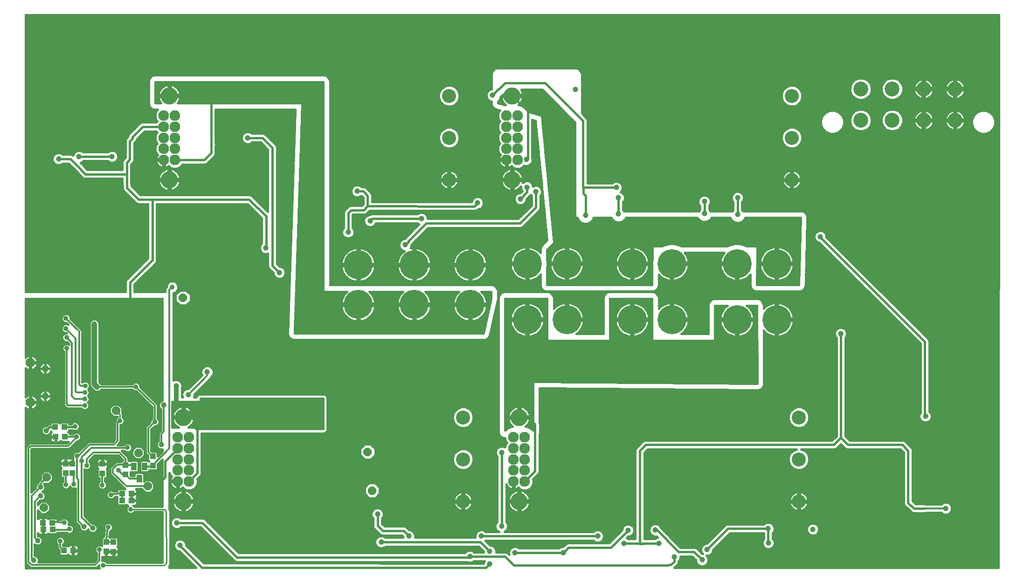
<source format=gbl>
G75*
%MOIN*%
%OFA0B0*%
%FSLAX25Y25*%
%IPPOS*%
%LPD*%
%AMOC8*
5,1,8,0,0,1.08239X$1,22.5*
%
%ADD10C,0.10000*%
%ADD11C,0.12189*%
%ADD12C,0.07677*%
%ADD13R,0.03937X0.04331*%
%ADD14R,0.04331X0.03937*%
%ADD15C,0.20732*%
%ADD16C,0.10630*%
%ADD17C,0.05150*%
%ADD18C,0.06791*%
%ADD19R,0.03937X0.05512*%
%ADD20OC8,0.06000*%
%ADD21C,0.01600*%
%ADD22C,0.03962*%
%ADD23C,0.01200*%
%ADD24C,0.03600*%
%ADD25C,0.04356*%
%ADD26C,0.01000*%
%ADD27C,0.04000*%
%ADD28C,0.03200*%
%ADD29C,0.05906*%
D10*
X0320000Y0053484D03*
X0320000Y0083484D03*
X0320000Y0113484D03*
X0560000Y0113484D03*
X0560000Y0083484D03*
X0560000Y0053484D03*
X0555000Y0283484D03*
X0555000Y0313484D03*
X0555000Y0343484D03*
X0310000Y0343484D03*
X0310000Y0313484D03*
X0310000Y0283484D03*
D11*
X0355000Y0283484D03*
X0355000Y0343484D03*
X0110000Y0343484D03*
X0110000Y0283484D03*
X0120000Y0113484D03*
X0120000Y0053484D03*
X0360000Y0053484D03*
X0360000Y0113484D03*
D12*
X0356063Y0099232D03*
X0363937Y0099232D03*
X0363937Y0091358D03*
X0356063Y0091358D03*
X0356063Y0083484D03*
X0363937Y0083484D03*
X0363937Y0075610D03*
X0356063Y0075610D03*
X0356063Y0067736D03*
X0363937Y0067736D03*
X0123937Y0067736D03*
X0116063Y0067736D03*
X0116063Y0075610D03*
X0123937Y0075610D03*
X0123937Y0083484D03*
X0116063Y0083484D03*
X0116063Y0091358D03*
X0123937Y0091358D03*
X0123937Y0099232D03*
X0116063Y0099232D03*
X0113937Y0297736D03*
X0106063Y0297736D03*
X0106063Y0305610D03*
X0113937Y0305610D03*
X0113937Y0313484D03*
X0106063Y0313484D03*
X0106063Y0321358D03*
X0113937Y0321358D03*
X0113937Y0329232D03*
X0106063Y0329232D03*
X0351063Y0329232D03*
X0358937Y0329232D03*
X0358937Y0321358D03*
X0351063Y0321358D03*
X0351063Y0313484D03*
X0358937Y0313484D03*
X0358937Y0305610D03*
X0351063Y0305610D03*
X0351063Y0297736D03*
X0358937Y0297736D03*
D13*
X0034946Y0106584D03*
X0028254Y0106584D03*
X0028754Y0099584D03*
X0035446Y0099584D03*
X0035800Y0080531D03*
X0040700Y0080431D03*
X0040700Y0073738D03*
X0035800Y0073838D03*
X0062100Y0073538D03*
X0062100Y0080231D03*
X0064900Y0024331D03*
X0070000Y0024231D03*
X0070000Y0017538D03*
X0064900Y0017638D03*
X0041246Y0018284D03*
X0034554Y0018284D03*
D14*
X0026546Y0033384D03*
X0026446Y0038084D03*
X0019754Y0038084D03*
X0019854Y0033384D03*
X0076154Y0054084D03*
X0076154Y0058884D03*
X0082846Y0058884D03*
X0082846Y0054084D03*
X0078700Y0072638D03*
X0078700Y0079331D03*
X0098200Y0078938D03*
X0098200Y0085631D03*
D15*
X0245000Y0194311D03*
X0285000Y0194311D03*
X0325000Y0194311D03*
X0365827Y0183484D03*
X0394173Y0183484D03*
X0440827Y0183484D03*
X0469173Y0183484D03*
X0515827Y0183484D03*
X0544173Y0183484D03*
X0544173Y0223484D03*
X0515827Y0223484D03*
X0469173Y0223484D03*
X0440827Y0223484D03*
X0394173Y0223484D03*
X0365827Y0223484D03*
X0325000Y0222658D03*
X0285000Y0222658D03*
X0245000Y0222658D03*
D16*
X0604331Y0326043D03*
X0626772Y0326043D03*
X0649213Y0326043D03*
X0671654Y0326043D03*
X0671654Y0348484D03*
X0649213Y0348484D03*
X0626772Y0348484D03*
X0604331Y0348484D03*
D17*
X0021339Y0148327D03*
X0021339Y0128642D03*
D18*
X0010709Y0124321D03*
X0010709Y0152648D03*
D19*
X0084760Y0078515D03*
X0092240Y0078515D03*
X0088500Y0069854D03*
D20*
X0094646Y0064232D03*
X0087854Y0088150D03*
X0071850Y0118445D03*
X0022244Y0070551D03*
X0020177Y0048937D03*
X0251791Y0088858D03*
X0254980Y0061162D03*
X0119744Y0199055D03*
D21*
X0007242Y0120440D02*
X0007299Y0005784D01*
X0060075Y0005784D01*
X0059987Y0005872D01*
X0059500Y0007048D01*
X0059500Y0007556D01*
X0057828Y0005884D01*
X0010772Y0005884D01*
X0007988Y0008668D01*
X0007401Y0009253D01*
X0007401Y0009255D01*
X0007400Y0009256D01*
X0007400Y0010086D01*
X0007301Y0090755D01*
X0007300Y0090756D01*
X0007300Y0091588D01*
X0007299Y0092410D01*
X0007300Y0092411D01*
X0007300Y0092413D01*
X0007884Y0092997D01*
X0008469Y0093583D01*
X0008471Y0093583D01*
X0008800Y0093913D01*
X0009972Y0095084D01*
X0036872Y0095084D01*
X0037806Y0096019D01*
X0032898Y0096019D01*
X0032324Y0096593D01*
X0032162Y0096314D01*
X0031827Y0095979D01*
X0031417Y0095742D01*
X0030959Y0095619D01*
X0028938Y0095619D01*
X0028938Y0099400D01*
X0028569Y0099400D01*
X0024985Y0099400D01*
X0024985Y0097182D01*
X0025108Y0096724D01*
X0025345Y0096314D01*
X0025680Y0095979D01*
X0026090Y0095742D01*
X0026548Y0095619D01*
X0028569Y0095619D01*
X0028569Y0099400D01*
X0028569Y0099769D01*
X0024985Y0099769D01*
X0024985Y0101987D01*
X0025108Y0102444D01*
X0025345Y0102855D01*
X0025607Y0103117D01*
X0025281Y0103443D01*
X0025281Y0103412D01*
X0024766Y0102169D01*
X0023815Y0101218D01*
X0022573Y0100703D01*
X0021227Y0100703D01*
X0019985Y0101218D01*
X0019034Y0102169D01*
X0018519Y0103412D01*
X0018519Y0104757D01*
X0019034Y0106000D01*
X0019985Y0106951D01*
X0021227Y0107465D01*
X0022170Y0107465D01*
X0023489Y0108784D01*
X0024885Y0108784D01*
X0024885Y0109330D01*
X0025705Y0110150D01*
X0030802Y0110150D01*
X0031600Y0109352D01*
X0032398Y0110150D01*
X0037495Y0110150D01*
X0038315Y0109330D01*
X0038315Y0108784D01*
X0039841Y0108784D01*
X0039887Y0108897D01*
X0040787Y0109797D01*
X0041963Y0110284D01*
X0043237Y0110284D01*
X0044413Y0109797D01*
X0045313Y0108897D01*
X0045800Y0107721D01*
X0045800Y0106448D01*
X0045313Y0105272D01*
X0044413Y0104372D01*
X0043237Y0103884D01*
X0041963Y0103884D01*
X0040787Y0104372D01*
X0040775Y0104384D01*
X0038315Y0104384D01*
X0038315Y0103839D01*
X0037626Y0103150D01*
X0037995Y0103150D01*
X0038815Y0102330D01*
X0038815Y0101584D01*
X0041175Y0101584D01*
X0041887Y0102297D01*
X0043063Y0102784D01*
X0044337Y0102784D01*
X0045513Y0102297D01*
X0046413Y0101397D01*
X0046900Y0100221D01*
X0046900Y0098948D01*
X0046413Y0097772D01*
X0045513Y0096872D01*
X0044337Y0096384D01*
X0043828Y0096384D01*
X0038528Y0091084D01*
X0011628Y0091084D01*
X0011301Y0090757D01*
X0011339Y0059952D01*
X0014419Y0063032D01*
X0014419Y0064257D01*
X0014934Y0065500D01*
X0015800Y0066366D01*
X0015800Y0066936D01*
X0016972Y0068107D01*
X0017844Y0068980D01*
X0017844Y0072374D01*
X0020422Y0074951D01*
X0024067Y0074951D01*
X0026644Y0072374D01*
X0026644Y0068729D01*
X0024067Y0066151D01*
X0020673Y0066151D01*
X0020344Y0065822D01*
X0020666Y0065500D01*
X0021181Y0064257D01*
X0021181Y0062912D01*
X0020666Y0061669D01*
X0019715Y0060718D01*
X0019180Y0060496D01*
X0020015Y0060151D01*
X0020966Y0059200D01*
X0021481Y0057957D01*
X0021481Y0056612D01*
X0020966Y0055369D01*
X0020015Y0054418D01*
X0018773Y0053903D01*
X0017498Y0053903D01*
X0016000Y0052441D01*
X0016000Y0050982D01*
X0018355Y0053337D01*
X0022000Y0053337D01*
X0024577Y0050760D01*
X0024577Y0047115D01*
X0022000Y0044537D01*
X0018355Y0044537D01*
X0016000Y0046892D01*
X0016000Y0040902D01*
X0016148Y0041158D01*
X0016483Y0041493D01*
X0016893Y0041730D01*
X0017351Y0041853D01*
X0019569Y0041853D01*
X0019569Y0038269D01*
X0019938Y0038269D01*
X0019938Y0041853D01*
X0022156Y0041853D01*
X0022614Y0041730D01*
X0023024Y0041493D01*
X0023359Y0041158D01*
X0023377Y0041128D01*
X0023701Y0041453D01*
X0029192Y0041453D01*
X0030012Y0040633D01*
X0030012Y0040538D01*
X0032598Y0040408D01*
X0033187Y0040997D01*
X0034363Y0041484D01*
X0035637Y0041484D01*
X0036813Y0040997D01*
X0037713Y0040097D01*
X0038200Y0038921D01*
X0038200Y0037648D01*
X0037838Y0036774D01*
X0037863Y0036784D01*
X0039137Y0036784D01*
X0040313Y0036297D01*
X0041213Y0035397D01*
X0041700Y0034221D01*
X0041700Y0032948D01*
X0041213Y0031772D01*
X0040313Y0030872D01*
X0039137Y0030384D01*
X0037863Y0030384D01*
X0036687Y0030872D01*
X0036675Y0030884D01*
X0030112Y0030884D01*
X0030112Y0030836D01*
X0029292Y0030016D01*
X0023801Y0030016D01*
X0023477Y0030341D01*
X0023459Y0030311D01*
X0023124Y0029975D01*
X0022714Y0029739D01*
X0022256Y0029616D01*
X0020038Y0029616D01*
X0020038Y0033200D01*
X0019669Y0033200D01*
X0019669Y0029616D01*
X0017451Y0029616D01*
X0016993Y0029739D01*
X0016583Y0029975D01*
X0016248Y0030311D01*
X0016011Y0030721D01*
X0016000Y0030762D01*
X0016000Y0028765D01*
X0016573Y0028765D01*
X0017815Y0028251D01*
X0018766Y0027300D01*
X0019281Y0026057D01*
X0019281Y0024712D01*
X0018766Y0023469D01*
X0017815Y0022518D01*
X0016573Y0022003D01*
X0015227Y0022003D01*
X0013985Y0022518D01*
X0013700Y0022803D01*
X0013700Y0014765D01*
X0013773Y0014765D01*
X0015015Y0014251D01*
X0015966Y0013300D01*
X0016481Y0012057D01*
X0016481Y0010712D01*
X0016138Y0009884D01*
X0056172Y0009884D01*
X0058100Y0011813D01*
X0058100Y0016459D01*
X0057387Y0017172D01*
X0056900Y0018348D01*
X0056900Y0019621D01*
X0057387Y0020797D01*
X0058287Y0021697D01*
X0059463Y0022184D01*
X0060737Y0022184D01*
X0061531Y0021855D01*
X0061531Y0027076D01*
X0062352Y0027896D01*
X0063071Y0027896D01*
X0063174Y0029999D01*
X0063052Y0030211D01*
X0063213Y0030800D01*
X0063243Y0031409D01*
X0063424Y0031574D01*
X0063801Y0032957D01*
X0063687Y0033072D01*
X0063200Y0034248D01*
X0063200Y0035521D01*
X0063687Y0036697D01*
X0064587Y0037597D01*
X0065763Y0038084D01*
X0067037Y0038084D01*
X0068213Y0037597D01*
X0069113Y0036697D01*
X0069600Y0035521D01*
X0069600Y0034248D01*
X0069113Y0033072D01*
X0068213Y0032172D01*
X0067672Y0031948D01*
X0067187Y0030169D01*
X0067076Y0027896D01*
X0067448Y0027896D01*
X0067548Y0027796D01*
X0072548Y0027796D01*
X0073368Y0026976D01*
X0073368Y0021486D01*
X0073044Y0021161D01*
X0073074Y0021144D01*
X0073409Y0020808D01*
X0073646Y0020398D01*
X0073768Y0019940D01*
X0073768Y0017722D01*
X0070184Y0017722D01*
X0070184Y0017354D01*
X0073768Y0017354D01*
X0073768Y0015136D01*
X0073646Y0014678D01*
X0073409Y0014267D01*
X0073074Y0013932D01*
X0072663Y0013695D01*
X0072205Y0013573D01*
X0070184Y0013573D01*
X0070184Y0017354D01*
X0069816Y0017354D01*
X0068668Y0017354D01*
X0068668Y0017454D01*
X0065084Y0017454D01*
X0065084Y0017822D01*
X0066231Y0017822D01*
X0066231Y0017722D01*
X0069816Y0017722D01*
X0069816Y0017354D01*
X0069816Y0013573D01*
X0067795Y0013573D01*
X0067337Y0013695D01*
X0067290Y0013722D01*
X0067105Y0013673D01*
X0065084Y0013673D01*
X0065084Y0017454D01*
X0064716Y0017454D01*
X0064716Y0013673D01*
X0062695Y0013673D01*
X0062237Y0013795D01*
X0062100Y0013874D01*
X0062100Y0010884D01*
X0063337Y0010884D01*
X0064513Y0010397D01*
X0065325Y0009584D01*
X0105000Y0009584D01*
X0105000Y0045884D01*
X0085025Y0045884D01*
X0084213Y0045072D01*
X0083037Y0044584D01*
X0081763Y0044584D01*
X0080587Y0045072D01*
X0079687Y0045972D01*
X0079200Y0047148D01*
X0079200Y0048421D01*
X0079687Y0049597D01*
X0080414Y0050324D01*
X0079986Y0050439D01*
X0079576Y0050675D01*
X0079241Y0051011D01*
X0079223Y0051041D01*
X0078899Y0050716D01*
X0073408Y0050716D01*
X0072588Y0051536D01*
X0072588Y0056785D01*
X0071210Y0056747D01*
X0071013Y0056272D01*
X0070113Y0055372D01*
X0068937Y0054884D01*
X0067663Y0054884D01*
X0066487Y0055372D01*
X0065587Y0056272D01*
X0065100Y0057448D01*
X0065100Y0058721D01*
X0065587Y0059897D01*
X0066487Y0060797D01*
X0067663Y0061284D01*
X0068937Y0061284D01*
X0070113Y0060797D01*
X0070189Y0060721D01*
X0072588Y0060787D01*
X0072588Y0061433D01*
X0073408Y0062253D01*
X0078442Y0062253D01*
X0068955Y0071740D01*
X0067783Y0072912D01*
X0067783Y0077580D01*
X0070913Y0080710D01*
X0072085Y0081882D01*
X0075137Y0081882D01*
X0075955Y0082699D01*
X0076700Y0082699D01*
X0076700Y0083156D01*
X0073472Y0086384D01*
X0056328Y0086384D01*
X0052800Y0082856D01*
X0052800Y0081710D01*
X0053513Y0080997D01*
X0054000Y0079821D01*
X0054000Y0078548D01*
X0053513Y0077372D01*
X0052613Y0076472D01*
X0051437Y0075984D01*
X0050163Y0075984D01*
X0049400Y0076301D01*
X0049400Y0042913D01*
X0054647Y0037665D01*
X0055873Y0037665D01*
X0057115Y0037151D01*
X0058066Y0036200D01*
X0058581Y0034957D01*
X0058581Y0033612D01*
X0058066Y0032369D01*
X0057115Y0031418D01*
X0055873Y0030903D01*
X0054527Y0030903D01*
X0053285Y0031418D01*
X0052334Y0032369D01*
X0051872Y0033483D01*
X0051866Y0033469D01*
X0050915Y0032518D01*
X0049673Y0032003D01*
X0048327Y0032003D01*
X0047085Y0032518D01*
X0046134Y0033469D01*
X0045619Y0034712D01*
X0045619Y0035937D01*
X0044072Y0037484D01*
X0044072Y0037484D01*
X0042900Y0038656D01*
X0042900Y0062859D01*
X0042237Y0062584D01*
X0040963Y0062584D01*
X0039787Y0063072D01*
X0038952Y0063907D01*
X0038813Y0063572D01*
X0037913Y0062672D01*
X0036737Y0062184D01*
X0035463Y0062184D01*
X0034287Y0062672D01*
X0033387Y0063572D01*
X0032900Y0064748D01*
X0032900Y0066021D01*
X0033387Y0067197D01*
X0034012Y0067822D01*
X0033925Y0070273D01*
X0033252Y0070273D01*
X0032431Y0071093D01*
X0032431Y0076583D01*
X0032756Y0076908D01*
X0032726Y0076925D01*
X0032391Y0077260D01*
X0032154Y0077671D01*
X0032031Y0078128D01*
X0032031Y0080347D01*
X0035616Y0080347D01*
X0035616Y0080715D01*
X0035616Y0084496D01*
X0033595Y0084496D01*
X0033137Y0084373D01*
X0032726Y0084137D01*
X0032391Y0083801D01*
X0032154Y0083391D01*
X0032031Y0082933D01*
X0032031Y0080715D01*
X0035616Y0080715D01*
X0035984Y0080715D01*
X0035984Y0084496D01*
X0038005Y0084496D01*
X0038437Y0084381D01*
X0038495Y0084396D01*
X0040516Y0084396D01*
X0040516Y0080615D01*
X0040884Y0080615D01*
X0040884Y0084396D01*
X0041153Y0084396D01*
X0040800Y0085248D01*
X0040800Y0086521D01*
X0041287Y0087697D01*
X0042187Y0088597D01*
X0043363Y0089084D01*
X0044637Y0089084D01*
X0045015Y0088928D01*
X0050900Y0094813D01*
X0052072Y0095984D01*
X0069472Y0095984D01*
X0071100Y0097613D01*
X0071100Y0110413D01*
X0071500Y0110813D01*
X0071500Y0111821D01*
X0071987Y0112997D01*
X0072800Y0113810D01*
X0072800Y0114045D01*
X0070028Y0114045D01*
X0067450Y0116622D01*
X0067450Y0120268D01*
X0070028Y0122845D01*
X0073673Y0122845D01*
X0076250Y0120268D01*
X0076250Y0116732D01*
X0076600Y0116382D01*
X0076600Y0113810D01*
X0077413Y0112997D01*
X0077900Y0111821D01*
X0077900Y0110548D01*
X0077413Y0109372D01*
X0076513Y0108472D01*
X0075337Y0107984D01*
X0075100Y0107984D01*
X0075100Y0095956D01*
X0072828Y0093684D01*
X0077382Y0093684D01*
X0077387Y0093697D01*
X0078287Y0094597D01*
X0079463Y0095084D01*
X0080737Y0095084D01*
X0081913Y0094597D01*
X0082813Y0093697D01*
X0083300Y0092521D01*
X0083300Y0091248D01*
X0082813Y0090072D01*
X0081913Y0089172D01*
X0080737Y0088684D01*
X0079463Y0088684D01*
X0078287Y0089172D01*
X0077775Y0089684D01*
X0075828Y0089684D01*
X0076300Y0089213D01*
X0076300Y0089213D01*
X0079528Y0085984D01*
X0079528Y0085984D01*
X0080700Y0084813D01*
X0080700Y0082699D01*
X0081445Y0082699D01*
X0081843Y0082302D01*
X0082211Y0082671D01*
X0087308Y0082671D01*
X0088128Y0081851D01*
X0088128Y0075179D01*
X0087308Y0074359D01*
X0082265Y0074359D01*
X0082265Y0071901D01*
X0082313Y0071854D01*
X0085131Y0071854D01*
X0085131Y0073189D01*
X0085952Y0074010D01*
X0091048Y0074010D01*
X0091868Y0073189D01*
X0091868Y0067678D01*
X0092823Y0068632D01*
X0096468Y0068632D01*
X0099046Y0066055D01*
X0099046Y0062410D01*
X0096468Y0059832D01*
X0092823Y0059832D01*
X0090423Y0062232D01*
X0086178Y0062232D01*
X0086452Y0061958D01*
X0086689Y0061548D01*
X0086812Y0061090D01*
X0086812Y0059069D01*
X0083031Y0059069D01*
X0083031Y0058700D01*
X0086812Y0058700D01*
X0086812Y0056679D01*
X0086760Y0056484D01*
X0086812Y0056290D01*
X0086812Y0054269D01*
X0083031Y0054269D01*
X0082662Y0054269D01*
X0082662Y0058700D01*
X0083031Y0058700D01*
X0083031Y0055116D01*
X0083031Y0054269D01*
X0083031Y0053900D01*
X0086812Y0053900D01*
X0086812Y0051879D01*
X0086689Y0051421D01*
X0086452Y0051011D01*
X0086117Y0050675D01*
X0085707Y0050439D01*
X0085249Y0050316D01*
X0084394Y0050316D01*
X0085025Y0049684D01*
X0105000Y0049684D01*
X0105000Y0083402D01*
X0101765Y0080168D01*
X0101765Y0076389D01*
X0100945Y0075569D01*
X0095609Y0075569D01*
X0095609Y0075179D01*
X0094789Y0074359D01*
X0089692Y0074359D01*
X0088872Y0075179D01*
X0088872Y0081851D01*
X0089692Y0082671D01*
X0094789Y0082671D01*
X0095304Y0082156D01*
X0095433Y0082284D01*
X0094635Y0083082D01*
X0094635Y0086221D01*
X0094272Y0086584D01*
X0093100Y0087756D01*
X0093100Y0106613D01*
X0096400Y0109913D01*
X0096400Y0110921D01*
X0096887Y0112097D01*
X0097600Y0112810D01*
X0097600Y0121056D01*
X0086372Y0132284D01*
X0085363Y0132284D01*
X0084187Y0132772D01*
X0083475Y0133484D01*
X0061244Y0133484D01*
X0061233Y0133458D01*
X0060227Y0132451D01*
X0058912Y0131906D01*
X0057488Y0131906D01*
X0056173Y0132451D01*
X0055167Y0133458D01*
X0054989Y0133887D01*
X0053518Y0135358D01*
X0053000Y0136608D01*
X0053000Y0179043D01*
X0052822Y0179473D01*
X0052822Y0180896D01*
X0053367Y0182211D01*
X0054373Y0183218D01*
X0055688Y0183762D01*
X0057112Y0183762D01*
X0058427Y0183218D01*
X0059433Y0182211D01*
X0059978Y0180896D01*
X0059978Y0179473D01*
X0059800Y0179043D01*
X0059800Y0138694D01*
X0060227Y0138518D01*
X0061233Y0137511D01*
X0061244Y0137484D01*
X0083475Y0137484D01*
X0084187Y0138197D01*
X0085363Y0138684D01*
X0086637Y0138684D01*
X0087813Y0138197D01*
X0088713Y0137297D01*
X0089200Y0136121D01*
X0089200Y0135113D01*
X0101600Y0122713D01*
X0101600Y0112810D01*
X0102313Y0112097D01*
X0102800Y0110921D01*
X0102800Y0109648D01*
X0102313Y0108472D01*
X0101413Y0107572D01*
X0100237Y0107084D01*
X0099228Y0107084D01*
X0097100Y0104956D01*
X0097100Y0089413D01*
X0097513Y0088999D01*
X0100945Y0088999D01*
X0101765Y0088179D01*
X0101765Y0085825D01*
X0105000Y0089059D01*
X0105000Y0090656D01*
X0104873Y0090603D01*
X0103527Y0090603D01*
X0102285Y0091118D01*
X0101334Y0092069D01*
X0100819Y0093312D01*
X0100819Y0094657D01*
X0101334Y0095900D01*
X0102200Y0096766D01*
X0102200Y0102513D01*
X0103800Y0104113D01*
X0103800Y0119503D01*
X0102934Y0120369D01*
X0102419Y0121612D01*
X0102419Y0122957D01*
X0102934Y0124200D01*
X0103885Y0125151D01*
X0105000Y0125613D01*
X0105000Y0198484D01*
X0007203Y0198484D01*
X0007224Y0156510D01*
X0007324Y0156611D01*
X0007986Y0157091D01*
X0008714Y0157463D01*
X0009492Y0157715D01*
X0010300Y0157843D01*
X0010377Y0157843D01*
X0010377Y0152980D01*
X0011041Y0152980D01*
X0015904Y0152980D01*
X0015904Y0153057D01*
X0015776Y0153864D01*
X0015524Y0154642D01*
X0015152Y0155371D01*
X0014672Y0156032D01*
X0014093Y0156611D01*
X0013432Y0157091D01*
X0012703Y0157463D01*
X0011925Y0157715D01*
X0011118Y0157843D01*
X0011041Y0157843D01*
X0011041Y0152980D01*
X0011041Y0152316D01*
X0015904Y0152316D01*
X0015904Y0152239D01*
X0015776Y0151431D01*
X0015524Y0150653D01*
X0015152Y0149925D01*
X0014672Y0149263D01*
X0014093Y0148685D01*
X0013432Y0148204D01*
X0012703Y0147833D01*
X0011925Y0147580D01*
X0011118Y0147452D01*
X0011041Y0147452D01*
X0011041Y0152316D01*
X0010377Y0152316D01*
X0010377Y0147452D01*
X0010300Y0147452D01*
X0009492Y0147580D01*
X0008714Y0147833D01*
X0007986Y0148204D01*
X0007324Y0148685D01*
X0007227Y0148781D01*
X0007238Y0128198D01*
X0007324Y0128284D01*
X0007986Y0128765D01*
X0008714Y0129136D01*
X0009492Y0129389D01*
X0010300Y0129517D01*
X0010377Y0129517D01*
X0010377Y0124653D01*
X0011041Y0124653D01*
X0015904Y0124653D01*
X0015904Y0124730D01*
X0015776Y0125538D01*
X0015524Y0126315D01*
X0015152Y0127044D01*
X0014672Y0127706D01*
X0014093Y0128284D01*
X0013432Y0128765D01*
X0012703Y0129136D01*
X0011925Y0129389D01*
X0011118Y0129517D01*
X0011041Y0129517D01*
X0011041Y0124653D01*
X0011041Y0123989D01*
X0015904Y0123989D01*
X0015904Y0123912D01*
X0015776Y0123104D01*
X0015524Y0122327D01*
X0015152Y0121598D01*
X0014672Y0120936D01*
X0014093Y0120358D01*
X0013432Y0119877D01*
X0012703Y0119506D01*
X0011925Y0119253D01*
X0011118Y0119125D01*
X0011041Y0119125D01*
X0011041Y0123989D01*
X0010377Y0123989D01*
X0010377Y0119125D01*
X0010300Y0119125D01*
X0009492Y0119253D01*
X0008714Y0119506D01*
X0007986Y0119877D01*
X0007324Y0120358D01*
X0007242Y0120440D01*
X0007242Y0120380D02*
X0007302Y0120380D01*
X0007242Y0118782D02*
X0067450Y0118782D01*
X0067450Y0117183D02*
X0007243Y0117183D01*
X0007244Y0115585D02*
X0068488Y0115585D01*
X0071735Y0112388D02*
X0007246Y0112388D01*
X0007245Y0113986D02*
X0072800Y0113986D01*
X0071476Y0110789D02*
X0007246Y0110789D01*
X0007247Y0109191D02*
X0024885Y0109191D01*
X0024400Y0106584D02*
X0021900Y0104084D01*
X0025026Y0102797D02*
X0025311Y0102797D01*
X0024985Y0101198D02*
X0023767Y0101198D01*
X0024985Y0098001D02*
X0007253Y0098001D01*
X0007252Y0099600D02*
X0028569Y0099600D01*
X0028569Y0098001D02*
X0028938Y0098001D01*
X0028938Y0096402D02*
X0028569Y0096402D01*
X0025293Y0096402D02*
X0007254Y0096402D01*
X0007254Y0094804D02*
X0009691Y0094804D01*
X0008092Y0093205D02*
X0007255Y0093205D01*
X0007256Y0091607D02*
X0007300Y0091607D01*
X0007257Y0090008D02*
X0007302Y0090008D01*
X0007258Y0088410D02*
X0007304Y0088410D01*
X0007258Y0086811D02*
X0007306Y0086811D01*
X0007259Y0085213D02*
X0007308Y0085213D01*
X0007260Y0083614D02*
X0007310Y0083614D01*
X0007261Y0082016D02*
X0007312Y0082016D01*
X0007262Y0080417D02*
X0007314Y0080417D01*
X0007262Y0078819D02*
X0007316Y0078819D01*
X0007263Y0077220D02*
X0007318Y0077220D01*
X0007264Y0075622D02*
X0007320Y0075622D01*
X0007265Y0074023D02*
X0007322Y0074023D01*
X0007266Y0072425D02*
X0007324Y0072425D01*
X0007325Y0070826D02*
X0007266Y0070826D01*
X0007267Y0069228D02*
X0007327Y0069228D01*
X0007329Y0067629D02*
X0007268Y0067629D01*
X0007269Y0066031D02*
X0007331Y0066031D01*
X0007333Y0064432D02*
X0007270Y0064432D01*
X0007270Y0062834D02*
X0007335Y0062834D01*
X0007337Y0061235D02*
X0007271Y0061235D01*
X0007272Y0059637D02*
X0007339Y0059637D01*
X0007341Y0058038D02*
X0007273Y0058038D01*
X0007274Y0056440D02*
X0007343Y0056440D01*
X0007345Y0054841D02*
X0007274Y0054841D01*
X0007275Y0053243D02*
X0007347Y0053243D01*
X0007349Y0051644D02*
X0007276Y0051644D01*
X0007277Y0050046D02*
X0007351Y0050046D01*
X0007353Y0048447D02*
X0007278Y0048447D01*
X0007278Y0046849D02*
X0007355Y0046849D01*
X0007357Y0045250D02*
X0007279Y0045250D01*
X0007280Y0043652D02*
X0007359Y0043652D01*
X0007361Y0042053D02*
X0007281Y0042053D01*
X0007282Y0040455D02*
X0007363Y0040455D01*
X0007365Y0038856D02*
X0007282Y0038856D01*
X0007283Y0037258D02*
X0007367Y0037258D01*
X0007369Y0035659D02*
X0007284Y0035659D01*
X0007285Y0034061D02*
X0007371Y0034061D01*
X0007373Y0032462D02*
X0007286Y0032462D01*
X0007286Y0030864D02*
X0007374Y0030864D01*
X0007376Y0029265D02*
X0007287Y0029265D01*
X0007288Y0027666D02*
X0007378Y0027666D01*
X0007380Y0026068D02*
X0007289Y0026068D01*
X0007290Y0024469D02*
X0007382Y0024469D01*
X0007384Y0022871D02*
X0007290Y0022871D01*
X0007291Y0021272D02*
X0007386Y0021272D01*
X0007388Y0019674D02*
X0007292Y0019674D01*
X0007293Y0018075D02*
X0007390Y0018075D01*
X0007392Y0016477D02*
X0007294Y0016477D01*
X0007294Y0014878D02*
X0007394Y0014878D01*
X0007396Y0013280D02*
X0007295Y0013280D01*
X0007296Y0011681D02*
X0007398Y0011681D01*
X0007400Y0010083D02*
X0007297Y0010083D01*
X0007298Y0008484D02*
X0008172Y0008484D01*
X0007298Y0006886D02*
X0009770Y0006886D01*
X0016221Y0010083D02*
X0056370Y0010083D01*
X0057969Y0011681D02*
X0016481Y0011681D01*
X0015975Y0013280D02*
X0058100Y0013280D01*
X0058100Y0014878D02*
X0044520Y0014878D01*
X0044655Y0015014D02*
X0044892Y0015424D01*
X0045015Y0015882D01*
X0045015Y0018100D01*
X0041431Y0018100D01*
X0041431Y0018469D01*
X0041062Y0018469D01*
X0041062Y0022250D01*
X0039041Y0022250D01*
X0038583Y0022127D01*
X0038173Y0021890D01*
X0037838Y0021555D01*
X0037676Y0021275D01*
X0037102Y0021850D01*
X0034000Y0021850D01*
X0034000Y0022559D01*
X0034713Y0023272D01*
X0035200Y0024448D01*
X0035200Y0025721D01*
X0034713Y0026897D01*
X0033813Y0027797D01*
X0032637Y0028284D01*
X0031363Y0028284D01*
X0030187Y0027797D01*
X0029287Y0026897D01*
X0028800Y0025721D01*
X0028800Y0024448D01*
X0029287Y0023272D01*
X0030000Y0022559D01*
X0030000Y0020009D01*
X0031172Y0018838D01*
X0031185Y0018824D01*
X0031185Y0015539D01*
X0032005Y0014719D01*
X0037102Y0014719D01*
X0037676Y0015293D01*
X0037838Y0015014D01*
X0038173Y0014679D01*
X0038583Y0014442D01*
X0039041Y0014319D01*
X0041062Y0014319D01*
X0041062Y0018100D01*
X0041431Y0018100D01*
X0041431Y0014319D01*
X0043452Y0014319D01*
X0043910Y0014442D01*
X0044320Y0014679D01*
X0044655Y0015014D01*
X0045015Y0016477D02*
X0058082Y0016477D01*
X0057013Y0018075D02*
X0045015Y0018075D01*
X0045015Y0018469D02*
X0045015Y0020687D01*
X0044892Y0021144D01*
X0044655Y0021555D01*
X0044320Y0021890D01*
X0043910Y0022127D01*
X0043452Y0022250D01*
X0041431Y0022250D01*
X0041431Y0018469D01*
X0045015Y0018469D01*
X0045015Y0019674D02*
X0056922Y0019674D01*
X0057863Y0021272D02*
X0044818Y0021272D01*
X0041431Y0021272D02*
X0041062Y0021272D01*
X0041062Y0019674D02*
X0041431Y0019674D01*
X0041431Y0018075D02*
X0041062Y0018075D01*
X0041062Y0016477D02*
X0041431Y0016477D01*
X0041431Y0014878D02*
X0041062Y0014878D01*
X0037973Y0014878D02*
X0037261Y0014878D01*
X0031846Y0014878D02*
X0013700Y0014878D01*
X0013700Y0016477D02*
X0031185Y0016477D01*
X0031185Y0018075D02*
X0013700Y0018075D01*
X0013700Y0019674D02*
X0030336Y0019674D01*
X0030000Y0021272D02*
X0013700Y0021272D01*
X0018168Y0022871D02*
X0029688Y0022871D01*
X0028800Y0024469D02*
X0019181Y0024469D01*
X0019277Y0026068D02*
X0028944Y0026068D01*
X0030057Y0027666D02*
X0018399Y0027666D01*
X0016000Y0029265D02*
X0063138Y0029265D01*
X0063216Y0030864D02*
X0040293Y0030864D01*
X0041499Y0032462D02*
X0047220Y0032462D01*
X0045889Y0034061D02*
X0041700Y0034061D01*
X0040951Y0035659D02*
X0045619Y0035659D01*
X0044298Y0037258D02*
X0038038Y0037258D01*
X0038200Y0038856D02*
X0042900Y0038856D01*
X0042900Y0040455D02*
X0037355Y0040455D01*
X0032645Y0040455D02*
X0031665Y0040455D01*
X0030112Y0030864D02*
X0036707Y0030864D01*
X0033943Y0027666D02*
X0062122Y0027666D01*
X0061531Y0026068D02*
X0035056Y0026068D01*
X0035200Y0024469D02*
X0061531Y0024469D01*
X0061531Y0022871D02*
X0034312Y0022871D01*
X0020038Y0030864D02*
X0019669Y0030864D01*
X0019669Y0032462D02*
X0020038Y0032462D01*
X0020038Y0033569D02*
X0019669Y0033569D01*
X0019669Y0037153D01*
X0019569Y0037153D01*
X0019569Y0037900D01*
X0019938Y0037900D01*
X0019938Y0034316D01*
X0020038Y0034316D01*
X0020038Y0033569D01*
X0020038Y0034061D02*
X0019669Y0034061D01*
X0019669Y0035659D02*
X0019938Y0035659D01*
X0019938Y0037258D02*
X0019569Y0037258D01*
X0019569Y0038856D02*
X0019938Y0038856D01*
X0019938Y0040455D02*
X0019569Y0040455D01*
X0016000Y0042053D02*
X0042900Y0042053D01*
X0042900Y0043652D02*
X0016000Y0043652D01*
X0016000Y0045250D02*
X0017642Y0045250D01*
X0016043Y0046849D02*
X0016000Y0046849D01*
X0016000Y0051644D02*
X0016662Y0051644D01*
X0016821Y0053243D02*
X0018260Y0053243D01*
X0020438Y0054841D02*
X0042900Y0054841D01*
X0042900Y0053243D02*
X0022094Y0053243D01*
X0023693Y0051644D02*
X0042900Y0051644D01*
X0042900Y0050046D02*
X0024577Y0050046D01*
X0024577Y0048447D02*
X0042900Y0048447D01*
X0042900Y0046849D02*
X0024311Y0046849D01*
X0022713Y0045250D02*
X0042900Y0045250D01*
X0049400Y0045250D02*
X0080409Y0045250D01*
X0079324Y0046849D02*
X0049400Y0046849D01*
X0049400Y0048447D02*
X0079211Y0048447D01*
X0080136Y0050046D02*
X0049400Y0050046D01*
X0049400Y0051644D02*
X0072588Y0051644D01*
X0072588Y0053243D02*
X0049400Y0053243D01*
X0049400Y0054841D02*
X0072588Y0054841D01*
X0072588Y0056440D02*
X0071082Y0056440D01*
X0065518Y0056440D02*
X0049400Y0056440D01*
X0049400Y0058038D02*
X0065100Y0058038D01*
X0065479Y0059637D02*
X0049400Y0059637D01*
X0049400Y0061235D02*
X0067545Y0061235D01*
X0069055Y0061235D02*
X0072588Y0061235D01*
X0076263Y0064432D02*
X0065252Y0064432D01*
X0065300Y0064548D02*
X0065300Y0065821D01*
X0064813Y0066997D01*
X0064100Y0067710D01*
X0064100Y0069973D01*
X0064648Y0069973D01*
X0065468Y0070793D01*
X0065468Y0076283D01*
X0065144Y0076608D01*
X0065174Y0076625D01*
X0065509Y0076960D01*
X0065746Y0077371D01*
X0065868Y0077828D01*
X0065868Y0080047D01*
X0062284Y0080047D01*
X0062284Y0080415D01*
X0061916Y0080415D01*
X0061916Y0084196D01*
X0059895Y0084196D01*
X0059437Y0084073D01*
X0059026Y0083837D01*
X0058691Y0083501D01*
X0058454Y0083091D01*
X0058331Y0082633D01*
X0058331Y0080415D01*
X0061916Y0080415D01*
X0061916Y0080047D01*
X0058331Y0080047D01*
X0058331Y0077828D01*
X0058454Y0077371D01*
X0058691Y0076960D01*
X0059026Y0076625D01*
X0059056Y0076608D01*
X0058731Y0076283D01*
X0058731Y0070793D01*
X0059552Y0069973D01*
X0060100Y0069973D01*
X0060100Y0067710D01*
X0059387Y0066997D01*
X0058900Y0065821D01*
X0058900Y0064548D01*
X0059387Y0063372D01*
X0060287Y0062472D01*
X0061463Y0061984D01*
X0062737Y0061984D01*
X0063913Y0062472D01*
X0064813Y0063372D01*
X0065300Y0064548D01*
X0065213Y0066031D02*
X0074665Y0066031D01*
X0073066Y0067629D02*
X0064181Y0067629D01*
X0064100Y0069228D02*
X0071468Y0069228D01*
X0069869Y0070826D02*
X0065468Y0070826D01*
X0065468Y0072425D02*
X0068270Y0072425D01*
X0067783Y0074023D02*
X0065468Y0074023D01*
X0065468Y0075622D02*
X0067783Y0075622D01*
X0067783Y0077220D02*
X0065659Y0077220D01*
X0065868Y0078819D02*
X0069022Y0078819D01*
X0070620Y0080417D02*
X0065868Y0080417D01*
X0065868Y0080415D02*
X0065868Y0082633D01*
X0065746Y0083091D01*
X0065509Y0083501D01*
X0065174Y0083837D01*
X0064763Y0084073D01*
X0064305Y0084196D01*
X0062284Y0084196D01*
X0062284Y0080415D01*
X0065868Y0080415D01*
X0065868Y0082016D02*
X0075271Y0082016D01*
X0076242Y0083614D02*
X0065396Y0083614D01*
X0062284Y0083614D02*
X0061916Y0083614D01*
X0061916Y0082016D02*
X0062284Y0082016D01*
X0062284Y0080417D02*
X0061916Y0080417D01*
X0058331Y0080417D02*
X0053753Y0080417D01*
X0054000Y0078819D02*
X0058331Y0078819D01*
X0058541Y0077220D02*
X0053361Y0077220D01*
X0049400Y0075622D02*
X0058731Y0075622D01*
X0058731Y0074023D02*
X0049400Y0074023D01*
X0049400Y0072425D02*
X0058731Y0072425D01*
X0058731Y0070826D02*
X0049400Y0070826D01*
X0049400Y0069228D02*
X0060100Y0069228D01*
X0060019Y0067629D02*
X0049400Y0067629D01*
X0049400Y0066031D02*
X0058987Y0066031D01*
X0058948Y0064432D02*
X0049400Y0064432D01*
X0049400Y0062834D02*
X0059925Y0062834D01*
X0064275Y0062834D02*
X0077862Y0062834D01*
X0082662Y0058038D02*
X0083031Y0058038D01*
X0083031Y0056440D02*
X0082662Y0056440D01*
X0082662Y0054841D02*
X0083031Y0054841D01*
X0086812Y0054841D02*
X0105000Y0054841D01*
X0105000Y0053243D02*
X0086812Y0053243D01*
X0086749Y0051644D02*
X0105000Y0051644D01*
X0105000Y0050046D02*
X0084664Y0050046D01*
X0084391Y0045250D02*
X0105000Y0045250D01*
X0105000Y0043652D02*
X0049400Y0043652D01*
X0050260Y0042053D02*
X0105000Y0042053D01*
X0105000Y0040455D02*
X0051858Y0040455D01*
X0053457Y0038856D02*
X0105000Y0038856D01*
X0105000Y0037258D02*
X0068552Y0037258D01*
X0069543Y0035659D02*
X0105000Y0035659D01*
X0105000Y0034061D02*
X0069522Y0034061D01*
X0068503Y0032462D02*
X0105000Y0032462D01*
X0105000Y0030864D02*
X0067376Y0030864D01*
X0067143Y0029265D02*
X0105000Y0029265D01*
X0105000Y0027666D02*
X0072678Y0027666D01*
X0073368Y0026068D02*
X0105000Y0026068D01*
X0105000Y0024469D02*
X0073368Y0024469D01*
X0073368Y0022871D02*
X0105000Y0022871D01*
X0105000Y0021272D02*
X0073155Y0021272D01*
X0073768Y0019674D02*
X0105000Y0019674D01*
X0105000Y0018075D02*
X0073768Y0018075D01*
X0073768Y0016477D02*
X0105000Y0016477D01*
X0105000Y0014878D02*
X0073700Y0014878D01*
X0070184Y0014878D02*
X0069816Y0014878D01*
X0069816Y0016477D02*
X0070184Y0016477D01*
X0065084Y0016477D02*
X0064716Y0016477D01*
X0064716Y0014878D02*
X0065084Y0014878D01*
X0062100Y0013280D02*
X0105000Y0013280D01*
X0105000Y0011681D02*
X0062100Y0011681D01*
X0064827Y0010083D02*
X0105000Y0010083D01*
X0110000Y0007373D02*
X0110208Y0007568D01*
X0110228Y0007613D01*
X0110263Y0007648D01*
X0110464Y0008137D01*
X0110681Y0008620D01*
X0110683Y0008669D01*
X0110702Y0008715D01*
X0110700Y0009244D01*
X0110716Y0009773D01*
X0110699Y0009819D01*
X0110600Y0046389D01*
X0110600Y0046961D01*
X0110598Y0046965D01*
X0110598Y0046969D01*
X0110377Y0047499D01*
X0110158Y0048027D01*
X0110156Y0048030D01*
X0110154Y0048034D01*
X0110000Y0048187D01*
X0110000Y0069906D01*
X0110100Y0070148D01*
X0110100Y0073704D01*
X0110774Y0072076D01*
X0111627Y0071224D01*
X0111240Y0070692D01*
X0110838Y0069901D01*
X0110563Y0069057D01*
X0110430Y0068216D01*
X0115583Y0068216D01*
X0115583Y0067257D01*
X0110430Y0067257D01*
X0110563Y0066416D01*
X0110838Y0065572D01*
X0111240Y0064781D01*
X0111762Y0064063D01*
X0112390Y0063435D01*
X0113108Y0062914D01*
X0113899Y0062511D01*
X0114743Y0062237D01*
X0115583Y0062103D01*
X0115583Y0067257D01*
X0116543Y0067257D01*
X0116543Y0062103D01*
X0117383Y0062237D01*
X0118227Y0062511D01*
X0119018Y0062914D01*
X0119550Y0063300D01*
X0120403Y0062448D01*
X0122696Y0061498D01*
X0125178Y0061498D01*
X0127471Y0062448D01*
X0129226Y0064202D01*
X0130176Y0066495D01*
X0130176Y0068977D01*
X0130037Y0069311D01*
X0132613Y0071887D01*
X0133100Y0073063D01*
X0133100Y0102184D01*
X0220437Y0102184D01*
X0221613Y0102672D01*
X0222513Y0103572D01*
X0223000Y0104748D01*
X0223000Y0127621D01*
X0222513Y0128797D01*
X0221613Y0129697D01*
X0220437Y0130184D01*
X0131563Y0130184D01*
X0130387Y0129697D01*
X0129487Y0128797D01*
X0129151Y0127984D01*
X0127496Y0127984D01*
X0127881Y0128913D01*
X0127881Y0129923D01*
X0138799Y0140841D01*
X0139643Y0141685D01*
X0140030Y0142618D01*
X0140814Y0143403D01*
X0141481Y0145013D01*
X0141481Y0146756D01*
X0140814Y0148366D01*
X0139582Y0149598D01*
X0137971Y0150265D01*
X0136229Y0150265D01*
X0134618Y0149598D01*
X0133386Y0148366D01*
X0132719Y0146756D01*
X0132719Y0145013D01*
X0133236Y0143763D01*
X0123638Y0134165D01*
X0122629Y0134165D01*
X0121018Y0133498D01*
X0119786Y0132266D01*
X0119119Y0130656D01*
X0119119Y0128913D01*
X0119504Y0127984D01*
X0118800Y0127984D01*
X0118800Y0134193D01*
X0119181Y0135113D01*
X0119181Y0136856D01*
X0118514Y0138466D01*
X0117282Y0139698D01*
X0115671Y0140365D01*
X0113929Y0140365D01*
X0113000Y0139981D01*
X0113000Y0202511D01*
X0114479Y0203124D01*
X0115661Y0204305D01*
X0116300Y0205849D01*
X0116300Y0207520D01*
X0115661Y0209063D01*
X0114479Y0210245D01*
X0112935Y0210884D01*
X0111265Y0210884D01*
X0109721Y0210245D01*
X0108539Y0209063D01*
X0107900Y0207520D01*
X0107900Y0206727D01*
X0107457Y0206284D01*
X0107000Y0205181D01*
X0107000Y0203484D01*
X0085000Y0203484D01*
X0085000Y0208559D01*
X0100613Y0224172D01*
X0101100Y0225348D01*
X0101100Y0266184D01*
X0165802Y0266184D01*
X0175961Y0256025D01*
X0175961Y0238063D01*
X0175199Y0237301D01*
X0174532Y0235690D01*
X0174532Y0233948D01*
X0175199Y0232337D01*
X0176432Y0231105D01*
X0178042Y0230438D01*
X0179785Y0230438D01*
X0180400Y0230693D01*
X0180400Y0221548D01*
X0180887Y0220372D01*
X0181787Y0219472D01*
X0184319Y0216940D01*
X0184319Y0216213D01*
X0184986Y0214603D01*
X0186218Y0213370D01*
X0187829Y0212703D01*
X0189571Y0212703D01*
X0191182Y0213370D01*
X0192414Y0214603D01*
X0193081Y0216213D01*
X0193081Y0217956D01*
X0192414Y0219566D01*
X0191182Y0220798D01*
X0189571Y0221465D01*
X0188844Y0221465D01*
X0186800Y0223510D01*
X0186800Y0307121D01*
X0186313Y0308297D01*
X0179313Y0315297D01*
X0178413Y0316197D01*
X0177237Y0316684D01*
X0168996Y0316684D01*
X0168482Y0317198D01*
X0166871Y0317865D01*
X0165129Y0317865D01*
X0163518Y0317198D01*
X0162286Y0315966D01*
X0161619Y0314356D01*
X0161619Y0312613D01*
X0162286Y0311003D01*
X0163518Y0309770D01*
X0165129Y0309103D01*
X0166871Y0309103D01*
X0168482Y0309770D01*
X0168996Y0310284D01*
X0175275Y0310284D01*
X0180400Y0305159D01*
X0180400Y0260637D01*
X0169847Y0271190D01*
X0169844Y0271197D01*
X0168944Y0272097D01*
X0167768Y0272584D01*
X0089325Y0272584D01*
X0082897Y0279013D01*
X0082897Y0280396D01*
X0082775Y0280691D01*
X0082775Y0294458D01*
X0084414Y0296097D01*
X0084901Y0297273D01*
X0084901Y0309730D01*
X0086313Y0311142D01*
X0086800Y0312318D01*
X0086800Y0312759D01*
X0092199Y0318158D01*
X0100636Y0318158D01*
X0100774Y0317824D01*
X0101177Y0317421D01*
X0100774Y0317018D01*
X0099824Y0314725D01*
X0099824Y0312243D01*
X0100774Y0309950D01*
X0101177Y0309547D01*
X0100774Y0309144D01*
X0099824Y0306851D01*
X0099824Y0304369D01*
X0100774Y0302076D01*
X0101627Y0301224D01*
X0101240Y0300692D01*
X0100838Y0299901D01*
X0100563Y0299057D01*
X0100430Y0298216D01*
X0105583Y0298216D01*
X0105583Y0297257D01*
X0100430Y0297257D01*
X0100563Y0296416D01*
X0100838Y0295572D01*
X0101240Y0294781D01*
X0101762Y0294063D01*
X0102390Y0293435D01*
X0103108Y0292914D01*
X0103899Y0292511D01*
X0104743Y0292237D01*
X0105583Y0292103D01*
X0105583Y0297257D01*
X0106543Y0297257D01*
X0106543Y0292103D01*
X0107383Y0292237D01*
X0108227Y0292511D01*
X0109018Y0292914D01*
X0109550Y0293300D01*
X0110403Y0292448D01*
X0112696Y0291498D01*
X0115178Y0291498D01*
X0117471Y0292448D01*
X0119226Y0294202D01*
X0119301Y0294384D01*
X0135437Y0294384D01*
X0136613Y0294872D01*
X0137513Y0295772D01*
X0142513Y0300772D01*
X0143000Y0301948D01*
X0143000Y0307765D01*
X0143200Y0308248D01*
X0143200Y0309521D01*
X0143000Y0310004D01*
X0143000Y0333684D01*
X0200037Y0333684D01*
X0194720Y0174792D01*
X0194688Y0174715D01*
X0194688Y0173840D01*
X0194659Y0172966D01*
X0194688Y0172888D01*
X0194688Y0172805D01*
X0195023Y0171997D01*
X0195330Y0171179D01*
X0195387Y0171118D01*
X0195419Y0171041D01*
X0196037Y0170423D01*
X0196635Y0169784D01*
X0196710Y0169750D01*
X0196769Y0169691D01*
X0197577Y0169356D01*
X0198373Y0168995D01*
X0198457Y0168992D01*
X0198533Y0168960D01*
X0199408Y0168960D01*
X0200282Y0168931D01*
X0200360Y0168960D01*
X0333960Y0168960D01*
X0334376Y0168867D01*
X0334905Y0168960D01*
X0335443Y0168960D01*
X0335837Y0169123D01*
X0336257Y0169197D01*
X0336710Y0169485D01*
X0337207Y0169691D01*
X0337509Y0169992D01*
X0337868Y0170221D01*
X0338177Y0170661D01*
X0338557Y0171041D01*
X0338721Y0171435D01*
X0338965Y0171784D01*
X0339082Y0172308D01*
X0339288Y0172805D01*
X0339288Y0173231D01*
X0344594Y0197033D01*
X0344800Y0197530D01*
X0344800Y0197956D01*
X0344893Y0198372D01*
X0344800Y0198901D01*
X0344800Y0204439D01*
X0344069Y0206203D01*
X0342719Y0207554D01*
X0340955Y0208284D01*
X0224800Y0208284D01*
X0224800Y0354439D01*
X0224069Y0356203D01*
X0222719Y0357554D01*
X0220955Y0358284D01*
X0099045Y0358284D01*
X0097281Y0357554D01*
X0095931Y0356203D01*
X0095200Y0354439D01*
X0095200Y0337530D01*
X0095931Y0335765D01*
X0097281Y0334415D01*
X0099045Y0333684D01*
X0101692Y0333684D01*
X0100774Y0332766D01*
X0099824Y0330473D01*
X0099824Y0327991D01*
X0100774Y0325699D01*
X0101177Y0325295D01*
X0100774Y0324892D01*
X0100636Y0324558D01*
X0090237Y0324558D01*
X0089061Y0324071D01*
X0080887Y0315897D01*
X0080400Y0314721D01*
X0080400Y0314280D01*
X0078988Y0312868D01*
X0078501Y0311692D01*
X0078501Y0299235D01*
X0077762Y0298496D01*
X0076862Y0297596D01*
X0076375Y0296420D01*
X0076375Y0290684D01*
X0051325Y0290684D01*
X0049854Y0292156D01*
X0049713Y0292497D01*
X0048813Y0293397D01*
X0046579Y0295631D01*
X0047882Y0296170D01*
X0048596Y0296884D01*
X0066004Y0296884D01*
X0066518Y0296370D01*
X0068129Y0295703D01*
X0069871Y0295703D01*
X0071482Y0296370D01*
X0072714Y0297603D01*
X0073381Y0299213D01*
X0073381Y0300956D01*
X0072714Y0302566D01*
X0071482Y0303798D01*
X0069871Y0304465D01*
X0068129Y0304465D01*
X0066518Y0303798D01*
X0066004Y0303284D01*
X0048196Y0303284D01*
X0047882Y0303598D01*
X0046271Y0304265D01*
X0044529Y0304265D01*
X0042918Y0303598D01*
X0041686Y0302366D01*
X0041146Y0301063D01*
X0041113Y0301097D01*
X0039937Y0301584D01*
X0033796Y0301584D01*
X0033282Y0302098D01*
X0031671Y0302765D01*
X0029929Y0302765D01*
X0028318Y0302098D01*
X0027086Y0300866D01*
X0026419Y0299256D01*
X0026419Y0297513D01*
X0027086Y0295903D01*
X0028318Y0294670D01*
X0029929Y0294003D01*
X0031671Y0294003D01*
X0033282Y0294670D01*
X0033796Y0295184D01*
X0037975Y0295184D01*
X0044146Y0289013D01*
X0044287Y0288672D01*
X0048187Y0284772D01*
X0049363Y0284284D01*
X0076375Y0284284D01*
X0076375Y0279245D01*
X0076497Y0278951D01*
X0076497Y0277051D01*
X0076984Y0275875D01*
X0077884Y0274975D01*
X0085287Y0267572D01*
X0085287Y0267572D01*
X0086187Y0266672D01*
X0087363Y0266184D01*
X0094700Y0266184D01*
X0094700Y0227310D01*
X0079087Y0211697D01*
X0078600Y0210521D01*
X0078600Y0203484D01*
X0007300Y0203484D01*
X0007201Y0401484D01*
X0702898Y0401285D01*
X0702602Y0005884D01*
X0470925Y0005884D01*
X0472713Y0007672D01*
X0473613Y0008572D01*
X0474100Y0009748D01*
X0474100Y0010589D01*
X0474614Y0011103D01*
X0475281Y0012713D01*
X0475281Y0014084D01*
X0483775Y0014084D01*
X0486419Y0011440D01*
X0486419Y0010713D01*
X0487086Y0009103D01*
X0488318Y0007870D01*
X0489929Y0007203D01*
X0491671Y0007203D01*
X0493282Y0007870D01*
X0494514Y0009103D01*
X0495181Y0010713D01*
X0495181Y0012456D01*
X0494514Y0014066D01*
X0493977Y0014603D01*
X0495271Y0014603D01*
X0496882Y0015270D01*
X0498114Y0016503D01*
X0498781Y0018113D01*
X0498781Y0018840D01*
X0510625Y0030684D01*
X0534900Y0030684D01*
X0534900Y0026680D01*
X0534486Y0026266D01*
X0533819Y0024656D01*
X0533819Y0022913D01*
X0534486Y0021303D01*
X0535718Y0020070D01*
X0537329Y0019403D01*
X0539071Y0019403D01*
X0540682Y0020070D01*
X0541914Y0021303D01*
X0542581Y0022913D01*
X0542581Y0024656D01*
X0541914Y0026266D01*
X0541300Y0026880D01*
X0541300Y0030889D01*
X0541814Y0031403D01*
X0542481Y0033013D01*
X0542481Y0034756D01*
X0541814Y0036366D01*
X0540582Y0037598D01*
X0538971Y0038265D01*
X0537229Y0038265D01*
X0535618Y0037598D01*
X0535104Y0037084D01*
X0508663Y0037084D01*
X0507487Y0036597D01*
X0494256Y0023365D01*
X0493529Y0023365D01*
X0491918Y0022698D01*
X0490686Y0021466D01*
X0490019Y0019856D01*
X0490019Y0018113D01*
X0490686Y0016503D01*
X0491223Y0015965D01*
X0490944Y0015965D01*
X0486913Y0019997D01*
X0485737Y0020484D01*
X0475425Y0020484D01*
X0461517Y0034392D01*
X0461114Y0035366D01*
X0459882Y0036598D01*
X0458271Y0037265D01*
X0456529Y0037265D01*
X0454918Y0036598D01*
X0453686Y0035366D01*
X0453019Y0033756D01*
X0453019Y0032013D01*
X0453686Y0030403D01*
X0454918Y0029170D01*
X0456529Y0028503D01*
X0458271Y0028503D01*
X0458331Y0028528D01*
X0459033Y0027826D01*
X0457518Y0027198D01*
X0457004Y0026684D01*
X0449500Y0026684D01*
X0449500Y0088359D01*
X0451925Y0090784D01*
X0558287Y0090784D01*
X0555808Y0089758D01*
X0553727Y0087676D01*
X0552600Y0084956D01*
X0552600Y0082012D01*
X0553727Y0079293D01*
X0555808Y0077211D01*
X0558528Y0076084D01*
X0561472Y0076084D01*
X0564192Y0077211D01*
X0566273Y0079293D01*
X0567400Y0082012D01*
X0567400Y0084956D01*
X0566273Y0087676D01*
X0564192Y0089758D01*
X0561713Y0090784D01*
X0585737Y0090784D01*
X0586913Y0091272D01*
X0590000Y0094359D01*
X0592187Y0092172D01*
X0593087Y0091272D01*
X0594263Y0090784D01*
X0632575Y0090784D01*
X0634900Y0088459D01*
X0634900Y0051848D01*
X0635387Y0050672D01*
X0639487Y0046572D01*
X0640387Y0045672D01*
X0641563Y0045184D01*
X0650537Y0045184D01*
X0651261Y0045484D01*
X0661804Y0045484D01*
X0662518Y0044770D01*
X0664129Y0044103D01*
X0665871Y0044103D01*
X0667482Y0044770D01*
X0668714Y0046003D01*
X0669381Y0047613D01*
X0669381Y0049356D01*
X0668714Y0050966D01*
X0667482Y0052198D01*
X0665871Y0052865D01*
X0664129Y0052865D01*
X0662518Y0052198D01*
X0661804Y0051484D01*
X0650778Y0051484D01*
X0650537Y0051584D01*
X0643525Y0051584D01*
X0641300Y0053810D01*
X0641300Y0090421D01*
X0640813Y0091597D01*
X0639913Y0092497D01*
X0635713Y0096697D01*
X0634537Y0097184D01*
X0596225Y0097184D01*
X0593200Y0100210D01*
X0593200Y0170489D01*
X0593714Y0171003D01*
X0594381Y0172613D01*
X0594381Y0174356D01*
X0593714Y0175966D01*
X0592482Y0177198D01*
X0590871Y0177865D01*
X0589129Y0177865D01*
X0587518Y0177198D01*
X0586286Y0175966D01*
X0585619Y0174356D01*
X0585619Y0172613D01*
X0586286Y0171003D01*
X0586800Y0170489D01*
X0586800Y0100210D01*
X0583775Y0097184D01*
X0449963Y0097184D01*
X0448787Y0096697D01*
X0443587Y0091497D01*
X0443100Y0090321D01*
X0443100Y0026684D01*
X0437996Y0026684D01*
X0437482Y0027198D01*
X0437064Y0027372D01*
X0438079Y0028403D01*
X0438771Y0028403D01*
X0440382Y0029070D01*
X0441614Y0030303D01*
X0442281Y0031913D01*
X0442281Y0033656D01*
X0441614Y0035266D01*
X0440382Y0036498D01*
X0438771Y0037165D01*
X0437029Y0037165D01*
X0435418Y0036498D01*
X0434186Y0035266D01*
X0433519Y0033656D01*
X0433519Y0032894D01*
X0424359Y0023584D01*
X0394663Y0023584D01*
X0393487Y0023097D01*
X0391456Y0021065D01*
X0390729Y0021065D01*
X0389118Y0020398D01*
X0388604Y0019884D01*
X0360096Y0019884D01*
X0359582Y0020398D01*
X0357971Y0021065D01*
X0356229Y0021065D01*
X0354618Y0020398D01*
X0353386Y0019166D01*
X0352719Y0017556D01*
X0352719Y0015813D01*
X0352876Y0015434D01*
X0351613Y0016697D01*
X0350437Y0017184D01*
X0343481Y0017184D01*
X0343481Y0018620D01*
X0342814Y0020230D01*
X0341582Y0021462D01*
X0339971Y0022129D01*
X0339244Y0022129D01*
X0336043Y0025331D01*
X0336096Y0025384D01*
X0413204Y0025384D01*
X0413718Y0024870D01*
X0415329Y0024203D01*
X0417071Y0024203D01*
X0418682Y0024870D01*
X0419914Y0026103D01*
X0420581Y0027713D01*
X0420581Y0029456D01*
X0419914Y0031066D01*
X0418682Y0032298D01*
X0417071Y0032965D01*
X0415329Y0032965D01*
X0413718Y0032298D01*
X0413204Y0031784D01*
X0349533Y0031784D01*
X0349982Y0031970D01*
X0351214Y0033203D01*
X0351881Y0034813D01*
X0351881Y0036556D01*
X0351214Y0038166D01*
X0350800Y0038580D01*
X0350800Y0065687D01*
X0350838Y0065572D01*
X0351240Y0064781D01*
X0351762Y0064063D01*
X0352390Y0063435D01*
X0353108Y0062914D01*
X0353899Y0062511D01*
X0354743Y0062237D01*
X0355583Y0062103D01*
X0355583Y0067257D01*
X0356543Y0067257D01*
X0356543Y0062103D01*
X0357383Y0062237D01*
X0358227Y0062511D01*
X0359018Y0062914D01*
X0359550Y0063300D01*
X0360403Y0062448D01*
X0362696Y0061498D01*
X0365178Y0061498D01*
X0367471Y0062448D01*
X0369226Y0064202D01*
X0370176Y0066495D01*
X0370176Y0068977D01*
X0370037Y0069311D01*
X0374013Y0073287D01*
X0374500Y0074463D01*
X0374500Y0101805D01*
X0374800Y0102530D01*
X0374800Y0107538D01*
X0374803Y0107545D01*
X0374800Y0108494D01*
X0374800Y0109439D01*
X0374797Y0109447D01*
X0374716Y0134245D01*
X0529340Y0132992D01*
X0529371Y0132979D01*
X0530293Y0132984D01*
X0531216Y0132977D01*
X0531247Y0132989D01*
X0531281Y0132990D01*
X0532131Y0133347D01*
X0532986Y0133693D01*
X0533010Y0133717D01*
X0533041Y0133730D01*
X0533690Y0134386D01*
X0534347Y0135032D01*
X0534360Y0135063D01*
X0534384Y0135087D01*
X0534732Y0135942D01*
X0535092Y0136791D01*
X0535092Y0136824D01*
X0535105Y0136855D01*
X0535100Y0137778D01*
X0535108Y0138700D01*
X0535095Y0138731D01*
X0534896Y0175604D01*
X0535087Y0175365D01*
X0536054Y0174398D01*
X0537122Y0173546D01*
X0538279Y0172819D01*
X0539510Y0172227D01*
X0540800Y0171775D01*
X0542132Y0171471D01*
X0543373Y0171331D01*
X0543373Y0182684D01*
X0544973Y0182684D01*
X0544973Y0171331D01*
X0546214Y0171471D01*
X0547547Y0171775D01*
X0548836Y0172227D01*
X0550067Y0172819D01*
X0551225Y0173546D01*
X0552293Y0174398D01*
X0553259Y0175365D01*
X0554111Y0176433D01*
X0554838Y0177590D01*
X0555431Y0178821D01*
X0555882Y0180111D01*
X0556186Y0181443D01*
X0556326Y0182684D01*
X0544973Y0182684D01*
X0544973Y0184284D01*
X0556326Y0184284D01*
X0556186Y0185525D01*
X0555882Y0186858D01*
X0555431Y0188147D01*
X0554838Y0189379D01*
X0554111Y0190536D01*
X0553259Y0191604D01*
X0552293Y0192570D01*
X0551225Y0193422D01*
X0550067Y0194149D01*
X0548836Y0194742D01*
X0547547Y0195193D01*
X0546214Y0195497D01*
X0544973Y0195637D01*
X0544973Y0184284D01*
X0543373Y0184284D01*
X0543373Y0195637D01*
X0542132Y0195497D01*
X0540800Y0195193D01*
X0539510Y0194742D01*
X0538279Y0194149D01*
X0537122Y0193422D01*
X0536054Y0192570D01*
X0535087Y0191604D01*
X0534812Y0191259D01*
X0534800Y0193496D01*
X0534800Y0194439D01*
X0534795Y0194452D01*
X0534795Y0194465D01*
X0534430Y0195333D01*
X0534069Y0196203D01*
X0534060Y0196213D01*
X0534055Y0196225D01*
X0533384Y0196888D01*
X0532719Y0197554D01*
X0532707Y0197559D01*
X0532697Y0197568D01*
X0531824Y0197924D01*
X0530955Y0198284D01*
X0530941Y0198284D01*
X0530929Y0198289D01*
X0529988Y0198284D01*
X0499045Y0198284D01*
X0497281Y0197554D01*
X0495931Y0196203D01*
X0495200Y0194439D01*
X0495200Y0173284D01*
X0475807Y0173284D01*
X0476225Y0173546D01*
X0477293Y0174398D01*
X0478259Y0175365D01*
X0479111Y0176433D01*
X0479838Y0177590D01*
X0480431Y0178821D01*
X0480882Y0180111D01*
X0481186Y0181443D01*
X0481326Y0182684D01*
X0469973Y0182684D01*
X0469973Y0184284D01*
X0481326Y0184284D01*
X0481186Y0185525D01*
X0480882Y0186858D01*
X0480431Y0188147D01*
X0479838Y0189379D01*
X0479111Y0190536D01*
X0478259Y0191604D01*
X0477293Y0192570D01*
X0476225Y0193422D01*
X0475067Y0194149D01*
X0473836Y0194742D01*
X0472547Y0195193D01*
X0471214Y0195497D01*
X0469973Y0195637D01*
X0469973Y0184284D01*
X0468373Y0184284D01*
X0468373Y0195637D01*
X0467132Y0195497D01*
X0465800Y0195193D01*
X0464510Y0194742D01*
X0463279Y0194149D01*
X0462122Y0193422D01*
X0461054Y0192570D01*
X0460087Y0191604D01*
X0459800Y0191244D01*
X0459800Y0199439D01*
X0459069Y0201203D01*
X0457719Y0202554D01*
X0455955Y0203284D01*
X0424045Y0203284D01*
X0422281Y0202554D01*
X0420931Y0201203D01*
X0420200Y0199439D01*
X0420200Y0173284D01*
X0400807Y0173284D01*
X0401225Y0173546D01*
X0402293Y0174398D01*
X0403259Y0175365D01*
X0404111Y0176433D01*
X0404838Y0177590D01*
X0405431Y0178821D01*
X0405882Y0180111D01*
X0406186Y0181443D01*
X0406326Y0182684D01*
X0394973Y0182684D01*
X0394973Y0184284D01*
X0406326Y0184284D01*
X0406186Y0185525D01*
X0405882Y0186858D01*
X0405431Y0188147D01*
X0404838Y0189379D01*
X0404111Y0190536D01*
X0403259Y0191604D01*
X0402293Y0192570D01*
X0401225Y0193422D01*
X0400067Y0194149D01*
X0398836Y0194742D01*
X0397547Y0195193D01*
X0396214Y0195497D01*
X0394973Y0195637D01*
X0394973Y0184284D01*
X0393373Y0184284D01*
X0393373Y0195637D01*
X0392132Y0195497D01*
X0390800Y0195193D01*
X0389510Y0194742D01*
X0388279Y0194149D01*
X0387122Y0193422D01*
X0386054Y0192570D01*
X0385087Y0191604D01*
X0384800Y0191244D01*
X0384800Y0199439D01*
X0384069Y0201203D01*
X0382719Y0202554D01*
X0380955Y0203284D01*
X0349045Y0203284D01*
X0347281Y0202554D01*
X0345931Y0201203D01*
X0345200Y0199439D01*
X0345200Y0102530D01*
X0345931Y0100765D01*
X0347281Y0099415D01*
X0349045Y0098684D01*
X0349824Y0098684D01*
X0349824Y0097991D01*
X0350774Y0095699D01*
X0351177Y0095295D01*
X0350774Y0094892D01*
X0349824Y0092599D01*
X0349824Y0092305D01*
X0348471Y0092865D01*
X0346729Y0092865D01*
X0345118Y0092198D01*
X0343886Y0090966D01*
X0343219Y0089356D01*
X0343219Y0087613D01*
X0343886Y0086003D01*
X0344400Y0085489D01*
X0344400Y0038780D01*
X0343786Y0038166D01*
X0343119Y0036556D01*
X0343119Y0034813D01*
X0343786Y0033203D01*
X0345018Y0031970D01*
X0345467Y0031784D01*
X0336096Y0031784D01*
X0335582Y0032298D01*
X0333971Y0032965D01*
X0332229Y0032965D01*
X0330618Y0032298D01*
X0329386Y0031066D01*
X0328719Y0029456D01*
X0328719Y0027713D01*
X0328773Y0027582D01*
X0285627Y0027582D01*
X0285681Y0027713D01*
X0285681Y0029456D01*
X0285014Y0031066D01*
X0283782Y0032298D01*
X0282171Y0032965D01*
X0281444Y0032965D01*
X0280213Y0034197D01*
X0279313Y0035097D01*
X0278137Y0035584D01*
X0263925Y0035584D01*
X0262000Y0037510D01*
X0262000Y0041289D01*
X0262514Y0041803D01*
X0263181Y0043413D01*
X0263181Y0045156D01*
X0262514Y0046766D01*
X0261282Y0047998D01*
X0259671Y0048665D01*
X0257929Y0048665D01*
X0256318Y0047998D01*
X0255086Y0046766D01*
X0254419Y0045156D01*
X0254419Y0043413D01*
X0255086Y0041803D01*
X0255600Y0041289D01*
X0255600Y0035548D01*
X0256087Y0034372D01*
X0256987Y0033472D01*
X0260787Y0029672D01*
X0261963Y0029184D01*
X0276175Y0029184D01*
X0276919Y0028440D01*
X0276919Y0027713D01*
X0276973Y0027582D01*
X0264484Y0027582D01*
X0263970Y0028096D01*
X0262360Y0028763D01*
X0260617Y0028763D01*
X0259006Y0028096D01*
X0257774Y0026864D01*
X0257107Y0025253D01*
X0257107Y0023511D01*
X0257774Y0021900D01*
X0259006Y0020668D01*
X0260617Y0020001D01*
X0262360Y0020001D01*
X0263970Y0020668D01*
X0264484Y0021182D01*
X0331141Y0021182D01*
X0334719Y0017604D01*
X0334719Y0017184D01*
X0327796Y0017184D01*
X0327282Y0017698D01*
X0325671Y0018365D01*
X0323929Y0018365D01*
X0322318Y0017698D01*
X0321204Y0016584D01*
X0159725Y0016584D01*
X0135513Y0040797D01*
X0134337Y0041284D01*
X0118296Y0041284D01*
X0117782Y0041798D01*
X0116171Y0042465D01*
X0114429Y0042465D01*
X0112818Y0041798D01*
X0111586Y0040566D01*
X0110919Y0038956D01*
X0110919Y0037213D01*
X0111586Y0035603D01*
X0112818Y0034370D01*
X0114429Y0033703D01*
X0116171Y0033703D01*
X0117782Y0034370D01*
X0118296Y0034884D01*
X0132375Y0034884D01*
X0155687Y0011572D01*
X0156587Y0010672D01*
X0157763Y0010184D01*
X0322526Y0010184D01*
X0323929Y0009603D01*
X0325671Y0009603D01*
X0327282Y0010270D01*
X0327796Y0010784D01*
X0335186Y0010784D01*
X0334719Y0009656D01*
X0334719Y0009184D01*
X0261219Y0009184D01*
X0260737Y0009384D01*
X0134525Y0009384D01*
X0121981Y0021929D01*
X0121981Y0022956D01*
X0121314Y0024566D01*
X0120082Y0025798D01*
X0118471Y0026465D01*
X0116729Y0026465D01*
X0115118Y0025798D01*
X0113886Y0024566D01*
X0113219Y0022956D01*
X0113219Y0021213D01*
X0113886Y0019603D01*
X0115118Y0018370D01*
X0116729Y0017703D01*
X0117156Y0017703D01*
X0128975Y0005884D01*
X0110000Y0005884D01*
X0110000Y0007373D01*
X0110000Y0006886D02*
X0127973Y0006886D01*
X0126375Y0008484D02*
X0110620Y0008484D01*
X0110698Y0010083D02*
X0124776Y0010083D01*
X0123177Y0011681D02*
X0110694Y0011681D01*
X0110689Y0013280D02*
X0121579Y0013280D01*
X0119980Y0014878D02*
X0110685Y0014878D01*
X0110681Y0016477D02*
X0118382Y0016477D01*
X0115830Y0018075D02*
X0110676Y0018075D01*
X0110672Y0019674D02*
X0113856Y0019674D01*
X0113219Y0021272D02*
X0110668Y0021272D01*
X0110663Y0022871D02*
X0113219Y0022871D01*
X0113846Y0024469D02*
X0110659Y0024469D01*
X0110655Y0026068D02*
X0115769Y0026068D01*
X0119431Y0026068D02*
X0141191Y0026068D01*
X0142789Y0024469D02*
X0121354Y0024469D01*
X0121981Y0022871D02*
X0144388Y0022871D01*
X0145986Y0021272D02*
X0122637Y0021272D01*
X0124236Y0019674D02*
X0147585Y0019674D01*
X0149183Y0018075D02*
X0125834Y0018075D01*
X0127433Y0016477D02*
X0150782Y0016477D01*
X0152380Y0014878D02*
X0129031Y0014878D01*
X0130630Y0013280D02*
X0153979Y0013280D01*
X0155577Y0011681D02*
X0132228Y0011681D01*
X0133827Y0010083D02*
X0322771Y0010083D01*
X0324200Y0013384D02*
X0324800Y0013984D01*
X0349800Y0013984D01*
X0356200Y0007584D01*
X0466300Y0007584D01*
X0466600Y0007884D01*
X0468400Y0007884D01*
X0470900Y0010384D01*
X0470900Y0013584D01*
X0474854Y0011681D02*
X0486177Y0011681D01*
X0486680Y0010083D02*
X0474100Y0010083D01*
X0473525Y0008484D02*
X0487704Y0008484D01*
X0490800Y0011584D02*
X0485100Y0017284D01*
X0474100Y0017284D01*
X0458500Y0032884D01*
X0457400Y0032884D01*
X0453495Y0030864D02*
X0449500Y0030864D01*
X0449500Y0032462D02*
X0453019Y0032462D01*
X0453145Y0034061D02*
X0449500Y0034061D01*
X0449500Y0035659D02*
X0453979Y0035659D01*
X0456509Y0037258D02*
X0449500Y0037258D01*
X0449500Y0038856D02*
X0702627Y0038856D01*
X0702625Y0037258D02*
X0572339Y0037258D01*
X0572482Y0037198D02*
X0570871Y0037865D01*
X0569129Y0037865D01*
X0567518Y0037198D01*
X0566286Y0035966D01*
X0565619Y0034356D01*
X0565619Y0032613D01*
X0566286Y0031003D01*
X0567518Y0029770D01*
X0569129Y0029103D01*
X0570871Y0029103D01*
X0572482Y0029770D01*
X0573714Y0031003D01*
X0574381Y0032613D01*
X0574381Y0034356D01*
X0573714Y0035966D01*
X0572482Y0037198D01*
X0573841Y0035659D02*
X0702624Y0035659D01*
X0702623Y0034061D02*
X0574381Y0034061D01*
X0574319Y0032462D02*
X0702622Y0032462D01*
X0702621Y0030864D02*
X0573575Y0030864D01*
X0571262Y0029265D02*
X0702619Y0029265D01*
X0702618Y0027666D02*
X0541300Y0027666D01*
X0541300Y0029265D02*
X0568738Y0029265D01*
X0566425Y0030864D02*
X0541300Y0030864D01*
X0542253Y0032462D02*
X0565681Y0032462D01*
X0565619Y0034061D02*
X0542481Y0034061D01*
X0542107Y0035659D02*
X0566159Y0035659D01*
X0567661Y0037258D02*
X0540923Y0037258D01*
X0538100Y0033884D02*
X0538100Y0023884D01*
X0538200Y0023784D01*
X0539725Y0019674D02*
X0702612Y0019674D01*
X0702613Y0021272D02*
X0541884Y0021272D01*
X0542564Y0022871D02*
X0702615Y0022871D01*
X0702616Y0024469D02*
X0542581Y0024469D01*
X0541996Y0026068D02*
X0702617Y0026068D01*
X0702611Y0018075D02*
X0498766Y0018075D01*
X0498088Y0016477D02*
X0702610Y0016477D01*
X0702609Y0014878D02*
X0495936Y0014878D01*
X0494840Y0013280D02*
X0702607Y0013280D01*
X0702606Y0011681D02*
X0495181Y0011681D01*
X0494920Y0010083D02*
X0702605Y0010083D01*
X0702604Y0008484D02*
X0493896Y0008484D01*
X0484579Y0013280D02*
X0475281Y0013280D01*
X0487236Y0019674D02*
X0490019Y0019674D01*
X0490034Y0018075D02*
X0488834Y0018075D01*
X0490433Y0016477D02*
X0490712Y0016477D01*
X0494400Y0018984D02*
X0509300Y0033884D01*
X0538100Y0033884D01*
X0535277Y0037258D02*
X0458291Y0037258D01*
X0460821Y0035659D02*
X0506549Y0035659D01*
X0504951Y0034061D02*
X0461849Y0034061D01*
X0463448Y0032462D02*
X0503352Y0032462D01*
X0501754Y0030864D02*
X0465046Y0030864D01*
X0466645Y0029265D02*
X0500155Y0029265D01*
X0498557Y0027666D02*
X0468243Y0027666D01*
X0469842Y0026068D02*
X0496958Y0026068D01*
X0495360Y0024469D02*
X0471440Y0024469D01*
X0473039Y0022871D02*
X0492335Y0022871D01*
X0490606Y0021272D02*
X0474637Y0021272D01*
X0460000Y0023484D02*
X0448800Y0023484D01*
X0448800Y0023084D01*
X0446300Y0023084D01*
X0446300Y0089684D01*
X0450600Y0093984D01*
X0585100Y0093984D01*
X0590000Y0098884D01*
X0594900Y0093984D01*
X0633900Y0093984D01*
X0638100Y0089784D01*
X0638100Y0052484D01*
X0642200Y0048384D01*
X0649900Y0048384D01*
X0650695Y0045250D02*
X0662038Y0045250D01*
X0667962Y0045250D02*
X0702631Y0045250D01*
X0702630Y0043652D02*
X0449500Y0043652D01*
X0449500Y0045250D02*
X0641405Y0045250D01*
X0639210Y0046849D02*
X0561508Y0046849D01*
X0561329Y0046801D02*
X0562190Y0047031D01*
X0563014Y0047373D01*
X0563786Y0047818D01*
X0564493Y0048361D01*
X0565123Y0048991D01*
X0565666Y0049698D01*
X0566112Y0050470D01*
X0566453Y0051294D01*
X0566684Y0052155D01*
X0566767Y0052788D01*
X0560696Y0052788D01*
X0560696Y0046717D01*
X0561329Y0046801D01*
X0560696Y0046849D02*
X0559304Y0046849D01*
X0559304Y0046717D02*
X0559304Y0052788D01*
X0560696Y0052788D01*
X0560696Y0054180D01*
X0566767Y0054180D01*
X0566684Y0054814D01*
X0566453Y0055675D01*
X0566112Y0056498D01*
X0565666Y0057270D01*
X0565123Y0057978D01*
X0564493Y0058608D01*
X0563786Y0059150D01*
X0563014Y0059596D01*
X0562190Y0059937D01*
X0561329Y0060168D01*
X0560696Y0060251D01*
X0560696Y0054180D01*
X0559304Y0054180D01*
X0559304Y0052788D01*
X0553233Y0052788D01*
X0553316Y0052155D01*
X0553547Y0051294D01*
X0553888Y0050470D01*
X0554334Y0049698D01*
X0554877Y0048991D01*
X0555507Y0048361D01*
X0556214Y0047818D01*
X0556986Y0047373D01*
X0557810Y0047031D01*
X0558671Y0046801D01*
X0559304Y0046717D01*
X0558492Y0046849D02*
X0449500Y0046849D01*
X0449500Y0048447D02*
X0555421Y0048447D01*
X0554133Y0050046D02*
X0449500Y0050046D01*
X0449500Y0051644D02*
X0553453Y0051644D01*
X0553233Y0054180D02*
X0559304Y0054180D01*
X0559304Y0060251D01*
X0558671Y0060168D01*
X0557810Y0059937D01*
X0556986Y0059596D01*
X0556214Y0059150D01*
X0555507Y0058608D01*
X0554877Y0057978D01*
X0554334Y0057270D01*
X0553888Y0056498D01*
X0553547Y0055675D01*
X0553316Y0054814D01*
X0553233Y0054180D01*
X0553324Y0054841D02*
X0449500Y0054841D01*
X0449500Y0053243D02*
X0559304Y0053243D01*
X0560696Y0053243D02*
X0634900Y0053243D01*
X0634900Y0054841D02*
X0566676Y0054841D01*
X0566136Y0056440D02*
X0634900Y0056440D01*
X0634900Y0058038D02*
X0565063Y0058038D01*
X0562916Y0059637D02*
X0634900Y0059637D01*
X0634900Y0061235D02*
X0449500Y0061235D01*
X0449500Y0059637D02*
X0557084Y0059637D01*
X0559304Y0059637D02*
X0560696Y0059637D01*
X0560696Y0058038D02*
X0559304Y0058038D01*
X0559304Y0056440D02*
X0560696Y0056440D01*
X0560696Y0054841D02*
X0559304Y0054841D01*
X0559304Y0051644D02*
X0560696Y0051644D01*
X0560696Y0050046D02*
X0559304Y0050046D01*
X0559304Y0048447D02*
X0560696Y0048447D01*
X0564579Y0048447D02*
X0637612Y0048447D01*
X0636013Y0050046D02*
X0565867Y0050046D01*
X0566547Y0051644D02*
X0634984Y0051644D01*
X0641867Y0053243D02*
X0702637Y0053243D01*
X0702639Y0054841D02*
X0641300Y0054841D01*
X0641300Y0056440D02*
X0702640Y0056440D01*
X0702641Y0058038D02*
X0641300Y0058038D01*
X0641300Y0059637D02*
X0702642Y0059637D01*
X0702643Y0061235D02*
X0641300Y0061235D01*
X0641300Y0062834D02*
X0702645Y0062834D01*
X0702646Y0064432D02*
X0641300Y0064432D01*
X0641300Y0066031D02*
X0702647Y0066031D01*
X0702648Y0067629D02*
X0641300Y0067629D01*
X0641300Y0069228D02*
X0702649Y0069228D01*
X0702650Y0070826D02*
X0641300Y0070826D01*
X0641300Y0072425D02*
X0702652Y0072425D01*
X0702653Y0074023D02*
X0641300Y0074023D01*
X0641300Y0075622D02*
X0702654Y0075622D01*
X0702655Y0077220D02*
X0641300Y0077220D01*
X0641300Y0078819D02*
X0702656Y0078819D01*
X0702658Y0080417D02*
X0641300Y0080417D01*
X0641300Y0082016D02*
X0702659Y0082016D01*
X0702660Y0083614D02*
X0641300Y0083614D01*
X0641300Y0085213D02*
X0702661Y0085213D01*
X0702662Y0086811D02*
X0641300Y0086811D01*
X0641300Y0088410D02*
X0702664Y0088410D01*
X0702665Y0090008D02*
X0641300Y0090008D01*
X0640803Y0091607D02*
X0702666Y0091607D01*
X0702667Y0093205D02*
X0639204Y0093205D01*
X0637606Y0094804D02*
X0702668Y0094804D01*
X0702670Y0096402D02*
X0636007Y0096402D01*
X0633350Y0090008D02*
X0563587Y0090008D01*
X0565540Y0088410D02*
X0634900Y0088410D01*
X0634900Y0086811D02*
X0566632Y0086811D01*
X0567294Y0085213D02*
X0634900Y0085213D01*
X0634900Y0083614D02*
X0567400Y0083614D01*
X0567400Y0082016D02*
X0634900Y0082016D01*
X0634900Y0080417D02*
X0566739Y0080417D01*
X0565800Y0078819D02*
X0634900Y0078819D01*
X0634900Y0077220D02*
X0564201Y0077220D01*
X0555799Y0077220D02*
X0449500Y0077220D01*
X0449500Y0075622D02*
X0634900Y0075622D01*
X0634900Y0074023D02*
X0449500Y0074023D01*
X0449500Y0072425D02*
X0634900Y0072425D01*
X0634900Y0070826D02*
X0449500Y0070826D01*
X0449500Y0069228D02*
X0634900Y0069228D01*
X0634900Y0067629D02*
X0449500Y0067629D01*
X0449500Y0066031D02*
X0634900Y0066031D01*
X0634900Y0064432D02*
X0449500Y0064432D01*
X0449500Y0062834D02*
X0634900Y0062834D01*
X0643466Y0051644D02*
X0661964Y0051644D01*
X0668036Y0051644D02*
X0702636Y0051644D01*
X0702635Y0050046D02*
X0669095Y0050046D01*
X0669381Y0048447D02*
X0702634Y0048447D01*
X0702633Y0046849D02*
X0669065Y0046849D01*
X0702629Y0042053D02*
X0449500Y0042053D01*
X0449500Y0040455D02*
X0702628Y0040455D01*
X0702603Y0006886D02*
X0471927Y0006886D01*
X0472713Y0007672D02*
X0472713Y0007672D01*
X0448800Y0023484D02*
X0435000Y0023484D01*
X0437354Y0027666D02*
X0443100Y0027666D01*
X0443100Y0029265D02*
X0440576Y0029265D01*
X0441846Y0030864D02*
X0443100Y0030864D01*
X0443100Y0032462D02*
X0442281Y0032462D01*
X0442113Y0034061D02*
X0443100Y0034061D01*
X0443100Y0035659D02*
X0441221Y0035659D01*
X0443100Y0037258D02*
X0351590Y0037258D01*
X0351881Y0035659D02*
X0434579Y0035659D01*
X0433687Y0034061D02*
X0351569Y0034061D01*
X0350473Y0032462D02*
X0414113Y0032462D01*
X0418287Y0032462D02*
X0433094Y0032462D01*
X0431521Y0030864D02*
X0419998Y0030864D01*
X0420581Y0029265D02*
X0429948Y0029265D01*
X0428376Y0027666D02*
X0420562Y0027666D01*
X0419879Y0026068D02*
X0426803Y0026068D01*
X0425230Y0024469D02*
X0417714Y0024469D01*
X0414686Y0024469D02*
X0336904Y0024469D01*
X0338503Y0022871D02*
X0393261Y0022871D01*
X0391663Y0021272D02*
X0341771Y0021272D01*
X0343044Y0019674D02*
X0353894Y0019674D01*
X0352934Y0018075D02*
X0343481Y0018075D01*
X0339100Y0017748D02*
X0332466Y0024382D01*
X0261488Y0024382D01*
X0257444Y0026068D02*
X0150242Y0026068D01*
X0151840Y0024469D02*
X0257107Y0024469D01*
X0257372Y0022871D02*
X0153439Y0022871D01*
X0155037Y0021272D02*
X0258402Y0021272D01*
X0258577Y0027666D02*
X0148643Y0027666D01*
X0147045Y0029265D02*
X0261769Y0029265D01*
X0259595Y0030864D02*
X0145446Y0030864D01*
X0143848Y0032462D02*
X0257997Y0032462D01*
X0256398Y0034061D02*
X0142249Y0034061D01*
X0140651Y0035659D02*
X0255600Y0035659D01*
X0255600Y0037258D02*
X0139052Y0037258D01*
X0137454Y0038856D02*
X0255600Y0038856D01*
X0255600Y0040455D02*
X0135855Y0040455D01*
X0133700Y0038084D02*
X0158400Y0013384D01*
X0324200Y0013384D01*
X0326829Y0010083D02*
X0334896Y0010083D01*
X0336300Y0005984D02*
X0339100Y0008784D01*
X0336300Y0005984D02*
X0260300Y0005984D01*
X0260100Y0006184D01*
X0133200Y0006184D01*
X0117600Y0021784D01*
X0117600Y0022084D01*
X0110650Y0027666D02*
X0139592Y0027666D01*
X0137994Y0029265D02*
X0110646Y0029265D01*
X0110642Y0030864D02*
X0136395Y0030864D01*
X0134797Y0032462D02*
X0110638Y0032462D01*
X0110633Y0034061D02*
X0113566Y0034061D01*
X0111563Y0035659D02*
X0110629Y0035659D01*
X0110625Y0037258D02*
X0110919Y0037258D01*
X0110919Y0038856D02*
X0110620Y0038856D01*
X0110616Y0040455D02*
X0111540Y0040455D01*
X0110612Y0042053D02*
X0113433Y0042053D01*
X0110607Y0043652D02*
X0254419Y0043652D01*
X0254458Y0045250D02*
X0110603Y0045250D01*
X0110600Y0046849D02*
X0115704Y0046849D01*
X0115605Y0046906D02*
X0116501Y0046389D01*
X0117457Y0045993D01*
X0118457Y0045725D01*
X0119200Y0045627D01*
X0119200Y0052684D01*
X0120800Y0052684D01*
X0120800Y0045627D01*
X0121543Y0045725D01*
X0122543Y0045993D01*
X0123499Y0046389D01*
X0124395Y0046906D01*
X0125216Y0047536D01*
X0125948Y0048268D01*
X0126578Y0049089D01*
X0127096Y0049985D01*
X0127492Y0050941D01*
X0127759Y0051941D01*
X0127857Y0052684D01*
X0120800Y0052684D01*
X0120800Y0054284D01*
X0127857Y0054284D01*
X0127759Y0055028D01*
X0127492Y0056027D01*
X0127096Y0056983D01*
X0126578Y0057880D01*
X0125948Y0058701D01*
X0125216Y0059432D01*
X0124395Y0060062D01*
X0123499Y0060580D01*
X0122543Y0060976D01*
X0121543Y0061244D01*
X0120800Y0061342D01*
X0120800Y0054284D01*
X0119200Y0054284D01*
X0119200Y0052684D01*
X0112143Y0052684D01*
X0112241Y0051941D01*
X0112508Y0050941D01*
X0112904Y0049985D01*
X0113422Y0049089D01*
X0114052Y0048268D01*
X0114784Y0047536D01*
X0115605Y0046906D01*
X0113914Y0048447D02*
X0110000Y0048447D01*
X0110000Y0050046D02*
X0112879Y0050046D01*
X0112320Y0051644D02*
X0110000Y0051644D01*
X0110000Y0053243D02*
X0119200Y0053243D01*
X0119200Y0054284D02*
X0112143Y0054284D01*
X0112241Y0055028D01*
X0112508Y0056027D01*
X0112904Y0056983D01*
X0113422Y0057880D01*
X0114052Y0058701D01*
X0114784Y0059432D01*
X0115605Y0060062D01*
X0116501Y0060580D01*
X0117457Y0060976D01*
X0118457Y0061244D01*
X0119200Y0061342D01*
X0119200Y0054284D01*
X0119200Y0054841D02*
X0120800Y0054841D01*
X0120800Y0053243D02*
X0319304Y0053243D01*
X0319304Y0052788D02*
X0313233Y0052788D01*
X0313316Y0052155D01*
X0313547Y0051294D01*
X0313888Y0050470D01*
X0314334Y0049698D01*
X0314877Y0048991D01*
X0315507Y0048361D01*
X0316214Y0047818D01*
X0316986Y0047373D01*
X0317810Y0047031D01*
X0318671Y0046801D01*
X0319304Y0046717D01*
X0319304Y0052788D01*
X0320696Y0052788D01*
X0320696Y0046717D01*
X0321329Y0046801D01*
X0322190Y0047031D01*
X0323014Y0047373D01*
X0323786Y0047818D01*
X0324493Y0048361D01*
X0325123Y0048991D01*
X0325666Y0049698D01*
X0326112Y0050470D01*
X0326453Y0051294D01*
X0326684Y0052155D01*
X0326767Y0052788D01*
X0320696Y0052788D01*
X0320696Y0054180D01*
X0326767Y0054180D01*
X0326684Y0054814D01*
X0326453Y0055675D01*
X0326112Y0056498D01*
X0325666Y0057270D01*
X0325123Y0057978D01*
X0324493Y0058608D01*
X0323786Y0059150D01*
X0323014Y0059596D01*
X0322190Y0059937D01*
X0321329Y0060168D01*
X0320696Y0060251D01*
X0320696Y0054180D01*
X0319304Y0054180D01*
X0319304Y0052788D01*
X0319304Y0051644D02*
X0320696Y0051644D01*
X0320696Y0050046D02*
X0319304Y0050046D01*
X0319304Y0048447D02*
X0320696Y0048447D01*
X0320696Y0046849D02*
X0319304Y0046849D01*
X0318492Y0046849D02*
X0262432Y0046849D01*
X0263142Y0045250D02*
X0344400Y0045250D01*
X0344400Y0043652D02*
X0263181Y0043652D01*
X0262618Y0042053D02*
X0344400Y0042053D01*
X0344400Y0040455D02*
X0262000Y0040455D01*
X0262000Y0038856D02*
X0344400Y0038856D01*
X0343410Y0037258D02*
X0262252Y0037258D01*
X0263851Y0035659D02*
X0343119Y0035659D01*
X0343431Y0034061D02*
X0280349Y0034061D01*
X0277500Y0032384D02*
X0262600Y0032384D01*
X0258800Y0036184D01*
X0258800Y0044284D01*
X0260199Y0048447D02*
X0315421Y0048447D01*
X0314133Y0050046D02*
X0127121Y0050046D01*
X0127680Y0051644D02*
X0313453Y0051644D01*
X0313233Y0054180D02*
X0319304Y0054180D01*
X0319304Y0060251D01*
X0318671Y0060168D01*
X0317810Y0059937D01*
X0316986Y0059596D01*
X0316214Y0059150D01*
X0315507Y0058608D01*
X0314877Y0057978D01*
X0314334Y0057270D01*
X0313888Y0056498D01*
X0313547Y0055675D01*
X0313316Y0054814D01*
X0313233Y0054180D01*
X0313324Y0054841D02*
X0127784Y0054841D01*
X0127321Y0056440D02*
X0252065Y0056440D01*
X0252744Y0055762D02*
X0257217Y0055762D01*
X0260380Y0058925D01*
X0260380Y0063398D01*
X0257217Y0066562D01*
X0252744Y0066562D01*
X0249580Y0063398D01*
X0249580Y0058925D01*
X0252744Y0055762D01*
X0250467Y0058038D02*
X0126456Y0058038D01*
X0124950Y0059637D02*
X0249580Y0059637D01*
X0249580Y0061235D02*
X0121575Y0061235D01*
X0120800Y0061235D02*
X0119200Y0061235D01*
X0118425Y0061235D02*
X0110000Y0061235D01*
X0110000Y0059637D02*
X0115050Y0059637D01*
X0113544Y0058038D02*
X0110000Y0058038D01*
X0110000Y0056440D02*
X0112679Y0056440D01*
X0112216Y0054841D02*
X0110000Y0054841D01*
X0105000Y0056440D02*
X0086772Y0056440D01*
X0086812Y0058038D02*
X0105000Y0058038D01*
X0105000Y0059637D02*
X0086812Y0059637D01*
X0086773Y0061235D02*
X0091420Y0061235D01*
X0097871Y0061235D02*
X0105000Y0061235D01*
X0105000Y0062834D02*
X0099046Y0062834D01*
X0099046Y0064432D02*
X0105000Y0064432D01*
X0105000Y0066031D02*
X0099046Y0066031D01*
X0097471Y0067629D02*
X0105000Y0067629D01*
X0105000Y0069228D02*
X0091868Y0069228D01*
X0091868Y0070826D02*
X0105000Y0070826D01*
X0105000Y0072425D02*
X0091868Y0072425D01*
X0088872Y0075622D02*
X0088128Y0075622D01*
X0088128Y0077220D02*
X0088872Y0077220D01*
X0088872Y0078819D02*
X0088128Y0078819D01*
X0088128Y0080417D02*
X0088872Y0080417D01*
X0089037Y0082016D02*
X0087963Y0082016D01*
X0089677Y0083750D02*
X0092254Y0086327D01*
X0092254Y0089972D01*
X0089677Y0092550D01*
X0086032Y0092550D01*
X0083454Y0089972D01*
X0083454Y0086327D01*
X0086032Y0083750D01*
X0089677Y0083750D01*
X0091140Y0085213D02*
X0094635Y0085213D01*
X0094635Y0083614D02*
X0080700Y0083614D01*
X0080300Y0085213D02*
X0084569Y0085213D01*
X0083454Y0086811D02*
X0078701Y0086811D01*
X0077103Y0088410D02*
X0083454Y0088410D01*
X0083491Y0090008D02*
X0082750Y0090008D01*
X0083300Y0091607D02*
X0085089Y0091607D01*
X0083016Y0093205D02*
X0093100Y0093205D01*
X0093100Y0091607D02*
X0090620Y0091607D01*
X0092218Y0090008D02*
X0093100Y0090008D01*
X0093100Y0088410D02*
X0092254Y0088410D01*
X0092254Y0086811D02*
X0094045Y0086811D01*
X0097100Y0090008D02*
X0105000Y0090008D01*
X0104351Y0088410D02*
X0101535Y0088410D01*
X0101765Y0086811D02*
X0102752Y0086811D01*
X0103613Y0082016D02*
X0105000Y0082016D01*
X0105000Y0080417D02*
X0102015Y0080417D01*
X0101765Y0078819D02*
X0105000Y0078819D01*
X0105000Y0077220D02*
X0101765Y0077220D01*
X0100998Y0075622D02*
X0105000Y0075622D01*
X0105000Y0074023D02*
X0082265Y0074023D01*
X0082265Y0072425D02*
X0085131Y0072425D01*
X0103300Y0067184D02*
X0106900Y0070784D01*
X0106900Y0081984D01*
X0116063Y0091147D01*
X0116063Y0091358D01*
X0101796Y0091607D02*
X0097100Y0091607D01*
X0097100Y0093205D02*
X0100863Y0093205D01*
X0100880Y0094804D02*
X0097100Y0094804D01*
X0097100Y0096402D02*
X0101837Y0096402D01*
X0102200Y0098001D02*
X0097100Y0098001D01*
X0097100Y0099600D02*
X0102200Y0099600D01*
X0102200Y0101198D02*
X0097100Y0101198D01*
X0097100Y0102797D02*
X0102484Y0102797D01*
X0103800Y0104395D02*
X0097100Y0104395D01*
X0098138Y0105994D02*
X0103800Y0105994D01*
X0103800Y0107592D02*
X0101433Y0107592D01*
X0102611Y0109191D02*
X0103800Y0109191D01*
X0103800Y0110789D02*
X0102800Y0110789D01*
X0102022Y0112388D02*
X0103800Y0112388D01*
X0103800Y0113986D02*
X0101600Y0113986D01*
X0101600Y0115585D02*
X0103800Y0115585D01*
X0103800Y0117183D02*
X0101600Y0117183D01*
X0101600Y0118782D02*
X0103800Y0118782D01*
X0102929Y0120380D02*
X0101600Y0120380D01*
X0101600Y0121979D02*
X0102419Y0121979D01*
X0102676Y0123577D02*
X0100736Y0123577D01*
X0099137Y0125176D02*
X0103945Y0125176D01*
X0105000Y0126774D02*
X0097539Y0126774D01*
X0095940Y0128373D02*
X0105000Y0128373D01*
X0105000Y0129971D02*
X0094342Y0129971D01*
X0092743Y0131570D02*
X0105000Y0131570D01*
X0105000Y0133168D02*
X0091145Y0133168D01*
X0089546Y0134767D02*
X0105000Y0134767D01*
X0105000Y0136365D02*
X0089099Y0136365D01*
X0088046Y0137964D02*
X0105000Y0137964D01*
X0105000Y0139562D02*
X0059800Y0139562D01*
X0059800Y0141161D02*
X0105000Y0141161D01*
X0105000Y0142759D02*
X0059800Y0142759D01*
X0059800Y0144358D02*
X0105000Y0144358D01*
X0105000Y0145956D02*
X0059800Y0145956D01*
X0059800Y0147555D02*
X0105000Y0147555D01*
X0105000Y0149153D02*
X0059800Y0149153D01*
X0059800Y0150752D02*
X0105000Y0150752D01*
X0105000Y0152350D02*
X0059800Y0152350D01*
X0059800Y0153949D02*
X0105000Y0153949D01*
X0105000Y0155547D02*
X0059800Y0155547D01*
X0059800Y0157146D02*
X0105000Y0157146D01*
X0105000Y0158744D02*
X0059800Y0158744D01*
X0059800Y0160343D02*
X0105000Y0160343D01*
X0105000Y0161941D02*
X0059800Y0161941D01*
X0059800Y0163540D02*
X0105000Y0163540D01*
X0105000Y0165138D02*
X0059800Y0165138D01*
X0059800Y0166737D02*
X0105000Y0166737D01*
X0105000Y0168335D02*
X0059800Y0168335D01*
X0059800Y0169934D02*
X0105000Y0169934D01*
X0105000Y0171533D02*
X0059800Y0171533D01*
X0059800Y0173131D02*
X0105000Y0173131D01*
X0105000Y0174730D02*
X0059800Y0174730D01*
X0059800Y0176328D02*
X0105000Y0176328D01*
X0105000Y0177927D02*
X0059800Y0177927D01*
X0059978Y0179525D02*
X0105000Y0179525D01*
X0105000Y0181124D02*
X0059884Y0181124D01*
X0058922Y0182722D02*
X0105000Y0182722D01*
X0105000Y0184321D02*
X0039300Y0184321D01*
X0039300Y0184013D02*
X0039300Y0185021D01*
X0038813Y0186197D01*
X0037913Y0187097D01*
X0036737Y0187584D01*
X0035463Y0187584D01*
X0034287Y0187097D01*
X0033387Y0186197D01*
X0032900Y0185021D01*
X0032900Y0183748D01*
X0033387Y0182572D01*
X0034287Y0181672D01*
X0035463Y0181184D01*
X0036472Y0181184D01*
X0037721Y0179935D01*
X0036637Y0180384D01*
X0035363Y0180384D01*
X0034187Y0179897D01*
X0033287Y0178997D01*
X0032800Y0177821D01*
X0032800Y0176548D01*
X0033287Y0175372D01*
X0034187Y0174472D01*
X0035363Y0173984D01*
X0036372Y0173984D01*
X0036572Y0173784D01*
X0035863Y0173784D01*
X0034687Y0173297D01*
X0033787Y0172397D01*
X0033300Y0171221D01*
X0033300Y0169948D01*
X0033787Y0168772D01*
X0034687Y0167872D01*
X0035863Y0167384D01*
X0036872Y0167384D01*
X0038300Y0165956D01*
X0038300Y0165744D01*
X0037237Y0166184D01*
X0035963Y0166184D01*
X0034787Y0165697D01*
X0033887Y0164797D01*
X0033400Y0163621D01*
X0033400Y0162348D01*
X0033887Y0161172D01*
X0034506Y0160553D01*
X0034600Y0122883D01*
X0034600Y0122056D01*
X0034602Y0122054D01*
X0034602Y0122051D01*
X0035188Y0121468D01*
X0035980Y0120676D01*
X0036555Y0120091D01*
X0036565Y0120091D01*
X0036572Y0120084D01*
X0037392Y0120084D01*
X0046954Y0120005D01*
X0047687Y0119272D01*
X0048863Y0118784D01*
X0050137Y0118784D01*
X0051313Y0119272D01*
X0052213Y0120172D01*
X0052700Y0121348D01*
X0052700Y0122621D01*
X0052213Y0123797D01*
X0051725Y0124284D01*
X0052313Y0124872D01*
X0052800Y0126048D01*
X0052800Y0127321D01*
X0052313Y0128497D01*
X0051825Y0128984D01*
X0052413Y0129572D01*
X0052900Y0130748D01*
X0052900Y0132021D01*
X0052413Y0133197D01*
X0051875Y0133734D01*
X0052513Y0134372D01*
X0053000Y0135548D01*
X0053000Y0136821D01*
X0052513Y0137997D01*
X0051613Y0138897D01*
X0050437Y0139384D01*
X0049163Y0139384D01*
X0047987Y0138897D01*
X0047696Y0138606D01*
X0047600Y0174888D01*
X0047600Y0175713D01*
X0047598Y0175715D01*
X0047598Y0175718D01*
X0047012Y0176301D01*
X0039300Y0184013D01*
X0040591Y0182722D02*
X0053878Y0182722D01*
X0052916Y0181124D02*
X0042189Y0181124D01*
X0043788Y0179525D02*
X0052822Y0179525D01*
X0053000Y0177927D02*
X0045386Y0177927D01*
X0046985Y0176328D02*
X0053000Y0176328D01*
X0053000Y0174730D02*
X0047600Y0174730D01*
X0047605Y0173131D02*
X0053000Y0173131D01*
X0053000Y0171533D02*
X0047609Y0171533D01*
X0047613Y0169934D02*
X0053000Y0169934D01*
X0053000Y0168335D02*
X0047617Y0168335D01*
X0047622Y0166737D02*
X0053000Y0166737D01*
X0053000Y0165138D02*
X0047626Y0165138D01*
X0047630Y0163540D02*
X0053000Y0163540D01*
X0053000Y0161941D02*
X0047634Y0161941D01*
X0047639Y0160343D02*
X0053000Y0160343D01*
X0053000Y0158744D02*
X0047643Y0158744D01*
X0047647Y0157146D02*
X0053000Y0157146D01*
X0053000Y0155547D02*
X0047651Y0155547D01*
X0047656Y0153949D02*
X0053000Y0153949D01*
X0053000Y0152350D02*
X0047660Y0152350D01*
X0047664Y0150752D02*
X0053000Y0150752D01*
X0053000Y0149153D02*
X0047668Y0149153D01*
X0047672Y0147555D02*
X0053000Y0147555D01*
X0053000Y0145956D02*
X0047677Y0145956D01*
X0047681Y0144358D02*
X0053000Y0144358D01*
X0053000Y0142759D02*
X0047685Y0142759D01*
X0047689Y0141161D02*
X0053000Y0141161D01*
X0053000Y0139562D02*
X0047694Y0139562D01*
X0052527Y0137964D02*
X0053000Y0137964D01*
X0053000Y0136365D02*
X0053101Y0136365D01*
X0052676Y0134767D02*
X0054109Y0134767D01*
X0055456Y0133168D02*
X0052425Y0133168D01*
X0052900Y0131570D02*
X0087086Y0131570D01*
X0088685Y0129971D02*
X0052578Y0129971D01*
X0052364Y0128373D02*
X0090283Y0128373D01*
X0091882Y0126774D02*
X0052800Y0126774D01*
X0052439Y0125176D02*
X0093480Y0125176D01*
X0095079Y0123577D02*
X0052304Y0123577D01*
X0052700Y0121979D02*
X0069162Y0121979D01*
X0067563Y0120380D02*
X0052299Y0120380D01*
X0036271Y0120380D02*
X0014116Y0120380D01*
X0015346Y0121979D02*
X0034675Y0121979D01*
X0034598Y0123577D02*
X0015851Y0123577D01*
X0015834Y0125176D02*
X0018666Y0125176D01*
X0018489Y0125305D02*
X0019046Y0124900D01*
X0019659Y0124588D01*
X0020314Y0124375D01*
X0020994Y0124267D01*
X0021339Y0124267D01*
X0021683Y0124267D01*
X0022363Y0124375D01*
X0023018Y0124588D01*
X0023631Y0124900D01*
X0024189Y0125305D01*
X0024675Y0125792D01*
X0025080Y0126349D01*
X0025393Y0126962D01*
X0025606Y0127617D01*
X0025713Y0128298D01*
X0025713Y0128642D01*
X0025713Y0128986D01*
X0025606Y0129666D01*
X0025393Y0130321D01*
X0025080Y0130935D01*
X0024675Y0131492D01*
X0024189Y0131979D01*
X0023631Y0132384D01*
X0023018Y0132696D01*
X0022363Y0132909D01*
X0021683Y0133017D01*
X0021339Y0133017D01*
X0021339Y0128642D01*
X0025713Y0128642D01*
X0021339Y0128642D01*
X0021339Y0128642D01*
X0021339Y0128642D01*
X0021339Y0124267D01*
X0021339Y0128642D01*
X0021339Y0128642D01*
X0021339Y0133017D01*
X0020994Y0133017D01*
X0020314Y0132909D01*
X0019659Y0132696D01*
X0019046Y0132384D01*
X0018489Y0131979D01*
X0018002Y0131492D01*
X0017597Y0130935D01*
X0017284Y0130321D01*
X0017072Y0129666D01*
X0016964Y0128986D01*
X0016964Y0128642D01*
X0021338Y0128642D01*
X0021338Y0128642D01*
X0016964Y0128642D01*
X0016964Y0128298D01*
X0017072Y0127617D01*
X0017284Y0126962D01*
X0017597Y0126349D01*
X0018002Y0125792D01*
X0018489Y0125305D01*
X0017380Y0126774D02*
X0015290Y0126774D01*
X0013971Y0128373D02*
X0016964Y0128373D01*
X0017171Y0129971D02*
X0007237Y0129971D01*
X0007238Y0128373D02*
X0007446Y0128373D01*
X0010377Y0128373D02*
X0011041Y0128373D01*
X0011041Y0126774D02*
X0010377Y0126774D01*
X0010377Y0125176D02*
X0011041Y0125176D01*
X0011041Y0123577D02*
X0010377Y0123577D01*
X0010377Y0121979D02*
X0011041Y0121979D01*
X0011041Y0120380D02*
X0010377Y0120380D01*
X0021339Y0125176D02*
X0021339Y0125176D01*
X0021339Y0126774D02*
X0021339Y0126774D01*
X0021339Y0128373D02*
X0021339Y0128373D01*
X0021339Y0129971D02*
X0021339Y0129971D01*
X0021339Y0131570D02*
X0021339Y0131570D01*
X0024598Y0131570D02*
X0034578Y0131570D01*
X0034574Y0133168D02*
X0007235Y0133168D01*
X0007236Y0131570D02*
X0018080Y0131570D01*
X0025507Y0129971D02*
X0034582Y0129971D01*
X0034586Y0128373D02*
X0025713Y0128373D01*
X0025297Y0126774D02*
X0034590Y0126774D01*
X0034594Y0125176D02*
X0024011Y0125176D01*
X0034570Y0134767D02*
X0007234Y0134767D01*
X0007234Y0136365D02*
X0034566Y0136365D01*
X0034562Y0137964D02*
X0007233Y0137964D01*
X0007232Y0139562D02*
X0034558Y0139562D01*
X0034554Y0141161D02*
X0007231Y0141161D01*
X0007230Y0142759D02*
X0034550Y0142759D01*
X0034546Y0144358D02*
X0023185Y0144358D01*
X0023018Y0144273D02*
X0023631Y0144585D01*
X0024189Y0144990D01*
X0024675Y0145477D01*
X0025080Y0146034D01*
X0025393Y0146648D01*
X0025606Y0147302D01*
X0025713Y0147983D01*
X0025713Y0148327D01*
X0025713Y0148671D01*
X0025606Y0149351D01*
X0025393Y0150006D01*
X0025080Y0150620D01*
X0024675Y0151177D01*
X0024189Y0151664D01*
X0023631Y0152069D01*
X0023018Y0152381D01*
X0022363Y0152594D01*
X0021683Y0152702D01*
X0021339Y0152702D01*
X0021339Y0148327D01*
X0025713Y0148327D01*
X0021339Y0148327D01*
X0021339Y0148327D01*
X0021339Y0148327D01*
X0021339Y0143952D01*
X0021683Y0143952D01*
X0022363Y0144060D01*
X0023018Y0144273D01*
X0021339Y0144358D02*
X0021339Y0144358D01*
X0021339Y0143952D02*
X0021339Y0148327D01*
X0021339Y0148327D01*
X0021339Y0152702D01*
X0020994Y0152702D01*
X0020314Y0152594D01*
X0019659Y0152381D01*
X0019046Y0152069D01*
X0018489Y0151664D01*
X0018002Y0151177D01*
X0017597Y0150620D01*
X0017284Y0150006D01*
X0017072Y0149351D01*
X0016964Y0148671D01*
X0016964Y0148327D01*
X0021338Y0148327D01*
X0021338Y0148327D01*
X0016964Y0148327D01*
X0016964Y0147983D01*
X0017072Y0147302D01*
X0017284Y0146648D01*
X0017597Y0146034D01*
X0018002Y0145477D01*
X0018489Y0144990D01*
X0019046Y0144585D01*
X0019659Y0144273D01*
X0020314Y0144060D01*
X0020994Y0143952D01*
X0021339Y0143952D01*
X0019492Y0144358D02*
X0007230Y0144358D01*
X0007229Y0145956D02*
X0017653Y0145956D01*
X0017032Y0147555D02*
X0011766Y0147555D01*
X0011041Y0147555D02*
X0010377Y0147555D01*
X0009651Y0147555D02*
X0007228Y0147555D01*
X0010377Y0149153D02*
X0011041Y0149153D01*
X0011041Y0150752D02*
X0010377Y0150752D01*
X0011041Y0152350D02*
X0019599Y0152350D01*
X0021339Y0152350D02*
X0021339Y0152350D01*
X0021339Y0150752D02*
X0021339Y0150752D01*
X0021339Y0149153D02*
X0021339Y0149153D01*
X0021339Y0147555D02*
X0021339Y0147555D01*
X0021339Y0145956D02*
X0021339Y0145956D01*
X0025024Y0145956D02*
X0034542Y0145956D01*
X0034538Y0147555D02*
X0025646Y0147555D01*
X0025637Y0149153D02*
X0034534Y0149153D01*
X0034530Y0150752D02*
X0024984Y0150752D01*
X0023078Y0152350D02*
X0034526Y0152350D01*
X0034522Y0153949D02*
X0015749Y0153949D01*
X0015024Y0155547D02*
X0034518Y0155547D01*
X0034514Y0157146D02*
X0013325Y0157146D01*
X0011041Y0157146D02*
X0010377Y0157146D01*
X0010377Y0155547D02*
X0011041Y0155547D01*
X0011041Y0153949D02*
X0010377Y0153949D01*
X0008092Y0157146D02*
X0007223Y0157146D01*
X0007222Y0158744D02*
X0034510Y0158744D01*
X0034506Y0160343D02*
X0007222Y0160343D01*
X0007221Y0161941D02*
X0033568Y0161941D01*
X0033400Y0163540D02*
X0007220Y0163540D01*
X0007219Y0165138D02*
X0034229Y0165138D01*
X0034223Y0168335D02*
X0007218Y0168335D01*
X0007218Y0166737D02*
X0037519Y0166737D01*
X0033306Y0169934D02*
X0007217Y0169934D01*
X0007216Y0171533D02*
X0033429Y0171533D01*
X0034521Y0173131D02*
X0007215Y0173131D01*
X0007214Y0174730D02*
X0033929Y0174730D01*
X0032891Y0176328D02*
X0007214Y0176328D01*
X0007213Y0177927D02*
X0032844Y0177927D01*
X0033815Y0179525D02*
X0007212Y0179525D01*
X0007211Y0181124D02*
X0036532Y0181124D01*
X0033325Y0182722D02*
X0007210Y0182722D01*
X0007210Y0184321D02*
X0032900Y0184321D01*
X0033272Y0185919D02*
X0007209Y0185919D01*
X0007208Y0187518D02*
X0035302Y0187518D01*
X0036898Y0187518D02*
X0105000Y0187518D01*
X0105000Y0189116D02*
X0007207Y0189116D01*
X0007206Y0190715D02*
X0105000Y0190715D01*
X0105000Y0192313D02*
X0007206Y0192313D01*
X0007205Y0193912D02*
X0105000Y0193912D01*
X0105000Y0195510D02*
X0007204Y0195510D01*
X0007203Y0197109D02*
X0105000Y0197109D01*
X0113000Y0197109D02*
X0114344Y0197109D01*
X0114344Y0196818D02*
X0117507Y0193655D01*
X0121981Y0193655D01*
X0125144Y0196818D01*
X0125144Y0201292D01*
X0121981Y0204455D01*
X0117507Y0204455D01*
X0114344Y0201292D01*
X0114344Y0196818D01*
X0115652Y0195510D02*
X0113000Y0195510D01*
X0113000Y0193912D02*
X0117251Y0193912D01*
X0113000Y0192313D02*
X0195306Y0192313D01*
X0195253Y0190715D02*
X0113000Y0190715D01*
X0113000Y0189116D02*
X0195199Y0189116D01*
X0195146Y0187518D02*
X0113000Y0187518D01*
X0113000Y0185919D02*
X0195092Y0185919D01*
X0195039Y0184321D02*
X0113000Y0184321D01*
X0113000Y0182722D02*
X0194985Y0182722D01*
X0194932Y0181124D02*
X0113000Y0181124D01*
X0113000Y0179525D02*
X0194878Y0179525D01*
X0194825Y0177927D02*
X0113000Y0177927D01*
X0113000Y0176328D02*
X0194771Y0176328D01*
X0194694Y0174730D02*
X0113000Y0174730D01*
X0113000Y0173131D02*
X0194664Y0173131D01*
X0195197Y0171533D02*
X0113000Y0171533D01*
X0113000Y0169934D02*
X0196494Y0169934D01*
X0199488Y0173760D02*
X0205000Y0338484D01*
X0116114Y0338484D01*
X0116578Y0339089D01*
X0117096Y0339985D01*
X0117492Y0340941D01*
X0117759Y0341941D01*
X0117857Y0342684D01*
X0110800Y0342684D01*
X0110800Y0344284D01*
X0117857Y0344284D01*
X0117759Y0345028D01*
X0117492Y0346027D01*
X0117096Y0346983D01*
X0116578Y0347880D01*
X0115948Y0348701D01*
X0115216Y0349432D01*
X0114395Y0350062D01*
X0113499Y0350580D01*
X0112543Y0350976D01*
X0111543Y0351244D01*
X0110800Y0351342D01*
X0110800Y0344284D01*
X0109200Y0344284D01*
X0109200Y0342684D01*
X0102143Y0342684D01*
X0102241Y0341941D01*
X0102508Y0340941D01*
X0102904Y0339985D01*
X0103422Y0339089D01*
X0103886Y0338484D01*
X0100000Y0338484D01*
X0100000Y0353484D01*
X0220000Y0353484D01*
X0220000Y0203484D01*
X0236990Y0203484D01*
X0236880Y0203397D01*
X0235914Y0202431D01*
X0235062Y0201362D01*
X0234335Y0200205D01*
X0233742Y0198974D01*
X0233291Y0197684D01*
X0232987Y0196352D01*
X0232847Y0195111D01*
X0244200Y0195111D01*
X0244200Y0193511D01*
X0245800Y0193511D01*
X0245800Y0182158D01*
X0247041Y0182298D01*
X0248373Y0182602D01*
X0249663Y0183053D01*
X0250894Y0183646D01*
X0252051Y0184373D01*
X0253120Y0185225D01*
X0254086Y0186191D01*
X0254938Y0187260D01*
X0255665Y0188417D01*
X0256258Y0189648D01*
X0256709Y0190938D01*
X0257013Y0192270D01*
X0257153Y0193511D01*
X0245800Y0193511D01*
X0245800Y0195111D01*
X0257153Y0195111D01*
X0257013Y0196352D01*
X0256709Y0197684D01*
X0256258Y0198974D01*
X0255665Y0200205D01*
X0254938Y0201362D01*
X0254086Y0202431D01*
X0253120Y0203397D01*
X0253010Y0203484D01*
X0276990Y0203484D01*
X0276880Y0203397D01*
X0275914Y0202431D01*
X0275062Y0201362D01*
X0274335Y0200205D01*
X0273742Y0198974D01*
X0273291Y0197684D01*
X0272987Y0196352D01*
X0272847Y0195111D01*
X0284200Y0195111D01*
X0284200Y0193511D01*
X0285800Y0193511D01*
X0285800Y0182158D01*
X0287041Y0182298D01*
X0288373Y0182602D01*
X0289663Y0183053D01*
X0290894Y0183646D01*
X0292051Y0184373D01*
X0293120Y0185225D01*
X0294086Y0186191D01*
X0294938Y0187260D01*
X0295665Y0188417D01*
X0296258Y0189648D01*
X0296709Y0190938D01*
X0297013Y0192270D01*
X0297153Y0193511D01*
X0285800Y0193511D01*
X0285800Y0195111D01*
X0297153Y0195111D01*
X0297013Y0196352D01*
X0296709Y0197684D01*
X0296258Y0198974D01*
X0295665Y0200205D01*
X0294938Y0201362D01*
X0294086Y0202431D01*
X0293120Y0203397D01*
X0293010Y0203484D01*
X0316990Y0203484D01*
X0316880Y0203397D01*
X0315914Y0202431D01*
X0315062Y0201362D01*
X0314335Y0200205D01*
X0313742Y0198974D01*
X0313291Y0197684D01*
X0312987Y0196352D01*
X0312847Y0195111D01*
X0324200Y0195111D01*
X0324200Y0193511D01*
X0325800Y0193511D01*
X0325800Y0182158D01*
X0327041Y0182298D01*
X0328373Y0182602D01*
X0329663Y0183053D01*
X0330894Y0183646D01*
X0332051Y0184373D01*
X0333120Y0185225D01*
X0334086Y0186191D01*
X0334938Y0187260D01*
X0335665Y0188417D01*
X0336258Y0189648D01*
X0336709Y0190938D01*
X0337013Y0192270D01*
X0337153Y0193511D01*
X0325800Y0193511D01*
X0325800Y0195111D01*
X0337153Y0195111D01*
X0337013Y0196352D01*
X0336709Y0197684D01*
X0336258Y0198974D01*
X0335665Y0200205D01*
X0334938Y0201362D01*
X0334086Y0202431D01*
X0333120Y0203397D01*
X0333010Y0203484D01*
X0340000Y0203484D01*
X0340000Y0198484D01*
X0334488Y0173760D01*
X0199488Y0173760D01*
X0199521Y0174730D02*
X0334704Y0174730D01*
X0335061Y0176328D02*
X0199574Y0176328D01*
X0199628Y0177927D02*
X0335417Y0177927D01*
X0335773Y0179525D02*
X0199681Y0179525D01*
X0199735Y0181124D02*
X0336130Y0181124D01*
X0336486Y0182722D02*
X0328716Y0182722D01*
X0325800Y0182722D02*
X0324200Y0182722D01*
X0324200Y0182158D02*
X0324200Y0193511D01*
X0312847Y0193511D01*
X0312987Y0192270D01*
X0313291Y0190938D01*
X0313742Y0189648D01*
X0314335Y0188417D01*
X0315062Y0187260D01*
X0315914Y0186191D01*
X0316880Y0185225D01*
X0317949Y0184373D01*
X0319106Y0183646D01*
X0320337Y0183053D01*
X0321627Y0182602D01*
X0322959Y0182298D01*
X0324200Y0182158D01*
X0324200Y0184321D02*
X0325800Y0184321D01*
X0325800Y0185919D02*
X0324200Y0185919D01*
X0324200Y0187518D02*
X0325800Y0187518D01*
X0325800Y0189116D02*
X0324200Y0189116D01*
X0324200Y0190715D02*
X0325800Y0190715D01*
X0325800Y0192313D02*
X0324200Y0192313D01*
X0324200Y0193912D02*
X0285800Y0193912D01*
X0285800Y0192313D02*
X0284200Y0192313D01*
X0284200Y0193511D02*
X0284200Y0182158D01*
X0282959Y0182298D01*
X0281627Y0182602D01*
X0280337Y0183053D01*
X0279106Y0183646D01*
X0277949Y0184373D01*
X0276880Y0185225D01*
X0275914Y0186191D01*
X0275062Y0187260D01*
X0274335Y0188417D01*
X0273742Y0189648D01*
X0273291Y0190938D01*
X0272987Y0192270D01*
X0272847Y0193511D01*
X0284200Y0193511D01*
X0284200Y0193912D02*
X0245800Y0193912D01*
X0245800Y0192313D02*
X0244200Y0192313D01*
X0244200Y0193511D02*
X0244200Y0182158D01*
X0242959Y0182298D01*
X0241627Y0182602D01*
X0240337Y0183053D01*
X0239106Y0183646D01*
X0237949Y0184373D01*
X0236880Y0185225D01*
X0235914Y0186191D01*
X0235062Y0187260D01*
X0234335Y0188417D01*
X0233742Y0189648D01*
X0233291Y0190938D01*
X0232987Y0192270D01*
X0232847Y0193511D01*
X0244200Y0193511D01*
X0244200Y0193912D02*
X0200162Y0193912D01*
X0200216Y0195510D02*
X0232892Y0195510D01*
X0233160Y0197109D02*
X0200269Y0197109D01*
X0200323Y0198707D02*
X0233649Y0198707D01*
X0234398Y0200306D02*
X0200376Y0200306D01*
X0200430Y0201904D02*
X0235494Y0201904D01*
X0232982Y0192313D02*
X0200109Y0192313D01*
X0200055Y0190715D02*
X0233369Y0190715D01*
X0233998Y0189116D02*
X0200002Y0189116D01*
X0199949Y0187518D02*
X0234900Y0187518D01*
X0236186Y0185919D02*
X0199895Y0185919D01*
X0199842Y0184321D02*
X0238033Y0184321D01*
X0241284Y0182722D02*
X0199788Y0182722D01*
X0195360Y0193912D02*
X0122237Y0193912D01*
X0123836Y0195510D02*
X0195413Y0195510D01*
X0195467Y0197109D02*
X0125144Y0197109D01*
X0125144Y0198707D02*
X0195520Y0198707D01*
X0195574Y0200306D02*
X0125144Y0200306D01*
X0124532Y0201904D02*
X0195627Y0201904D01*
X0195681Y0203503D02*
X0122933Y0203503D01*
X0116555Y0203503D02*
X0114858Y0203503D01*
X0114956Y0201904D02*
X0113000Y0201904D01*
X0113000Y0200306D02*
X0114344Y0200306D01*
X0114344Y0198707D02*
X0113000Y0198707D01*
X0115990Y0205101D02*
X0195734Y0205101D01*
X0195788Y0206700D02*
X0116300Y0206700D01*
X0115978Y0208298D02*
X0195841Y0208298D01*
X0195895Y0209897D02*
X0114827Y0209897D01*
X0109373Y0209897D02*
X0086338Y0209897D01*
X0085000Y0208298D02*
X0108222Y0208298D01*
X0107873Y0206700D02*
X0085000Y0206700D01*
X0085000Y0205101D02*
X0107000Y0205101D01*
X0107000Y0203503D02*
X0085000Y0203503D01*
X0078600Y0203503D02*
X0007300Y0203503D01*
X0007299Y0205101D02*
X0078600Y0205101D01*
X0078600Y0206700D02*
X0007298Y0206700D01*
X0007298Y0208298D02*
X0078600Y0208298D01*
X0078600Y0209897D02*
X0007297Y0209897D01*
X0007296Y0211495D02*
X0079004Y0211495D01*
X0080484Y0213094D02*
X0007295Y0213094D01*
X0007294Y0214692D02*
X0082082Y0214692D01*
X0083681Y0216291D02*
X0007294Y0216291D01*
X0007293Y0217889D02*
X0085280Y0217889D01*
X0086878Y0219488D02*
X0007292Y0219488D01*
X0007291Y0221086D02*
X0088477Y0221086D01*
X0090075Y0222685D02*
X0007291Y0222685D01*
X0007290Y0224283D02*
X0091674Y0224283D01*
X0093272Y0225882D02*
X0007289Y0225882D01*
X0007288Y0227480D02*
X0094700Y0227480D01*
X0094700Y0229079D02*
X0007287Y0229079D01*
X0007287Y0230677D02*
X0094700Y0230677D01*
X0094700Y0232276D02*
X0007286Y0232276D01*
X0007285Y0233874D02*
X0094700Y0233874D01*
X0094700Y0235473D02*
X0007284Y0235473D01*
X0007283Y0237071D02*
X0094700Y0237071D01*
X0094700Y0238670D02*
X0007283Y0238670D01*
X0007282Y0240269D02*
X0094700Y0240269D01*
X0094700Y0241867D02*
X0007281Y0241867D01*
X0007280Y0243466D02*
X0094700Y0243466D01*
X0094700Y0245064D02*
X0007279Y0245064D01*
X0007279Y0246663D02*
X0094700Y0246663D01*
X0094700Y0248261D02*
X0007278Y0248261D01*
X0007277Y0249860D02*
X0094700Y0249860D01*
X0094700Y0251458D02*
X0007276Y0251458D01*
X0007275Y0253057D02*
X0094700Y0253057D01*
X0094700Y0254655D02*
X0007275Y0254655D01*
X0007274Y0256254D02*
X0094700Y0256254D01*
X0094700Y0257852D02*
X0007273Y0257852D01*
X0007272Y0259451D02*
X0094700Y0259451D01*
X0094700Y0261049D02*
X0007271Y0261049D01*
X0007271Y0262648D02*
X0094700Y0262648D01*
X0094700Y0264246D02*
X0007270Y0264246D01*
X0007269Y0265845D02*
X0094700Y0265845D01*
X0097900Y0269384D02*
X0088000Y0269384D01*
X0079697Y0277688D01*
X0079697Y0279760D01*
X0079575Y0279882D01*
X0079575Y0287484D01*
X0050000Y0287484D01*
X0047000Y0290484D01*
X0047000Y0290684D01*
X0039300Y0298384D01*
X0030800Y0298384D01*
X0032046Y0302610D02*
X0041930Y0302610D01*
X0044392Y0304209D02*
X0007250Y0304209D01*
X0007249Y0305807D02*
X0078501Y0305807D01*
X0078501Y0304209D02*
X0070491Y0304209D01*
X0072670Y0302610D02*
X0078501Y0302610D01*
X0078501Y0301012D02*
X0073358Y0301012D01*
X0073381Y0299413D02*
X0078501Y0299413D01*
X0077762Y0298496D02*
X0077762Y0298496D01*
X0077081Y0297815D02*
X0072802Y0297815D01*
X0071110Y0296216D02*
X0076375Y0296216D01*
X0076375Y0294618D02*
X0047592Y0294618D01*
X0047928Y0296216D02*
X0066890Y0296216D01*
X0069000Y0300084D02*
X0045600Y0300084D01*
X0045400Y0299884D01*
X0046408Y0304209D02*
X0067509Y0304209D01*
X0078501Y0307406D02*
X0007248Y0307406D01*
X0007247Y0309004D02*
X0078501Y0309004D01*
X0078501Y0310603D02*
X0007247Y0310603D01*
X0007246Y0312202D02*
X0078712Y0312202D01*
X0079920Y0313800D02*
X0007245Y0313800D01*
X0007244Y0315399D02*
X0080681Y0315399D01*
X0081987Y0316997D02*
X0007243Y0316997D01*
X0007243Y0318596D02*
X0083586Y0318596D01*
X0085184Y0320194D02*
X0007242Y0320194D01*
X0007241Y0321793D02*
X0086783Y0321793D01*
X0088381Y0323391D02*
X0007240Y0323391D01*
X0007239Y0324990D02*
X0100872Y0324990D01*
X0100406Y0326588D02*
X0007239Y0326588D01*
X0007238Y0328187D02*
X0099824Y0328187D01*
X0099824Y0329785D02*
X0007237Y0329785D01*
X0007236Y0331384D02*
X0100201Y0331384D01*
X0100990Y0332982D02*
X0007235Y0332982D01*
X0007235Y0334581D02*
X0097115Y0334581D01*
X0095759Y0336179D02*
X0007234Y0336179D01*
X0007233Y0337778D02*
X0095200Y0337778D01*
X0095200Y0339376D02*
X0007232Y0339376D01*
X0007231Y0340975D02*
X0095200Y0340975D01*
X0095200Y0342573D02*
X0007231Y0342573D01*
X0007230Y0344172D02*
X0095200Y0344172D01*
X0095200Y0345770D02*
X0007229Y0345770D01*
X0007228Y0347369D02*
X0095200Y0347369D01*
X0095200Y0348967D02*
X0007227Y0348967D01*
X0007227Y0350566D02*
X0095200Y0350566D01*
X0095200Y0352164D02*
X0007226Y0352164D01*
X0007225Y0353763D02*
X0095200Y0353763D01*
X0095582Y0355361D02*
X0007224Y0355361D01*
X0007223Y0356960D02*
X0096687Y0356960D01*
X0100000Y0352164D02*
X0220000Y0352164D01*
X0220000Y0350566D02*
X0113524Y0350566D01*
X0115682Y0348967D02*
X0220000Y0348967D01*
X0220000Y0347369D02*
X0116873Y0347369D01*
X0117560Y0345770D02*
X0220000Y0345770D01*
X0220000Y0344172D02*
X0110800Y0344172D01*
X0110800Y0345770D02*
X0109200Y0345770D01*
X0109200Y0344284D02*
X0109200Y0351342D01*
X0108457Y0351244D01*
X0107457Y0350976D01*
X0106501Y0350580D01*
X0105605Y0350062D01*
X0104784Y0349432D01*
X0104052Y0348701D01*
X0103422Y0347880D01*
X0102904Y0346983D01*
X0102508Y0346027D01*
X0102241Y0345028D01*
X0102143Y0344284D01*
X0109200Y0344284D01*
X0109200Y0344172D02*
X0100000Y0344172D01*
X0100000Y0345770D02*
X0102440Y0345770D01*
X0103127Y0347369D02*
X0100000Y0347369D01*
X0100000Y0348967D02*
X0104318Y0348967D01*
X0106476Y0350566D02*
X0100000Y0350566D01*
X0109200Y0350566D02*
X0110800Y0350566D01*
X0110800Y0348967D02*
X0109200Y0348967D01*
X0109200Y0347369D02*
X0110800Y0347369D01*
X0117843Y0342573D02*
X0220000Y0342573D01*
X0220000Y0340975D02*
X0117501Y0340975D01*
X0116744Y0339376D02*
X0220000Y0339376D01*
X0220000Y0337778D02*
X0204976Y0337778D01*
X0204923Y0336179D02*
X0220000Y0336179D01*
X0220000Y0334581D02*
X0204869Y0334581D01*
X0204816Y0332982D02*
X0220000Y0332982D01*
X0220000Y0331384D02*
X0204762Y0331384D01*
X0204709Y0329785D02*
X0220000Y0329785D01*
X0220000Y0328187D02*
X0204655Y0328187D01*
X0204602Y0326588D02*
X0220000Y0326588D01*
X0220000Y0324990D02*
X0204548Y0324990D01*
X0204495Y0323391D02*
X0220000Y0323391D01*
X0220000Y0321793D02*
X0204441Y0321793D01*
X0204388Y0320194D02*
X0220000Y0320194D01*
X0220000Y0318596D02*
X0204334Y0318596D01*
X0204281Y0316997D02*
X0220000Y0316997D01*
X0220000Y0315399D02*
X0204228Y0315399D01*
X0204174Y0313800D02*
X0220000Y0313800D01*
X0220000Y0312202D02*
X0204121Y0312202D01*
X0204067Y0310603D02*
X0220000Y0310603D01*
X0220000Y0309004D02*
X0204014Y0309004D01*
X0203960Y0307406D02*
X0220000Y0307406D01*
X0220000Y0305807D02*
X0203907Y0305807D01*
X0203853Y0304209D02*
X0220000Y0304209D01*
X0220000Y0302610D02*
X0203800Y0302610D01*
X0203746Y0301012D02*
X0220000Y0301012D01*
X0220000Y0299413D02*
X0203693Y0299413D01*
X0203639Y0297815D02*
X0220000Y0297815D01*
X0220000Y0296216D02*
X0203586Y0296216D01*
X0203532Y0294618D02*
X0220000Y0294618D01*
X0220000Y0293019D02*
X0203479Y0293019D01*
X0203425Y0291421D02*
X0220000Y0291421D01*
X0220000Y0289822D02*
X0203372Y0289822D01*
X0203318Y0288224D02*
X0220000Y0288224D01*
X0220000Y0286625D02*
X0203265Y0286625D01*
X0203211Y0285027D02*
X0220000Y0285027D01*
X0220000Y0283428D02*
X0203158Y0283428D01*
X0203104Y0281830D02*
X0220000Y0281830D01*
X0220000Y0280231D02*
X0203051Y0280231D01*
X0202997Y0278633D02*
X0220000Y0278633D01*
X0220000Y0277034D02*
X0202944Y0277034D01*
X0202890Y0275436D02*
X0220000Y0275436D01*
X0220000Y0273837D02*
X0202837Y0273837D01*
X0202783Y0272239D02*
X0220000Y0272239D01*
X0220000Y0270640D02*
X0202730Y0270640D01*
X0202676Y0269042D02*
X0220000Y0269042D01*
X0220000Y0267443D02*
X0202623Y0267443D01*
X0202569Y0265845D02*
X0220000Y0265845D01*
X0220000Y0264246D02*
X0202516Y0264246D01*
X0202462Y0262648D02*
X0220000Y0262648D01*
X0220000Y0261049D02*
X0202409Y0261049D01*
X0202355Y0259451D02*
X0220000Y0259451D01*
X0220000Y0257852D02*
X0202302Y0257852D01*
X0202248Y0256254D02*
X0220000Y0256254D01*
X0220000Y0254655D02*
X0202195Y0254655D01*
X0202142Y0253057D02*
X0220000Y0253057D01*
X0220000Y0251458D02*
X0202088Y0251458D01*
X0202035Y0249860D02*
X0220000Y0249860D01*
X0220000Y0248261D02*
X0201981Y0248261D01*
X0201928Y0246663D02*
X0220000Y0246663D01*
X0220000Y0245064D02*
X0201874Y0245064D01*
X0201821Y0243466D02*
X0220000Y0243466D01*
X0220000Y0241867D02*
X0201767Y0241867D01*
X0201714Y0240269D02*
X0220000Y0240269D01*
X0220000Y0238670D02*
X0201660Y0238670D01*
X0201607Y0237071D02*
X0220000Y0237071D01*
X0220000Y0235473D02*
X0201553Y0235473D01*
X0201500Y0233874D02*
X0220000Y0233874D01*
X0220000Y0232276D02*
X0201446Y0232276D01*
X0201393Y0230677D02*
X0220000Y0230677D01*
X0220000Y0229079D02*
X0201339Y0229079D01*
X0201286Y0227480D02*
X0220000Y0227480D01*
X0220000Y0225882D02*
X0201232Y0225882D01*
X0201179Y0224283D02*
X0220000Y0224283D01*
X0220000Y0222685D02*
X0201125Y0222685D01*
X0201072Y0221086D02*
X0220000Y0221086D01*
X0220000Y0219488D02*
X0201018Y0219488D01*
X0200965Y0217889D02*
X0220000Y0217889D01*
X0220000Y0216291D02*
X0200911Y0216291D01*
X0200858Y0214692D02*
X0220000Y0214692D01*
X0220000Y0213094D02*
X0200804Y0213094D01*
X0200751Y0211495D02*
X0220000Y0211495D01*
X0220000Y0209897D02*
X0200697Y0209897D01*
X0200644Y0208298D02*
X0220000Y0208298D01*
X0220000Y0206700D02*
X0200590Y0206700D01*
X0200537Y0205101D02*
X0220000Y0205101D01*
X0220000Y0203503D02*
X0200483Y0203503D01*
X0195948Y0211495D02*
X0087936Y0211495D01*
X0089535Y0213094D02*
X0186886Y0213094D01*
X0184949Y0214692D02*
X0091133Y0214692D01*
X0092732Y0216291D02*
X0184319Y0216291D01*
X0183370Y0217889D02*
X0094330Y0217889D01*
X0095929Y0219488D02*
X0181771Y0219488D01*
X0180591Y0221086D02*
X0097527Y0221086D01*
X0099126Y0222685D02*
X0180400Y0222685D01*
X0180400Y0224283D02*
X0100659Y0224283D01*
X0101100Y0225882D02*
X0180400Y0225882D01*
X0180400Y0227480D02*
X0101100Y0227480D01*
X0101100Y0229079D02*
X0180400Y0229079D01*
X0180363Y0230677D02*
X0180400Y0230677D01*
X0177464Y0230677D02*
X0101100Y0230677D01*
X0101100Y0232276D02*
X0175261Y0232276D01*
X0174563Y0233874D02*
X0101100Y0233874D01*
X0101100Y0235473D02*
X0174532Y0235473D01*
X0175104Y0237071D02*
X0101100Y0237071D01*
X0101100Y0238670D02*
X0175961Y0238670D01*
X0175961Y0240269D02*
X0101100Y0240269D01*
X0101100Y0241867D02*
X0175961Y0241867D01*
X0175961Y0243466D02*
X0101100Y0243466D01*
X0101100Y0245064D02*
X0175961Y0245064D01*
X0175961Y0246663D02*
X0101100Y0246663D01*
X0101100Y0248261D02*
X0175961Y0248261D01*
X0175961Y0249860D02*
X0101100Y0249860D01*
X0101100Y0251458D02*
X0175961Y0251458D01*
X0175961Y0253057D02*
X0101100Y0253057D01*
X0101100Y0254655D02*
X0175961Y0254655D01*
X0175733Y0256254D02*
X0101100Y0256254D01*
X0101100Y0257852D02*
X0174134Y0257852D01*
X0172536Y0259451D02*
X0101100Y0259451D01*
X0101100Y0261049D02*
X0170937Y0261049D01*
X0169339Y0262648D02*
X0101100Y0262648D01*
X0101100Y0264246D02*
X0167740Y0264246D01*
X0166142Y0265845D02*
X0101100Y0265845D01*
X0097900Y0269384D02*
X0097900Y0225984D01*
X0081800Y0209884D01*
X0081800Y0193984D01*
X0082400Y0193384D01*
X0105000Y0185919D02*
X0038928Y0185919D01*
X0017693Y0150752D02*
X0015556Y0150752D01*
X0014562Y0149153D02*
X0017040Y0149153D01*
X0060781Y0137964D02*
X0083954Y0137964D01*
X0083791Y0133168D02*
X0060944Y0133168D01*
X0074539Y0121979D02*
X0096677Y0121979D01*
X0097600Y0120380D02*
X0076138Y0120380D01*
X0076250Y0118782D02*
X0097600Y0118782D01*
X0097600Y0117183D02*
X0076250Y0117183D01*
X0076600Y0115585D02*
X0097600Y0115585D01*
X0097600Y0113986D02*
X0076600Y0113986D01*
X0077665Y0112388D02*
X0097178Y0112388D01*
X0096400Y0110789D02*
X0077900Y0110789D01*
X0077232Y0109191D02*
X0095678Y0109191D01*
X0094079Y0107592D02*
X0075100Y0107592D01*
X0075100Y0105994D02*
X0093100Y0105994D01*
X0093100Y0104395D02*
X0075100Y0104395D01*
X0075100Y0102797D02*
X0093100Y0102797D01*
X0093100Y0101198D02*
X0075100Y0101198D01*
X0075100Y0099600D02*
X0093100Y0099600D01*
X0093100Y0098001D02*
X0075100Y0098001D01*
X0075100Y0096402D02*
X0093100Y0096402D01*
X0093100Y0094804D02*
X0081413Y0094804D01*
X0078787Y0094804D02*
X0073948Y0094804D01*
X0071100Y0098001D02*
X0046508Y0098001D01*
X0046900Y0099600D02*
X0071100Y0099600D01*
X0071100Y0101198D02*
X0046495Y0101198D01*
X0044436Y0104395D02*
X0071100Y0104395D01*
X0071100Y0102797D02*
X0038348Y0102797D01*
X0034946Y0106584D02*
X0042100Y0106584D01*
X0042600Y0107084D01*
X0045612Y0105994D02*
X0071100Y0105994D01*
X0071100Y0107592D02*
X0045800Y0107592D01*
X0045019Y0109191D02*
X0071100Y0109191D01*
X0069890Y0096402D02*
X0044380Y0096402D01*
X0042248Y0094804D02*
X0050891Y0094804D01*
X0049293Y0093205D02*
X0040650Y0093205D01*
X0039051Y0091607D02*
X0047694Y0091607D01*
X0046096Y0090008D02*
X0011302Y0090008D01*
X0011304Y0088410D02*
X0042000Y0088410D01*
X0040920Y0086811D02*
X0011306Y0086811D01*
X0011308Y0085213D02*
X0040814Y0085213D01*
X0040884Y0083614D02*
X0040516Y0083614D01*
X0040516Y0082016D02*
X0040884Y0082016D01*
X0040516Y0080615D02*
X0040516Y0080247D01*
X0039568Y0080247D01*
X0039568Y0080347D01*
X0035984Y0080347D01*
X0035984Y0080715D01*
X0036931Y0080715D01*
X0036931Y0080615D01*
X0040516Y0080615D01*
X0040516Y0080417D02*
X0035984Y0080417D01*
X0035616Y0080417D02*
X0011314Y0080417D01*
X0011316Y0078819D02*
X0032031Y0078819D01*
X0032431Y0077220D02*
X0011318Y0077220D01*
X0011320Y0075622D02*
X0032431Y0075622D01*
X0032431Y0074023D02*
X0024995Y0074023D01*
X0026593Y0072425D02*
X0032431Y0072425D01*
X0032698Y0070826D02*
X0026644Y0070826D01*
X0026644Y0069228D02*
X0033962Y0069228D01*
X0033819Y0067629D02*
X0025545Y0067629D01*
X0020552Y0066031D02*
X0032904Y0066031D01*
X0033031Y0064432D02*
X0021108Y0064432D01*
X0021149Y0062834D02*
X0034125Y0062834D01*
X0038075Y0062834D02*
X0040361Y0062834D01*
X0042839Y0062834D02*
X0042900Y0062834D01*
X0042900Y0061235D02*
X0020232Y0061235D01*
X0020529Y0059637D02*
X0042900Y0059637D01*
X0042900Y0058038D02*
X0021447Y0058038D01*
X0021410Y0056440D02*
X0042900Y0056440D01*
X0056857Y0037258D02*
X0064248Y0037258D01*
X0063257Y0035659D02*
X0058290Y0035659D01*
X0058581Y0034061D02*
X0063278Y0034061D01*
X0063666Y0032462D02*
X0058105Y0032462D01*
X0052295Y0032462D02*
X0050780Y0032462D01*
X0058830Y0006886D02*
X0059567Y0006886D01*
X0117034Y0034061D02*
X0133198Y0034061D01*
X0133700Y0038084D02*
X0115300Y0038084D01*
X0117167Y0042053D02*
X0254982Y0042053D01*
X0255168Y0046849D02*
X0124296Y0046849D01*
X0126086Y0048447D02*
X0257401Y0048447D01*
X0257895Y0056440D02*
X0313864Y0056440D01*
X0314937Y0058038D02*
X0259494Y0058038D01*
X0260380Y0059637D02*
X0317084Y0059637D01*
X0319304Y0059637D02*
X0320696Y0059637D01*
X0320696Y0058038D02*
X0319304Y0058038D01*
X0319304Y0056440D02*
X0320696Y0056440D01*
X0320696Y0054841D02*
X0319304Y0054841D01*
X0320696Y0053243D02*
X0344400Y0053243D01*
X0344400Y0054841D02*
X0326676Y0054841D01*
X0326136Y0056440D02*
X0344400Y0056440D01*
X0344400Y0058038D02*
X0325063Y0058038D01*
X0322916Y0059637D02*
X0344400Y0059637D01*
X0344400Y0061235D02*
X0260380Y0061235D01*
X0260380Y0062834D02*
X0344400Y0062834D01*
X0344400Y0064432D02*
X0259346Y0064432D01*
X0257748Y0066031D02*
X0344400Y0066031D01*
X0344400Y0067629D02*
X0130176Y0067629D01*
X0130072Y0069228D02*
X0344400Y0069228D01*
X0344400Y0070826D02*
X0131552Y0070826D01*
X0132836Y0072425D02*
X0344400Y0072425D01*
X0344400Y0074023D02*
X0133100Y0074023D01*
X0133100Y0075622D02*
X0344400Y0075622D01*
X0344400Y0077220D02*
X0324201Y0077220D01*
X0324192Y0077211D02*
X0326273Y0079293D01*
X0327400Y0082012D01*
X0327400Y0084956D01*
X0326273Y0087676D01*
X0324192Y0089758D01*
X0321472Y0090884D01*
X0318528Y0090884D01*
X0315808Y0089758D01*
X0313727Y0087676D01*
X0312600Y0084956D01*
X0312600Y0082012D01*
X0313727Y0079293D01*
X0315808Y0077211D01*
X0318528Y0076084D01*
X0321472Y0076084D01*
X0324192Y0077211D01*
X0325800Y0078819D02*
X0344400Y0078819D01*
X0344400Y0080417D02*
X0326739Y0080417D01*
X0327400Y0082016D02*
X0344400Y0082016D01*
X0344400Y0083614D02*
X0327400Y0083614D01*
X0327294Y0085213D02*
X0344400Y0085213D01*
X0343551Y0086811D02*
X0326632Y0086811D01*
X0325540Y0088410D02*
X0343219Y0088410D01*
X0343489Y0090008D02*
X0323587Y0090008D01*
X0316413Y0090008D02*
X0257191Y0090008D01*
X0257191Y0091095D02*
X0254028Y0094258D01*
X0249555Y0094258D01*
X0246391Y0091095D01*
X0246391Y0086622D01*
X0249555Y0083458D01*
X0254028Y0083458D01*
X0257191Y0086622D01*
X0257191Y0091095D01*
X0256679Y0091607D02*
X0344527Y0091607D01*
X0347600Y0088484D02*
X0347600Y0035784D01*
X0347500Y0035684D01*
X0344527Y0032462D02*
X0335187Y0032462D01*
X0331013Y0032462D02*
X0283387Y0032462D01*
X0285098Y0030864D02*
X0329302Y0030864D01*
X0328719Y0029265D02*
X0285681Y0029265D01*
X0285662Y0027666D02*
X0328738Y0027666D01*
X0333100Y0028584D02*
X0416200Y0028584D01*
X0425700Y0020384D02*
X0395300Y0020384D01*
X0391600Y0016684D01*
X0357100Y0016684D01*
X0352719Y0016477D02*
X0351833Y0016477D01*
X0334247Y0018075D02*
X0326372Y0018075D01*
X0323228Y0018075D02*
X0158234Y0018075D01*
X0156636Y0019674D02*
X0332649Y0019674D01*
X0350800Y0038856D02*
X0443100Y0038856D01*
X0443100Y0040455D02*
X0350800Y0040455D01*
X0350800Y0042053D02*
X0443100Y0042053D01*
X0443100Y0043652D02*
X0350800Y0043652D01*
X0350800Y0045250D02*
X0443100Y0045250D01*
X0443100Y0046849D02*
X0364296Y0046849D01*
X0364395Y0046906D02*
X0365216Y0047536D01*
X0365948Y0048268D01*
X0366578Y0049089D01*
X0367096Y0049985D01*
X0367492Y0050941D01*
X0367759Y0051941D01*
X0367857Y0052684D01*
X0360800Y0052684D01*
X0360800Y0045627D01*
X0361543Y0045725D01*
X0362543Y0045993D01*
X0363499Y0046389D01*
X0364395Y0046906D01*
X0366086Y0048447D02*
X0443100Y0048447D01*
X0443100Y0050046D02*
X0367121Y0050046D01*
X0367680Y0051644D02*
X0443100Y0051644D01*
X0443100Y0053243D02*
X0360800Y0053243D01*
X0360800Y0052684D02*
X0360800Y0054284D01*
X0367857Y0054284D01*
X0367759Y0055028D01*
X0367492Y0056027D01*
X0367096Y0056983D01*
X0366578Y0057880D01*
X0365948Y0058701D01*
X0365216Y0059432D01*
X0364395Y0060062D01*
X0363499Y0060580D01*
X0362543Y0060976D01*
X0361543Y0061244D01*
X0360800Y0061342D01*
X0360800Y0054284D01*
X0359200Y0054284D01*
X0359200Y0052684D01*
X0360800Y0052684D01*
X0360800Y0051644D02*
X0359200Y0051644D01*
X0359200Y0052684D02*
X0359200Y0045627D01*
X0358457Y0045725D01*
X0357457Y0045993D01*
X0356501Y0046389D01*
X0355605Y0046906D01*
X0354784Y0047536D01*
X0354052Y0048268D01*
X0353422Y0049089D01*
X0352904Y0049985D01*
X0352508Y0050941D01*
X0352241Y0051941D01*
X0352143Y0052684D01*
X0359200Y0052684D01*
X0359200Y0053243D02*
X0350800Y0053243D01*
X0350800Y0054841D02*
X0352216Y0054841D01*
X0352241Y0055028D02*
X0352143Y0054284D01*
X0359200Y0054284D01*
X0359200Y0061342D01*
X0358457Y0061244D01*
X0357457Y0060976D01*
X0356501Y0060580D01*
X0355605Y0060062D01*
X0354784Y0059432D01*
X0354052Y0058701D01*
X0353422Y0057880D01*
X0352904Y0056983D01*
X0352508Y0056027D01*
X0352241Y0055028D01*
X0352679Y0056440D02*
X0350800Y0056440D01*
X0350800Y0058038D02*
X0353544Y0058038D01*
X0355050Y0059637D02*
X0350800Y0059637D01*
X0350800Y0061235D02*
X0358425Y0061235D01*
X0359200Y0061235D02*
X0360800Y0061235D01*
X0361575Y0061235D02*
X0443100Y0061235D01*
X0443100Y0059637D02*
X0364950Y0059637D01*
X0366456Y0058038D02*
X0443100Y0058038D01*
X0443100Y0056440D02*
X0367321Y0056440D01*
X0367784Y0054841D02*
X0443100Y0054841D01*
X0449500Y0056440D02*
X0553864Y0056440D01*
X0554937Y0058038D02*
X0449500Y0058038D01*
X0443100Y0062834D02*
X0367857Y0062834D01*
X0369321Y0064432D02*
X0443100Y0064432D01*
X0443100Y0066031D02*
X0369983Y0066031D01*
X0370176Y0067629D02*
X0443100Y0067629D01*
X0443100Y0069228D02*
X0370072Y0069228D01*
X0371552Y0070826D02*
X0443100Y0070826D01*
X0443100Y0072425D02*
X0373151Y0072425D01*
X0374318Y0074023D02*
X0443100Y0074023D01*
X0443100Y0075622D02*
X0374500Y0075622D01*
X0374500Y0077220D02*
X0443100Y0077220D01*
X0443100Y0078819D02*
X0374500Y0078819D01*
X0374500Y0080417D02*
X0443100Y0080417D01*
X0443100Y0082016D02*
X0374500Y0082016D01*
X0374500Y0083614D02*
X0443100Y0083614D01*
X0443100Y0085213D02*
X0374500Y0085213D01*
X0374500Y0086811D02*
X0443100Y0086811D01*
X0443100Y0088410D02*
X0374500Y0088410D01*
X0374500Y0090008D02*
X0443100Y0090008D01*
X0443697Y0091607D02*
X0374500Y0091607D01*
X0374500Y0093205D02*
X0445296Y0093205D01*
X0446894Y0094804D02*
X0374500Y0094804D01*
X0374500Y0096402D02*
X0448493Y0096402D01*
X0451150Y0090008D02*
X0556413Y0090008D01*
X0554460Y0088410D02*
X0449551Y0088410D01*
X0449500Y0086811D02*
X0553368Y0086811D01*
X0552706Y0085213D02*
X0449500Y0085213D01*
X0449500Y0083614D02*
X0552600Y0083614D01*
X0552600Y0082016D02*
X0449500Y0082016D01*
X0449500Y0080417D02*
X0553261Y0080417D01*
X0554200Y0078819D02*
X0449500Y0078819D01*
X0437900Y0032784D02*
X0425700Y0020384D01*
X0449500Y0027666D02*
X0458648Y0027666D01*
X0454824Y0029265D02*
X0449500Y0029265D01*
X0499615Y0019674D02*
X0536675Y0019674D01*
X0534516Y0021272D02*
X0501214Y0021272D01*
X0502812Y0022871D02*
X0533836Y0022871D01*
X0533819Y0024469D02*
X0504411Y0024469D01*
X0506009Y0026068D02*
X0534404Y0026068D01*
X0534900Y0027666D02*
X0507608Y0027666D01*
X0509206Y0029265D02*
X0534900Y0029265D01*
X0587248Y0091607D02*
X0592752Y0091607D01*
X0591153Y0093205D02*
X0588847Y0093205D01*
X0590000Y0098884D02*
X0590000Y0173484D01*
X0593934Y0171533D02*
X0641626Y0171533D01*
X0640028Y0173131D02*
X0594381Y0173131D01*
X0594226Y0174730D02*
X0638429Y0174730D01*
X0636831Y0176328D02*
X0593352Y0176328D01*
X0586648Y0176328D02*
X0554027Y0176328D01*
X0555000Y0177927D02*
X0635232Y0177927D01*
X0633634Y0179525D02*
X0555677Y0179525D01*
X0556113Y0181124D02*
X0632035Y0181124D01*
X0630437Y0182722D02*
X0544973Y0182722D01*
X0544973Y0181124D02*
X0543373Y0181124D01*
X0543373Y0179525D02*
X0544973Y0179525D01*
X0544973Y0177927D02*
X0543373Y0177927D01*
X0543373Y0176328D02*
X0544973Y0176328D01*
X0544973Y0174730D02*
X0543373Y0174730D01*
X0543373Y0173131D02*
X0544973Y0173131D01*
X0544973Y0171533D02*
X0543373Y0171533D01*
X0541864Y0171533D02*
X0534918Y0171533D01*
X0534910Y0173131D02*
X0537783Y0173131D01*
X0535723Y0174730D02*
X0534901Y0174730D01*
X0530101Y0174730D02*
X0524277Y0174730D01*
X0523946Y0174398D02*
X0524913Y0175365D01*
X0525765Y0176433D01*
X0526492Y0177590D01*
X0527085Y0178821D01*
X0527536Y0180111D01*
X0527840Y0181443D01*
X0527980Y0182684D01*
X0516627Y0182684D01*
X0516627Y0171331D01*
X0517868Y0171471D01*
X0519200Y0171775D01*
X0520490Y0172227D01*
X0521721Y0172819D01*
X0522878Y0173546D01*
X0523946Y0174398D01*
X0522217Y0173131D02*
X0530110Y0173131D01*
X0530118Y0171533D02*
X0518136Y0171533D01*
X0516627Y0171533D02*
X0515027Y0171533D01*
X0515027Y0171331D02*
X0515027Y0182684D01*
X0516627Y0182684D01*
X0516627Y0184284D01*
X0527980Y0184284D01*
X0527840Y0185525D01*
X0527536Y0186858D01*
X0527085Y0188147D01*
X0526492Y0189379D01*
X0525765Y0190536D01*
X0524913Y0191604D01*
X0523946Y0192570D01*
X0522878Y0193422D01*
X0522779Y0193484D01*
X0530000Y0193484D01*
X0530039Y0186241D01*
X0529807Y0185376D01*
X0529807Y0181593D01*
X0530069Y0180614D01*
X0530300Y0137784D01*
X0369900Y0139084D01*
X0370000Y0108484D01*
X0370000Y0104255D01*
X0368377Y0105878D01*
X0365496Y0107071D01*
X0364610Y0107071D01*
X0365216Y0107536D01*
X0365948Y0108268D01*
X0366578Y0109089D01*
X0367096Y0109985D01*
X0367492Y0110941D01*
X0367759Y0111941D01*
X0367857Y0112684D01*
X0360800Y0112684D01*
X0360800Y0114284D01*
X0367857Y0114284D01*
X0367759Y0115028D01*
X0367492Y0116027D01*
X0367096Y0116983D01*
X0366578Y0117880D01*
X0365948Y0118701D01*
X0365216Y0119432D01*
X0364395Y0120062D01*
X0363499Y0120580D01*
X0362543Y0120976D01*
X0361543Y0121244D01*
X0360800Y0121342D01*
X0360800Y0114284D01*
X0359200Y0114284D01*
X0359200Y0112684D01*
X0352143Y0112684D01*
X0352241Y0111941D01*
X0352508Y0110941D01*
X0352904Y0109985D01*
X0353422Y0109089D01*
X0354052Y0108268D01*
X0354784Y0107536D01*
X0355390Y0107071D01*
X0354504Y0107071D01*
X0351623Y0105878D01*
X0350000Y0104255D01*
X0350000Y0198484D01*
X0380000Y0198484D01*
X0380000Y0186096D01*
X0379807Y0185376D01*
X0379807Y0181593D01*
X0380000Y0180873D01*
X0380000Y0168484D01*
X0425000Y0168484D01*
X0425000Y0198484D01*
X0455000Y0198484D01*
X0455000Y0186096D01*
X0454807Y0185376D01*
X0454807Y0181593D01*
X0455000Y0180873D01*
X0455000Y0168484D01*
X0500000Y0168484D01*
X0500000Y0193484D01*
X0508874Y0193484D01*
X0508775Y0193422D01*
X0507707Y0192570D01*
X0506741Y0191604D01*
X0505889Y0190536D01*
X0505162Y0189379D01*
X0504569Y0188147D01*
X0504118Y0186858D01*
X0503814Y0185525D01*
X0503674Y0184284D01*
X0515027Y0184284D01*
X0515027Y0182684D01*
X0503674Y0182684D01*
X0503814Y0181443D01*
X0504118Y0180111D01*
X0504569Y0178821D01*
X0505162Y0177590D01*
X0505889Y0176433D01*
X0506741Y0175365D01*
X0507707Y0174398D01*
X0508775Y0173546D01*
X0509933Y0172819D01*
X0511164Y0172227D01*
X0512453Y0171775D01*
X0513786Y0171471D01*
X0515027Y0171331D01*
X0513517Y0171533D02*
X0500000Y0171533D01*
X0500000Y0173131D02*
X0509437Y0173131D01*
X0507376Y0174730D02*
X0500000Y0174730D01*
X0500000Y0176328D02*
X0505973Y0176328D01*
X0505000Y0177927D02*
X0500000Y0177927D01*
X0500000Y0179525D02*
X0504323Y0179525D01*
X0503887Y0181124D02*
X0500000Y0181124D01*
X0500000Y0182722D02*
X0515027Y0182722D01*
X0515027Y0181124D02*
X0516627Y0181124D01*
X0516627Y0182722D02*
X0529807Y0182722D01*
X0529807Y0184321D02*
X0527976Y0184321D01*
X0527750Y0185919D02*
X0529953Y0185919D01*
X0530032Y0187518D02*
X0527305Y0187518D01*
X0526618Y0189116D02*
X0530024Y0189116D01*
X0530015Y0190715D02*
X0525622Y0190715D01*
X0524203Y0192313D02*
X0530006Y0192313D01*
X0534806Y0192313D02*
X0535797Y0192313D01*
X0534800Y0193912D02*
X0537901Y0193912D01*
X0534356Y0195510D02*
X0542245Y0195510D01*
X0543373Y0195510D02*
X0544973Y0195510D01*
X0546102Y0195510D02*
X0617649Y0195510D01*
X0619247Y0193912D02*
X0550446Y0193912D01*
X0552550Y0192313D02*
X0620846Y0192313D01*
X0622444Y0190715D02*
X0553968Y0190715D01*
X0554964Y0189116D02*
X0624043Y0189116D01*
X0625641Y0187518D02*
X0555651Y0187518D01*
X0556097Y0185919D02*
X0627240Y0185919D01*
X0628838Y0184321D02*
X0556322Y0184321D01*
X0544973Y0184321D02*
X0543373Y0184321D01*
X0543373Y0185919D02*
X0544973Y0185919D01*
X0544973Y0187518D02*
X0543373Y0187518D01*
X0543373Y0189116D02*
X0544973Y0189116D01*
X0544973Y0190715D02*
X0543373Y0190715D01*
X0543373Y0192313D02*
X0544973Y0192313D01*
X0544973Y0193912D02*
X0543373Y0193912D01*
X0533164Y0197109D02*
X0616050Y0197109D01*
X0614452Y0198707D02*
X0459800Y0198707D01*
X0459800Y0197109D02*
X0496836Y0197109D01*
X0495644Y0195510D02*
X0471102Y0195510D01*
X0469973Y0195510D02*
X0468373Y0195510D01*
X0467245Y0195510D02*
X0459800Y0195510D01*
X0459800Y0193912D02*
X0462901Y0193912D01*
X0460797Y0192313D02*
X0459800Y0192313D01*
X0455000Y0192313D02*
X0449203Y0192313D01*
X0448946Y0192570D02*
X0447878Y0193422D01*
X0446721Y0194149D01*
X0445490Y0194742D01*
X0444200Y0195193D01*
X0442868Y0195497D01*
X0441627Y0195637D01*
X0441627Y0184284D01*
X0452980Y0184284D01*
X0452840Y0185525D01*
X0452536Y0186858D01*
X0452085Y0188147D01*
X0451492Y0189379D01*
X0450765Y0190536D01*
X0449913Y0191604D01*
X0448946Y0192570D01*
X0447099Y0193912D02*
X0455000Y0193912D01*
X0455000Y0195510D02*
X0442755Y0195510D01*
X0441627Y0195510D02*
X0440027Y0195510D01*
X0440027Y0195637D02*
X0438786Y0195497D01*
X0437453Y0195193D01*
X0436164Y0194742D01*
X0434933Y0194149D01*
X0433775Y0193422D01*
X0432707Y0192570D01*
X0431741Y0191604D01*
X0430889Y0190536D01*
X0430162Y0189379D01*
X0429569Y0188147D01*
X0429118Y0186858D01*
X0428814Y0185525D01*
X0428674Y0184284D01*
X0440027Y0184284D01*
X0440027Y0182684D01*
X0441627Y0182684D01*
X0441627Y0171331D01*
X0442868Y0171471D01*
X0444200Y0171775D01*
X0445490Y0172227D01*
X0446721Y0172819D01*
X0447878Y0173546D01*
X0448946Y0174398D01*
X0449913Y0175365D01*
X0450765Y0176433D01*
X0451492Y0177590D01*
X0452085Y0178821D01*
X0452536Y0180111D01*
X0452840Y0181443D01*
X0452980Y0182684D01*
X0441627Y0182684D01*
X0441627Y0184284D01*
X0440027Y0184284D01*
X0440027Y0195637D01*
X0438898Y0195510D02*
X0425000Y0195510D01*
X0425000Y0193912D02*
X0434554Y0193912D01*
X0432450Y0192313D02*
X0425000Y0192313D01*
X0425000Y0190715D02*
X0431032Y0190715D01*
X0430036Y0189116D02*
X0425000Y0189116D01*
X0425000Y0187518D02*
X0429349Y0187518D01*
X0428903Y0185919D02*
X0425000Y0185919D01*
X0425000Y0184321D02*
X0428678Y0184321D01*
X0428674Y0182684D02*
X0428814Y0181443D01*
X0429118Y0180111D01*
X0429569Y0178821D01*
X0430162Y0177590D01*
X0430889Y0176433D01*
X0431741Y0175365D01*
X0432707Y0174398D01*
X0433775Y0173546D01*
X0434933Y0172819D01*
X0436164Y0172227D01*
X0437453Y0171775D01*
X0438786Y0171471D01*
X0440027Y0171331D01*
X0440027Y0182684D01*
X0428674Y0182684D01*
X0428887Y0181124D02*
X0425000Y0181124D01*
X0425000Y0182722D02*
X0440027Y0182722D01*
X0440027Y0181124D02*
X0441627Y0181124D01*
X0441627Y0182722D02*
X0454807Y0182722D01*
X0454807Y0184321D02*
X0452976Y0184321D01*
X0452750Y0185919D02*
X0454953Y0185919D01*
X0455000Y0187518D02*
X0452305Y0187518D01*
X0451618Y0189116D02*
X0455000Y0189116D01*
X0455000Y0190715D02*
X0450622Y0190715D01*
X0455000Y0197109D02*
X0425000Y0197109D01*
X0420200Y0197109D02*
X0384800Y0197109D01*
X0384800Y0198707D02*
X0420200Y0198707D01*
X0420559Y0200306D02*
X0384441Y0200306D01*
X0383368Y0201904D02*
X0421632Y0201904D01*
X0420200Y0195510D02*
X0396102Y0195510D01*
X0394973Y0195510D02*
X0393373Y0195510D01*
X0392245Y0195510D02*
X0384800Y0195510D01*
X0384800Y0193912D02*
X0387901Y0193912D01*
X0385797Y0192313D02*
X0384800Y0192313D01*
X0380000Y0192313D02*
X0374203Y0192313D01*
X0373946Y0192570D02*
X0372878Y0193422D01*
X0371721Y0194149D01*
X0370490Y0194742D01*
X0369200Y0195193D01*
X0367868Y0195497D01*
X0366627Y0195637D01*
X0366627Y0184284D01*
X0377980Y0184284D01*
X0377840Y0185525D01*
X0377536Y0186858D01*
X0377085Y0188147D01*
X0376492Y0189379D01*
X0375765Y0190536D01*
X0374913Y0191604D01*
X0373946Y0192570D01*
X0372099Y0193912D02*
X0380000Y0193912D01*
X0380000Y0195510D02*
X0367755Y0195510D01*
X0366627Y0195510D02*
X0365027Y0195510D01*
X0365027Y0195637D02*
X0363786Y0195497D01*
X0362453Y0195193D01*
X0361164Y0194742D01*
X0359933Y0194149D01*
X0358775Y0193422D01*
X0357707Y0192570D01*
X0356741Y0191604D01*
X0355889Y0190536D01*
X0355162Y0189379D01*
X0354569Y0188147D01*
X0354118Y0186858D01*
X0353814Y0185525D01*
X0353674Y0184284D01*
X0365027Y0184284D01*
X0365027Y0182684D01*
X0366627Y0182684D01*
X0366627Y0171331D01*
X0367868Y0171471D01*
X0369200Y0171775D01*
X0370490Y0172227D01*
X0371721Y0172819D01*
X0372878Y0173546D01*
X0373946Y0174398D01*
X0374913Y0175365D01*
X0375765Y0176433D01*
X0376492Y0177590D01*
X0377085Y0178821D01*
X0377536Y0180111D01*
X0377840Y0181443D01*
X0377980Y0182684D01*
X0366627Y0182684D01*
X0366627Y0184284D01*
X0365027Y0184284D01*
X0365027Y0195637D01*
X0363898Y0195510D02*
X0350000Y0195510D01*
X0350000Y0193912D02*
X0359554Y0193912D01*
X0357450Y0192313D02*
X0350000Y0192313D01*
X0350000Y0190715D02*
X0356032Y0190715D01*
X0355036Y0189116D02*
X0350000Y0189116D01*
X0350000Y0187518D02*
X0354349Y0187518D01*
X0353903Y0185919D02*
X0350000Y0185919D01*
X0350000Y0184321D02*
X0353678Y0184321D01*
X0353674Y0182684D02*
X0353814Y0181443D01*
X0354118Y0180111D01*
X0354569Y0178821D01*
X0355162Y0177590D01*
X0355889Y0176433D01*
X0356741Y0175365D01*
X0357707Y0174398D01*
X0358775Y0173546D01*
X0359933Y0172819D01*
X0361164Y0172227D01*
X0362453Y0171775D01*
X0363786Y0171471D01*
X0365027Y0171331D01*
X0365027Y0182684D01*
X0353674Y0182684D01*
X0353887Y0181124D02*
X0350000Y0181124D01*
X0350000Y0182722D02*
X0365027Y0182722D01*
X0365027Y0181124D02*
X0366627Y0181124D01*
X0366627Y0182722D02*
X0379807Y0182722D01*
X0379807Y0184321D02*
X0377976Y0184321D01*
X0377750Y0185919D02*
X0379953Y0185919D01*
X0380000Y0187518D02*
X0377305Y0187518D01*
X0376618Y0189116D02*
X0380000Y0189116D01*
X0380000Y0190715D02*
X0375622Y0190715D01*
X0380000Y0197109D02*
X0350000Y0197109D01*
X0345200Y0197109D02*
X0344626Y0197109D01*
X0344834Y0198707D02*
X0345200Y0198707D01*
X0345559Y0200306D02*
X0344800Y0200306D01*
X0344800Y0201904D02*
X0346632Y0201904D01*
X0344800Y0203503D02*
X0609656Y0203503D01*
X0608058Y0205101D02*
X0563408Y0205101D01*
X0563348Y0205044D02*
X0563994Y0205656D01*
X0564021Y0205718D01*
X0564069Y0205765D01*
X0564410Y0206587D01*
X0564772Y0207399D01*
X0564774Y0207467D01*
X0564800Y0207530D01*
X0564800Y0208419D01*
X0566074Y0255267D01*
X0566100Y0255330D01*
X0566100Y0256219D01*
X0566124Y0257108D01*
X0566100Y0257171D01*
X0566100Y0257239D01*
X0565760Y0258061D01*
X0565442Y0258892D01*
X0565395Y0258941D01*
X0565369Y0259003D01*
X0564740Y0259632D01*
X0564129Y0260278D01*
X0564067Y0260306D01*
X0564019Y0260354D01*
X0563197Y0260694D01*
X0562385Y0261057D01*
X0562317Y0261058D01*
X0562255Y0261084D01*
X0561365Y0261084D01*
X0560476Y0261109D01*
X0560413Y0261084D01*
X0520169Y0261084D01*
X0520065Y0261336D01*
X0519400Y0262001D01*
X0519400Y0267689D01*
X0519914Y0268203D01*
X0520581Y0269813D01*
X0520581Y0271556D01*
X0519914Y0273166D01*
X0518682Y0274398D01*
X0517071Y0275065D01*
X0515329Y0275065D01*
X0513718Y0274398D01*
X0512486Y0273166D01*
X0511819Y0271556D01*
X0511819Y0269813D01*
X0512486Y0268203D01*
X0513000Y0267689D01*
X0513000Y0261700D01*
X0512636Y0261336D01*
X0512532Y0261084D01*
X0496638Y0261084D01*
X0496314Y0261866D01*
X0495800Y0262380D01*
X0495800Y0264989D01*
X0496214Y0265403D01*
X0496881Y0267013D01*
X0496881Y0268756D01*
X0496214Y0270366D01*
X0494982Y0271598D01*
X0493371Y0272265D01*
X0491629Y0272265D01*
X0490018Y0271598D01*
X0488786Y0270366D01*
X0488119Y0268756D01*
X0488119Y0267013D01*
X0488786Y0265403D01*
X0489400Y0264789D01*
X0489400Y0262380D01*
X0488886Y0261866D01*
X0488562Y0261084D01*
X0435055Y0261084D01*
X0434814Y0261666D01*
X0434300Y0262180D01*
X0434300Y0267589D01*
X0434814Y0268103D01*
X0435481Y0269713D01*
X0435481Y0271456D01*
X0434814Y0273066D01*
X0433582Y0274298D01*
X0432541Y0274730D01*
X0433214Y0275403D01*
X0433881Y0277013D01*
X0433881Y0278756D01*
X0433214Y0280366D01*
X0431982Y0281598D01*
X0430371Y0282265D01*
X0428629Y0282265D01*
X0427018Y0281598D01*
X0426504Y0281084D01*
X0408800Y0281084D01*
X0408800Y0326321D01*
X0408313Y0327497D01*
X0404800Y0331010D01*
X0404800Y0359439D01*
X0404069Y0361203D01*
X0402719Y0362554D01*
X0400955Y0363284D01*
X0344045Y0363284D01*
X0342281Y0362554D01*
X0340931Y0361203D01*
X0340200Y0359439D01*
X0340200Y0348265D01*
X0340129Y0348265D01*
X0338518Y0347598D01*
X0337286Y0346366D01*
X0336619Y0344756D01*
X0336619Y0343013D01*
X0337286Y0341403D01*
X0338518Y0340170D01*
X0340129Y0339503D01*
X0340200Y0339503D01*
X0340200Y0339170D01*
X0340125Y0338912D01*
X0340200Y0338223D01*
X0340200Y0337530D01*
X0340303Y0337281D01*
X0340332Y0337014D01*
X0340666Y0336406D01*
X0340931Y0335765D01*
X0341121Y0335575D01*
X0341250Y0335339D01*
X0341791Y0334905D01*
X0342281Y0334415D01*
X0342530Y0334312D01*
X0342739Y0334144D01*
X0343405Y0333950D01*
X0344045Y0333684D01*
X0344314Y0333684D01*
X0346155Y0333147D01*
X0345774Y0332766D01*
X0344824Y0330473D01*
X0344824Y0327991D01*
X0345774Y0325699D01*
X0346177Y0325295D01*
X0345774Y0324892D01*
X0344824Y0322599D01*
X0344824Y0320117D01*
X0345774Y0317824D01*
X0346177Y0317421D01*
X0345774Y0317018D01*
X0344824Y0314725D01*
X0344824Y0312243D01*
X0345774Y0309950D01*
X0346177Y0309547D01*
X0345774Y0309144D01*
X0344824Y0306851D01*
X0344824Y0304369D01*
X0345774Y0302076D01*
X0346627Y0301224D01*
X0346240Y0300692D01*
X0345838Y0299901D01*
X0345563Y0299057D01*
X0345430Y0298216D01*
X0350583Y0298216D01*
X0350583Y0297257D01*
X0345430Y0297257D01*
X0345563Y0296416D01*
X0345838Y0295572D01*
X0346240Y0294781D01*
X0346762Y0294063D01*
X0347390Y0293435D01*
X0348108Y0292914D01*
X0348899Y0292511D01*
X0349743Y0292237D01*
X0350583Y0292103D01*
X0350583Y0297257D01*
X0351543Y0297257D01*
X0351543Y0292103D01*
X0352383Y0292237D01*
X0353227Y0292511D01*
X0354018Y0292914D01*
X0354550Y0293300D01*
X0355403Y0292448D01*
X0357696Y0291498D01*
X0360178Y0291498D01*
X0362471Y0292448D01*
X0363761Y0293738D01*
X0364329Y0293503D01*
X0366071Y0293503D01*
X0367682Y0294170D01*
X0368914Y0295403D01*
X0369581Y0297013D01*
X0369581Y0298756D01*
X0369400Y0299193D01*
X0369400Y0326368D01*
X0371736Y0325687D01*
X0380004Y0240277D01*
X0377281Y0237554D01*
X0375931Y0236203D01*
X0375200Y0234439D01*
X0375200Y0231244D01*
X0374913Y0231604D01*
X0373946Y0232570D01*
X0372878Y0233422D01*
X0371721Y0234149D01*
X0370490Y0234742D01*
X0369200Y0235193D01*
X0367868Y0235497D01*
X0366627Y0235637D01*
X0366627Y0224284D01*
X0365027Y0224284D01*
X0365027Y0222684D01*
X0366627Y0222684D01*
X0366627Y0211331D01*
X0367868Y0211471D01*
X0369200Y0211775D01*
X0370490Y0212227D01*
X0371721Y0212819D01*
X0372878Y0213546D01*
X0373946Y0214398D01*
X0374913Y0215365D01*
X0375200Y0215725D01*
X0375200Y0207530D01*
X0375931Y0205765D01*
X0377281Y0204415D01*
X0379045Y0203684D01*
X0454974Y0203684D01*
X0455903Y0203674D01*
X0455928Y0203684D01*
X0455955Y0203684D01*
X0456813Y0204040D01*
X0457675Y0204386D01*
X0457694Y0204405D01*
X0457719Y0204415D01*
X0458376Y0205072D01*
X0459040Y0205721D01*
X0459050Y0205746D01*
X0459069Y0205765D01*
X0459424Y0206623D01*
X0459789Y0207478D01*
X0459790Y0207505D01*
X0459800Y0207530D01*
X0459800Y0208458D01*
X0459878Y0215628D01*
X0460087Y0215365D01*
X0461054Y0214398D01*
X0462122Y0213546D01*
X0463279Y0212819D01*
X0464510Y0212227D01*
X0465800Y0211775D01*
X0467132Y0211471D01*
X0468373Y0211331D01*
X0468373Y0222684D01*
X0469973Y0222684D01*
X0469973Y0211331D01*
X0471214Y0211471D01*
X0472547Y0211775D01*
X0473836Y0212227D01*
X0475067Y0212819D01*
X0476225Y0213546D01*
X0477293Y0214398D01*
X0478259Y0215365D01*
X0479111Y0216433D01*
X0479838Y0217590D01*
X0480431Y0218821D01*
X0480882Y0220111D01*
X0481186Y0221443D01*
X0481326Y0222684D01*
X0469973Y0222684D01*
X0469973Y0224284D01*
X0481326Y0224284D01*
X0481186Y0225525D01*
X0480882Y0226858D01*
X0480431Y0228147D01*
X0479838Y0229379D01*
X0479111Y0230536D01*
X0478434Y0231384D01*
X0506566Y0231384D01*
X0505889Y0230536D01*
X0505162Y0229379D01*
X0504569Y0228147D01*
X0504118Y0226858D01*
X0503814Y0225525D01*
X0503674Y0224284D01*
X0515027Y0224284D01*
X0515027Y0222684D01*
X0516627Y0222684D01*
X0516627Y0211331D01*
X0517868Y0211471D01*
X0519200Y0211775D01*
X0520490Y0212227D01*
X0521721Y0212819D01*
X0522878Y0213546D01*
X0523946Y0214398D01*
X0524913Y0215365D01*
X0525279Y0215824D01*
X0525210Y0209464D01*
X0525200Y0209439D01*
X0525200Y0208511D01*
X0525190Y0207582D01*
X0525200Y0207557D01*
X0525200Y0207530D01*
X0525555Y0206672D01*
X0525902Y0205810D01*
X0525920Y0205790D01*
X0525931Y0205765D01*
X0526587Y0205109D01*
X0527237Y0204445D01*
X0527262Y0204434D01*
X0527281Y0204415D01*
X0528139Y0204060D01*
X0528993Y0203695D01*
X0529020Y0203695D01*
X0529045Y0203684D01*
X0529974Y0203684D01*
X0530903Y0203674D01*
X0530928Y0203684D01*
X0559935Y0203684D01*
X0560824Y0203660D01*
X0560887Y0203684D01*
X0560955Y0203684D01*
X0561777Y0204025D01*
X0562607Y0204343D01*
X0562656Y0204389D01*
X0562719Y0204415D01*
X0563348Y0205044D01*
X0564460Y0206700D02*
X0606459Y0206700D01*
X0604861Y0208298D02*
X0564800Y0208298D01*
X0564840Y0209897D02*
X0603262Y0209897D01*
X0601664Y0211495D02*
X0564884Y0211495D01*
X0564927Y0213094D02*
X0600065Y0213094D01*
X0598467Y0214692D02*
X0564971Y0214692D01*
X0565014Y0216291D02*
X0596868Y0216291D01*
X0595270Y0217889D02*
X0565058Y0217889D01*
X0565101Y0219488D02*
X0593671Y0219488D01*
X0592073Y0221086D02*
X0565144Y0221086D01*
X0565188Y0222685D02*
X0590474Y0222685D01*
X0588875Y0224283D02*
X0565231Y0224283D01*
X0565275Y0225882D02*
X0587277Y0225882D01*
X0585678Y0227480D02*
X0565318Y0227480D01*
X0565362Y0229079D02*
X0584080Y0229079D01*
X0582481Y0230677D02*
X0565405Y0230677D01*
X0565449Y0232276D02*
X0580883Y0232276D01*
X0579284Y0233874D02*
X0565492Y0233874D01*
X0565536Y0235473D02*
X0577686Y0235473D01*
X0576087Y0237071D02*
X0565579Y0237071D01*
X0565623Y0238670D02*
X0573885Y0238670D01*
X0574529Y0238403D02*
X0574756Y0238403D01*
X0646800Y0166359D01*
X0646800Y0116780D01*
X0646786Y0116766D01*
X0646119Y0115156D01*
X0646119Y0113413D01*
X0646786Y0111803D01*
X0648018Y0110570D01*
X0649629Y0109903D01*
X0651371Y0109903D01*
X0652982Y0110570D01*
X0654214Y0111803D01*
X0654881Y0113413D01*
X0654881Y0115156D01*
X0654214Y0116766D01*
X0653200Y0117780D01*
X0653200Y0168321D01*
X0652713Y0169497D01*
X0651813Y0170397D01*
X0579781Y0242429D01*
X0579781Y0243656D01*
X0579114Y0245266D01*
X0577882Y0246498D01*
X0576271Y0247165D01*
X0574529Y0247165D01*
X0572918Y0246498D01*
X0571686Y0245266D01*
X0571019Y0243656D01*
X0571019Y0241913D01*
X0571686Y0240303D01*
X0572918Y0239070D01*
X0574529Y0238403D01*
X0571720Y0240269D02*
X0565666Y0240269D01*
X0565710Y0241867D02*
X0571038Y0241867D01*
X0571019Y0243466D02*
X0565753Y0243466D01*
X0565797Y0245064D02*
X0571602Y0245064D01*
X0573314Y0246663D02*
X0565840Y0246663D01*
X0565884Y0248261D02*
X0702784Y0248261D01*
X0702782Y0246663D02*
X0577486Y0246663D01*
X0579198Y0245064D02*
X0702781Y0245064D01*
X0702780Y0243466D02*
X0579781Y0243466D01*
X0580343Y0241867D02*
X0702779Y0241867D01*
X0702778Y0240269D02*
X0581941Y0240269D01*
X0583540Y0238670D02*
X0702776Y0238670D01*
X0702775Y0237071D02*
X0585138Y0237071D01*
X0586737Y0235473D02*
X0702774Y0235473D01*
X0702773Y0233874D02*
X0588335Y0233874D01*
X0589934Y0232276D02*
X0702772Y0232276D01*
X0702770Y0230677D02*
X0591532Y0230677D01*
X0593131Y0229079D02*
X0702769Y0229079D01*
X0702768Y0227480D02*
X0594729Y0227480D01*
X0596328Y0225882D02*
X0702767Y0225882D01*
X0702766Y0224283D02*
X0597926Y0224283D01*
X0599525Y0222685D02*
X0702764Y0222685D01*
X0702763Y0221086D02*
X0601123Y0221086D01*
X0602722Y0219488D02*
X0702762Y0219488D01*
X0702761Y0217889D02*
X0604320Y0217889D01*
X0605919Y0216291D02*
X0702760Y0216291D01*
X0702758Y0214692D02*
X0607518Y0214692D01*
X0609116Y0213094D02*
X0702757Y0213094D01*
X0702756Y0211495D02*
X0610715Y0211495D01*
X0612313Y0209897D02*
X0702755Y0209897D01*
X0702754Y0208298D02*
X0613912Y0208298D01*
X0615510Y0206700D02*
X0702752Y0206700D01*
X0702751Y0205101D02*
X0617109Y0205101D01*
X0618707Y0203503D02*
X0702750Y0203503D01*
X0702749Y0201904D02*
X0620306Y0201904D01*
X0621904Y0200306D02*
X0702748Y0200306D01*
X0702746Y0198707D02*
X0623503Y0198707D01*
X0625101Y0197109D02*
X0702745Y0197109D01*
X0702744Y0195510D02*
X0626700Y0195510D01*
X0628298Y0193912D02*
X0702743Y0193912D01*
X0702742Y0192313D02*
X0629897Y0192313D01*
X0631495Y0190715D02*
X0702740Y0190715D01*
X0702739Y0189116D02*
X0633094Y0189116D01*
X0634692Y0187518D02*
X0702738Y0187518D01*
X0702737Y0185919D02*
X0636291Y0185919D01*
X0637889Y0184321D02*
X0702736Y0184321D01*
X0702734Y0182722D02*
X0639488Y0182722D01*
X0641086Y0181124D02*
X0702733Y0181124D01*
X0702732Y0179525D02*
X0642685Y0179525D01*
X0644283Y0177927D02*
X0702731Y0177927D01*
X0702730Y0176328D02*
X0645882Y0176328D01*
X0647480Y0174730D02*
X0702728Y0174730D01*
X0702727Y0173131D02*
X0649079Y0173131D01*
X0650677Y0171533D02*
X0702726Y0171533D01*
X0702725Y0169934D02*
X0652276Y0169934D01*
X0653194Y0168335D02*
X0702724Y0168335D01*
X0702722Y0166737D02*
X0653200Y0166737D01*
X0653200Y0165138D02*
X0702721Y0165138D01*
X0702720Y0163540D02*
X0653200Y0163540D01*
X0653200Y0161941D02*
X0702719Y0161941D01*
X0702718Y0160343D02*
X0653200Y0160343D01*
X0653200Y0158744D02*
X0702716Y0158744D01*
X0702715Y0157146D02*
X0653200Y0157146D01*
X0653200Y0155547D02*
X0702714Y0155547D01*
X0702713Y0153949D02*
X0653200Y0153949D01*
X0653200Y0152350D02*
X0702712Y0152350D01*
X0702710Y0150752D02*
X0653200Y0150752D01*
X0653200Y0149153D02*
X0702709Y0149153D01*
X0702708Y0147555D02*
X0653200Y0147555D01*
X0653200Y0145956D02*
X0702707Y0145956D01*
X0702706Y0144358D02*
X0653200Y0144358D01*
X0653200Y0142759D02*
X0702704Y0142759D01*
X0702703Y0141161D02*
X0653200Y0141161D01*
X0653200Y0139562D02*
X0702702Y0139562D01*
X0702701Y0137964D02*
X0653200Y0137964D01*
X0653200Y0136365D02*
X0702700Y0136365D01*
X0702698Y0134767D02*
X0653200Y0134767D01*
X0653200Y0133168D02*
X0702697Y0133168D01*
X0702696Y0131570D02*
X0653200Y0131570D01*
X0653200Y0129971D02*
X0702695Y0129971D01*
X0702694Y0128373D02*
X0653200Y0128373D01*
X0653200Y0126774D02*
X0702692Y0126774D01*
X0702691Y0125176D02*
X0653200Y0125176D01*
X0653200Y0123577D02*
X0702690Y0123577D01*
X0702689Y0121979D02*
X0653200Y0121979D01*
X0653200Y0120380D02*
X0702688Y0120380D01*
X0702686Y0118782D02*
X0653200Y0118782D01*
X0653797Y0117183D02*
X0702685Y0117183D01*
X0702684Y0115585D02*
X0654703Y0115585D01*
X0654881Y0113986D02*
X0702683Y0113986D01*
X0702682Y0112388D02*
X0654456Y0112388D01*
X0653201Y0110789D02*
X0702680Y0110789D01*
X0702679Y0109191D02*
X0593200Y0109191D01*
X0593200Y0110789D02*
X0647799Y0110789D01*
X0646544Y0112388D02*
X0593200Y0112388D01*
X0593200Y0113986D02*
X0646119Y0113986D01*
X0646297Y0115585D02*
X0593200Y0115585D01*
X0593200Y0117183D02*
X0646800Y0117183D01*
X0646800Y0118782D02*
X0593200Y0118782D01*
X0593200Y0120380D02*
X0646800Y0120380D01*
X0646800Y0121979D02*
X0593200Y0121979D01*
X0593200Y0123577D02*
X0646800Y0123577D01*
X0646800Y0125176D02*
X0593200Y0125176D01*
X0593200Y0126774D02*
X0646800Y0126774D01*
X0646800Y0128373D02*
X0593200Y0128373D01*
X0593200Y0129971D02*
X0646800Y0129971D01*
X0646800Y0131570D02*
X0593200Y0131570D01*
X0593200Y0133168D02*
X0646800Y0133168D01*
X0646800Y0134767D02*
X0593200Y0134767D01*
X0593200Y0136365D02*
X0646800Y0136365D01*
X0646800Y0137964D02*
X0593200Y0137964D01*
X0593200Y0139562D02*
X0646800Y0139562D01*
X0646800Y0141161D02*
X0593200Y0141161D01*
X0593200Y0142759D02*
X0646800Y0142759D01*
X0646800Y0144358D02*
X0593200Y0144358D01*
X0593200Y0145956D02*
X0646800Y0145956D01*
X0646800Y0147555D02*
X0593200Y0147555D01*
X0593200Y0149153D02*
X0646800Y0149153D01*
X0646800Y0150752D02*
X0593200Y0150752D01*
X0593200Y0152350D02*
X0646800Y0152350D01*
X0646800Y0153949D02*
X0593200Y0153949D01*
X0593200Y0155547D02*
X0646800Y0155547D01*
X0646800Y0157146D02*
X0593200Y0157146D01*
X0593200Y0158744D02*
X0646800Y0158744D01*
X0646800Y0160343D02*
X0593200Y0160343D01*
X0593200Y0161941D02*
X0646800Y0161941D01*
X0646800Y0163540D02*
X0593200Y0163540D01*
X0593200Y0165138D02*
X0646800Y0165138D01*
X0646422Y0166737D02*
X0593200Y0166737D01*
X0593200Y0168335D02*
X0644823Y0168335D01*
X0643225Y0169934D02*
X0593200Y0169934D01*
X0586800Y0169934D02*
X0534927Y0169934D01*
X0534936Y0168335D02*
X0586800Y0168335D01*
X0586800Y0166737D02*
X0534944Y0166737D01*
X0534953Y0165138D02*
X0586800Y0165138D01*
X0586800Y0163540D02*
X0534961Y0163540D01*
X0534970Y0161941D02*
X0586800Y0161941D01*
X0586800Y0160343D02*
X0534979Y0160343D01*
X0534987Y0158744D02*
X0586800Y0158744D01*
X0586800Y0157146D02*
X0534996Y0157146D01*
X0535004Y0155547D02*
X0586800Y0155547D01*
X0586800Y0153949D02*
X0535013Y0153949D01*
X0535022Y0152350D02*
X0586800Y0152350D01*
X0586800Y0150752D02*
X0535030Y0150752D01*
X0535039Y0149153D02*
X0586800Y0149153D01*
X0586800Y0147555D02*
X0535047Y0147555D01*
X0535056Y0145956D02*
X0586800Y0145956D01*
X0586800Y0144358D02*
X0535065Y0144358D01*
X0535073Y0142759D02*
X0586800Y0142759D01*
X0586800Y0141161D02*
X0535082Y0141161D01*
X0535090Y0139562D02*
X0586800Y0139562D01*
X0586800Y0137964D02*
X0535102Y0137964D01*
X0534912Y0136365D02*
X0586800Y0136365D01*
X0586800Y0134767D02*
X0534077Y0134767D01*
X0531705Y0133168D02*
X0586800Y0133168D01*
X0586800Y0131570D02*
X0374725Y0131570D01*
X0374719Y0133168D02*
X0507593Y0133168D01*
X0508163Y0137964D02*
X0530299Y0137964D01*
X0530290Y0139562D02*
X0350000Y0139562D01*
X0350000Y0137964D02*
X0369904Y0137964D01*
X0369909Y0136365D02*
X0350000Y0136365D01*
X0350000Y0134767D02*
X0369914Y0134767D01*
X0369919Y0133168D02*
X0350000Y0133168D01*
X0350000Y0131570D02*
X0369925Y0131570D01*
X0369930Y0129971D02*
X0350000Y0129971D01*
X0350000Y0128373D02*
X0369935Y0128373D01*
X0369940Y0126774D02*
X0350000Y0126774D01*
X0350000Y0125176D02*
X0369945Y0125176D01*
X0369951Y0123577D02*
X0350000Y0123577D01*
X0350000Y0121979D02*
X0369956Y0121979D01*
X0369961Y0120380D02*
X0363845Y0120380D01*
X0365867Y0118782D02*
X0369966Y0118782D01*
X0369972Y0117183D02*
X0366980Y0117183D01*
X0367610Y0115585D02*
X0369977Y0115585D01*
X0369982Y0113986D02*
X0360800Y0113986D01*
X0360000Y0113484D02*
X0366400Y0113484D01*
X0371300Y0108584D01*
X0371300Y0075099D01*
X0363937Y0067736D01*
X0360017Y0062834D02*
X0358861Y0062834D01*
X0356543Y0062834D02*
X0355583Y0062834D01*
X0355583Y0064432D02*
X0356543Y0064432D01*
X0356543Y0066031D02*
X0355583Y0066031D01*
X0353265Y0062834D02*
X0350800Y0062834D01*
X0350800Y0064432D02*
X0351494Y0064432D01*
X0359200Y0059637D02*
X0360800Y0059637D01*
X0360800Y0058038D02*
X0359200Y0058038D01*
X0359200Y0056440D02*
X0360800Y0056440D01*
X0360800Y0054841D02*
X0359200Y0054841D01*
X0359200Y0050046D02*
X0360800Y0050046D01*
X0360800Y0048447D02*
X0359200Y0048447D01*
X0359200Y0046849D02*
X0360800Y0046849D01*
X0355704Y0046849D02*
X0350800Y0046849D01*
X0350800Y0048447D02*
X0353914Y0048447D01*
X0352879Y0050046D02*
X0350800Y0050046D01*
X0350800Y0051644D02*
X0352320Y0051644D01*
X0344400Y0051644D02*
X0326547Y0051644D01*
X0325867Y0050046D02*
X0344400Y0050046D01*
X0344400Y0048447D02*
X0324579Y0048447D01*
X0321508Y0046849D02*
X0344400Y0046849D01*
X0315799Y0077220D02*
X0133100Y0077220D01*
X0133100Y0078819D02*
X0314200Y0078819D01*
X0313261Y0080417D02*
X0133100Y0080417D01*
X0133100Y0082016D02*
X0312600Y0082016D01*
X0312600Y0083614D02*
X0254184Y0083614D01*
X0255783Y0085213D02*
X0312706Y0085213D01*
X0313368Y0086811D02*
X0257191Y0086811D01*
X0257191Y0088410D02*
X0314460Y0088410D01*
X0345752Y0101198D02*
X0133100Y0101198D01*
X0133100Y0099600D02*
X0347097Y0099600D01*
X0349824Y0098001D02*
X0133100Y0098001D01*
X0133100Y0096402D02*
X0350483Y0096402D01*
X0350738Y0094804D02*
X0133100Y0094804D01*
X0133100Y0093205D02*
X0248502Y0093205D01*
X0246903Y0091607D02*
X0133100Y0091607D01*
X0133100Y0090008D02*
X0246391Y0090008D01*
X0246391Y0088410D02*
X0133100Y0088410D01*
X0133100Y0086811D02*
X0246391Y0086811D01*
X0247800Y0085213D02*
X0133100Y0085213D01*
X0133100Y0083614D02*
X0249399Y0083614D01*
X0255081Y0093205D02*
X0350075Y0093205D01*
X0345200Y0102797D02*
X0221738Y0102797D01*
X0222854Y0104395D02*
X0345200Y0104395D01*
X0345200Y0105994D02*
X0223000Y0105994D01*
X0223000Y0107592D02*
X0315427Y0107592D01*
X0315808Y0107211D02*
X0318528Y0106084D01*
X0321472Y0106084D01*
X0324192Y0107211D01*
X0326273Y0109293D01*
X0327400Y0112012D01*
X0327400Y0114956D01*
X0326273Y0117676D01*
X0324192Y0119758D01*
X0321472Y0120884D01*
X0318528Y0120884D01*
X0315808Y0119758D01*
X0313727Y0117676D01*
X0312600Y0114956D01*
X0312600Y0112012D01*
X0313727Y0109293D01*
X0315808Y0107211D01*
X0313829Y0109191D02*
X0223000Y0109191D01*
X0223000Y0110789D02*
X0313107Y0110789D01*
X0312600Y0112388D02*
X0223000Y0112388D01*
X0223000Y0113986D02*
X0312600Y0113986D01*
X0312860Y0115585D02*
X0223000Y0115585D01*
X0223000Y0117183D02*
X0313522Y0117183D01*
X0314832Y0118782D02*
X0223000Y0118782D01*
X0223000Y0120380D02*
X0317311Y0120380D01*
X0322689Y0120380D02*
X0345200Y0120380D01*
X0345200Y0118782D02*
X0325168Y0118782D01*
X0326478Y0117183D02*
X0345200Y0117183D01*
X0345200Y0115585D02*
X0327140Y0115585D01*
X0327400Y0113986D02*
X0345200Y0113986D01*
X0345200Y0112388D02*
X0327400Y0112388D01*
X0326893Y0110789D02*
X0345200Y0110789D01*
X0345200Y0109191D02*
X0326171Y0109191D01*
X0324573Y0107592D02*
X0345200Y0107592D01*
X0350000Y0107592D02*
X0354728Y0107592D01*
X0353363Y0109191D02*
X0350000Y0109191D01*
X0350000Y0110789D02*
X0352571Y0110789D01*
X0352182Y0112388D02*
X0350000Y0112388D01*
X0350000Y0113986D02*
X0359200Y0113986D01*
X0359200Y0114284D02*
X0352143Y0114284D01*
X0352241Y0115028D01*
X0352508Y0116027D01*
X0352904Y0116983D01*
X0353422Y0117880D01*
X0354052Y0118701D01*
X0354784Y0119432D01*
X0355605Y0120062D01*
X0356501Y0120580D01*
X0357457Y0120976D01*
X0358457Y0121244D01*
X0359200Y0121342D01*
X0359200Y0114284D01*
X0359200Y0115585D02*
X0360800Y0115585D01*
X0360800Y0117183D02*
X0359200Y0117183D01*
X0359200Y0118782D02*
X0360800Y0118782D01*
X0360800Y0120380D02*
X0359200Y0120380D01*
X0356155Y0120380D02*
X0350000Y0120380D01*
X0350000Y0118782D02*
X0354133Y0118782D01*
X0353020Y0117183D02*
X0350000Y0117183D01*
X0350000Y0115585D02*
X0352390Y0115585D01*
X0351903Y0105994D02*
X0350000Y0105994D01*
X0350000Y0104395D02*
X0350140Y0104395D01*
X0365272Y0107592D02*
X0370000Y0107592D01*
X0370000Y0105994D02*
X0368097Y0105994D01*
X0369860Y0104395D02*
X0370000Y0104395D01*
X0369998Y0109191D02*
X0366637Y0109191D01*
X0367428Y0110789D02*
X0369992Y0110789D01*
X0369987Y0112388D02*
X0367818Y0112388D01*
X0374787Y0112388D02*
X0552600Y0112388D01*
X0552600Y0112012D02*
X0553727Y0109293D01*
X0555808Y0107211D01*
X0558528Y0106084D01*
X0561472Y0106084D01*
X0564192Y0107211D01*
X0566273Y0109293D01*
X0567400Y0112012D01*
X0567400Y0114956D01*
X0566273Y0117676D01*
X0564192Y0119758D01*
X0561472Y0120884D01*
X0558528Y0120884D01*
X0555808Y0119758D01*
X0553727Y0117676D01*
X0552600Y0114956D01*
X0552600Y0112012D01*
X0553107Y0110789D02*
X0374792Y0110789D01*
X0374800Y0109191D02*
X0553829Y0109191D01*
X0555427Y0107592D02*
X0374803Y0107592D01*
X0374800Y0105994D02*
X0586800Y0105994D01*
X0586800Y0107592D02*
X0564573Y0107592D01*
X0566171Y0109191D02*
X0586800Y0109191D01*
X0586800Y0110789D02*
X0566893Y0110789D01*
X0567400Y0112388D02*
X0586800Y0112388D01*
X0586800Y0113986D02*
X0567400Y0113986D01*
X0567140Y0115585D02*
X0586800Y0115585D01*
X0586800Y0117183D02*
X0566478Y0117183D01*
X0565168Y0118782D02*
X0586800Y0118782D01*
X0586800Y0120380D02*
X0562689Y0120380D01*
X0557311Y0120380D02*
X0374761Y0120380D01*
X0374766Y0118782D02*
X0554832Y0118782D01*
X0553522Y0117183D02*
X0374772Y0117183D01*
X0374777Y0115585D02*
X0552860Y0115585D01*
X0552600Y0113986D02*
X0374782Y0113986D01*
X0374756Y0121979D02*
X0586800Y0121979D01*
X0586800Y0123577D02*
X0374751Y0123577D01*
X0374745Y0125176D02*
X0586800Y0125176D01*
X0586800Y0126774D02*
X0374740Y0126774D01*
X0374735Y0128373D02*
X0586800Y0128373D01*
X0586800Y0129971D02*
X0374730Y0129971D01*
X0350000Y0141161D02*
X0530282Y0141161D01*
X0530273Y0142759D02*
X0350000Y0142759D01*
X0350000Y0144358D02*
X0530265Y0144358D01*
X0530256Y0145956D02*
X0350000Y0145956D01*
X0350000Y0147555D02*
X0530247Y0147555D01*
X0530239Y0149153D02*
X0350000Y0149153D01*
X0350000Y0150752D02*
X0530230Y0150752D01*
X0530222Y0152350D02*
X0350000Y0152350D01*
X0350000Y0153949D02*
X0530213Y0153949D01*
X0530204Y0155547D02*
X0350000Y0155547D01*
X0350000Y0157146D02*
X0530196Y0157146D01*
X0530187Y0158744D02*
X0350000Y0158744D01*
X0350000Y0160343D02*
X0530178Y0160343D01*
X0530170Y0161941D02*
X0350000Y0161941D01*
X0350000Y0163540D02*
X0530161Y0163540D01*
X0530153Y0165138D02*
X0350000Y0165138D01*
X0350000Y0166737D02*
X0530144Y0166737D01*
X0530135Y0168335D02*
X0350000Y0168335D01*
X0350000Y0169934D02*
X0380000Y0169934D01*
X0380000Y0171533D02*
X0368136Y0171533D01*
X0366627Y0171533D02*
X0365027Y0171533D01*
X0363517Y0171533D02*
X0350000Y0171533D01*
X0350000Y0173131D02*
X0359437Y0173131D01*
X0357376Y0174730D02*
X0350000Y0174730D01*
X0350000Y0176328D02*
X0355973Y0176328D01*
X0355000Y0177927D02*
X0350000Y0177927D01*
X0350000Y0179525D02*
X0354323Y0179525D01*
X0365027Y0179525D02*
X0366627Y0179525D01*
X0366627Y0177927D02*
X0365027Y0177927D01*
X0365027Y0176328D02*
X0366627Y0176328D01*
X0366627Y0174730D02*
X0365027Y0174730D01*
X0365027Y0173131D02*
X0366627Y0173131D01*
X0372217Y0173131D02*
X0380000Y0173131D01*
X0380000Y0174730D02*
X0374277Y0174730D01*
X0375681Y0176328D02*
X0380000Y0176328D01*
X0380000Y0177927D02*
X0376654Y0177927D01*
X0377331Y0179525D02*
X0380000Y0179525D01*
X0379933Y0181124D02*
X0377767Y0181124D01*
X0366627Y0184321D02*
X0365027Y0184321D01*
X0365027Y0185919D02*
X0366627Y0185919D01*
X0366627Y0187518D02*
X0365027Y0187518D01*
X0365027Y0189116D02*
X0366627Y0189116D01*
X0366627Y0190715D02*
X0365027Y0190715D01*
X0365027Y0192313D02*
X0366627Y0192313D01*
X0366627Y0193912D02*
X0365027Y0193912D01*
X0376595Y0205101D02*
X0344526Y0205101D01*
X0343573Y0206700D02*
X0375544Y0206700D01*
X0375200Y0208298D02*
X0224800Y0208298D01*
X0224800Y0209897D02*
X0375200Y0209897D01*
X0375200Y0211495D02*
X0367973Y0211495D01*
X0366627Y0211495D02*
X0365027Y0211495D01*
X0365027Y0211331D02*
X0365027Y0222684D01*
X0353674Y0222684D01*
X0353814Y0221443D01*
X0354118Y0220111D01*
X0354569Y0218821D01*
X0355162Y0217590D01*
X0355889Y0216433D01*
X0356741Y0215365D01*
X0357707Y0214398D01*
X0358775Y0213546D01*
X0359933Y0212819D01*
X0361164Y0212227D01*
X0362453Y0211775D01*
X0363786Y0211471D01*
X0365027Y0211331D01*
X0363680Y0211495D02*
X0329861Y0211495D01*
X0329663Y0211400D02*
X0330894Y0211993D01*
X0332051Y0212720D01*
X0333120Y0213572D01*
X0334086Y0214538D01*
X0334938Y0215606D01*
X0335665Y0216763D01*
X0336258Y0217994D01*
X0336709Y0219284D01*
X0337013Y0220616D01*
X0337153Y0221858D01*
X0325800Y0221858D01*
X0325800Y0223458D01*
X0324200Y0223458D01*
X0324200Y0234811D01*
X0322959Y0234671D01*
X0321627Y0234367D01*
X0320337Y0233915D01*
X0319106Y0233322D01*
X0317949Y0232595D01*
X0316880Y0231743D01*
X0315914Y0230777D01*
X0315062Y0229709D01*
X0314335Y0228552D01*
X0313742Y0227321D01*
X0313291Y0226031D01*
X0312987Y0224699D01*
X0312847Y0223458D01*
X0324200Y0223458D01*
X0324200Y0221858D01*
X0312847Y0221858D01*
X0312987Y0220616D01*
X0313291Y0219284D01*
X0313742Y0217994D01*
X0314335Y0216763D01*
X0315062Y0215606D01*
X0315914Y0214538D01*
X0316880Y0213572D01*
X0317949Y0212720D01*
X0319106Y0211993D01*
X0320337Y0211400D01*
X0321627Y0210949D01*
X0322959Y0210644D01*
X0324200Y0210505D01*
X0324200Y0221858D01*
X0325800Y0221858D01*
X0325800Y0210505D01*
X0327041Y0210644D01*
X0328373Y0210949D01*
X0329663Y0211400D01*
X0332520Y0213094D02*
X0359496Y0213094D01*
X0357413Y0214692D02*
X0334209Y0214692D01*
X0335368Y0216291D02*
X0356002Y0216291D01*
X0355018Y0217889D02*
X0336207Y0217889D01*
X0336756Y0219488D02*
X0354336Y0219488D01*
X0353895Y0221086D02*
X0337066Y0221086D01*
X0337153Y0223458D02*
X0325800Y0223458D01*
X0325800Y0234811D01*
X0327041Y0234671D01*
X0328373Y0234367D01*
X0329663Y0233915D01*
X0330894Y0233322D01*
X0332051Y0232595D01*
X0333120Y0231743D01*
X0334086Y0230777D01*
X0334938Y0229709D01*
X0335665Y0228552D01*
X0336258Y0227321D01*
X0336709Y0226031D01*
X0337013Y0224699D01*
X0337153Y0223458D01*
X0337060Y0224283D02*
X0365027Y0224283D01*
X0365027Y0224284D02*
X0353674Y0224284D01*
X0353814Y0225525D01*
X0354118Y0226858D01*
X0354569Y0228147D01*
X0355162Y0229379D01*
X0355889Y0230536D01*
X0356741Y0231604D01*
X0357707Y0232570D01*
X0358775Y0233422D01*
X0359933Y0234149D01*
X0361164Y0234742D01*
X0362453Y0235193D01*
X0363786Y0235497D01*
X0365027Y0235637D01*
X0365027Y0224284D01*
X0365027Y0225882D02*
X0366627Y0225882D01*
X0366627Y0227480D02*
X0365027Y0227480D01*
X0365027Y0229079D02*
X0366627Y0229079D01*
X0366627Y0230677D02*
X0365027Y0230677D01*
X0365027Y0232276D02*
X0366627Y0232276D01*
X0366627Y0233874D02*
X0365027Y0233874D01*
X0365027Y0235473D02*
X0366627Y0235473D01*
X0367975Y0235473D02*
X0375628Y0235473D01*
X0375200Y0233874D02*
X0372158Y0233874D01*
X0374241Y0232276D02*
X0375200Y0232276D01*
X0380000Y0232276D02*
X0385759Y0232276D01*
X0386054Y0232570D02*
X0385087Y0231604D01*
X0384235Y0230536D01*
X0383508Y0229379D01*
X0382915Y0228147D01*
X0382464Y0226858D01*
X0382160Y0225525D01*
X0382020Y0224284D01*
X0393373Y0224284D01*
X0393373Y0222684D01*
X0394973Y0222684D01*
X0394973Y0211331D01*
X0396214Y0211471D01*
X0397547Y0211775D01*
X0398836Y0212227D01*
X0400067Y0212819D01*
X0401225Y0213546D01*
X0402293Y0214398D01*
X0403259Y0215365D01*
X0404111Y0216433D01*
X0404838Y0217590D01*
X0405431Y0218821D01*
X0405882Y0220111D01*
X0406186Y0221443D01*
X0406326Y0222684D01*
X0394973Y0222684D01*
X0394973Y0224284D01*
X0406326Y0224284D01*
X0406186Y0225525D01*
X0405882Y0226858D01*
X0405431Y0228147D01*
X0404838Y0229379D01*
X0404111Y0230536D01*
X0403259Y0231604D01*
X0402293Y0232570D01*
X0401225Y0233422D01*
X0400067Y0234149D01*
X0398836Y0234742D01*
X0397547Y0235193D01*
X0396214Y0235497D01*
X0394973Y0235637D01*
X0394973Y0224284D01*
X0393373Y0224284D01*
X0393373Y0235637D01*
X0392132Y0235497D01*
X0390800Y0235193D01*
X0389510Y0234742D01*
X0388279Y0234149D01*
X0387122Y0233422D01*
X0386054Y0232570D01*
X0387842Y0233874D02*
X0380390Y0233874D01*
X0380000Y0233484D02*
X0385000Y0238484D01*
X0376200Y0329384D01*
X0366144Y0332317D01*
X0365582Y0333673D01*
X0363377Y0335878D01*
X0360496Y0337071D01*
X0359610Y0337071D01*
X0360216Y0337536D01*
X0360948Y0338268D01*
X0361578Y0339089D01*
X0362096Y0339985D01*
X0362492Y0340941D01*
X0362759Y0341941D01*
X0362857Y0342684D01*
X0355800Y0342684D01*
X0355800Y0344284D01*
X0362857Y0344284D01*
X0362759Y0345028D01*
X0362492Y0346027D01*
X0362096Y0346983D01*
X0361578Y0347880D01*
X0361575Y0347884D01*
X0376612Y0347884D01*
X0400000Y0324496D01*
X0400000Y0256284D01*
X0401742Y0256284D01*
X0402449Y0254577D01*
X0404132Y0252894D01*
X0406330Y0251984D01*
X0408709Y0251984D01*
X0410908Y0252894D01*
X0412590Y0254577D01*
X0413298Y0256284D01*
X0425827Y0256284D01*
X0426029Y0255796D01*
X0427712Y0254114D01*
X0429910Y0253203D01*
X0432290Y0253203D01*
X0434488Y0254114D01*
X0436171Y0255796D01*
X0436373Y0256284D01*
X0487410Y0256284D01*
X0487529Y0255996D01*
X0489212Y0254314D01*
X0491410Y0253403D01*
X0493790Y0253403D01*
X0495988Y0254314D01*
X0497671Y0255996D01*
X0497790Y0256284D01*
X0510941Y0256284D01*
X0511280Y0255466D01*
X0512962Y0253784D01*
X0515161Y0252873D01*
X0517540Y0252873D01*
X0519738Y0253784D01*
X0521421Y0255466D01*
X0521760Y0256284D01*
X0561300Y0256284D01*
X0560000Y0208484D01*
X0530000Y0208484D01*
X0530140Y0221395D01*
X0530193Y0221593D01*
X0530193Y0225376D01*
X0530183Y0225411D01*
X0530300Y0236184D01*
X0522562Y0236184D01*
X0521372Y0236871D01*
X0517718Y0237850D01*
X0513935Y0237850D01*
X0510282Y0236871D01*
X0509092Y0236184D01*
X0475908Y0236184D01*
X0474718Y0236871D01*
X0471065Y0237850D01*
X0467282Y0237850D01*
X0463628Y0236871D01*
X0462438Y0236184D01*
X0455300Y0236184D01*
X0455199Y0226837D01*
X0454807Y0225376D01*
X0454807Y0221593D01*
X0455129Y0220392D01*
X0455000Y0208484D01*
X0380000Y0208484D01*
X0380000Y0220873D01*
X0380193Y0221593D01*
X0380193Y0225376D01*
X0380000Y0226096D01*
X0380000Y0233484D01*
X0380000Y0230677D02*
X0384348Y0230677D01*
X0383364Y0229079D02*
X0380000Y0229079D01*
X0380000Y0227480D02*
X0382682Y0227480D01*
X0382241Y0225882D02*
X0380057Y0225882D01*
X0380193Y0224283D02*
X0393373Y0224283D01*
X0393373Y0222685D02*
X0380193Y0222685D01*
X0380057Y0221086D02*
X0382242Y0221086D01*
X0382160Y0221443D02*
X0382464Y0220111D01*
X0382915Y0218821D01*
X0383508Y0217590D01*
X0384235Y0216433D01*
X0385087Y0215365D01*
X0386054Y0214398D01*
X0387122Y0213546D01*
X0388279Y0212819D01*
X0389510Y0212227D01*
X0390800Y0211775D01*
X0392132Y0211471D01*
X0393373Y0211331D01*
X0393373Y0222684D01*
X0382020Y0222684D01*
X0382160Y0221443D01*
X0382682Y0219488D02*
X0380000Y0219488D01*
X0380000Y0217889D02*
X0383364Y0217889D01*
X0384349Y0216291D02*
X0380000Y0216291D01*
X0380000Y0214692D02*
X0385760Y0214692D01*
X0387842Y0213094D02*
X0380000Y0213094D01*
X0380000Y0211495D02*
X0392027Y0211495D01*
X0393373Y0211495D02*
X0394973Y0211495D01*
X0396320Y0211495D02*
X0438680Y0211495D01*
X0438786Y0211471D02*
X0437453Y0211775D01*
X0436164Y0212227D01*
X0434933Y0212819D01*
X0433775Y0213546D01*
X0432707Y0214398D01*
X0431741Y0215365D01*
X0430889Y0216433D01*
X0430162Y0217590D01*
X0429569Y0218821D01*
X0429118Y0220111D01*
X0428814Y0221443D01*
X0428674Y0222684D01*
X0440027Y0222684D01*
X0441627Y0222684D01*
X0441627Y0211331D01*
X0442868Y0211471D01*
X0444200Y0211775D01*
X0445490Y0212227D01*
X0446721Y0212819D01*
X0447878Y0213546D01*
X0448946Y0214398D01*
X0449913Y0215365D01*
X0450765Y0216433D01*
X0451492Y0217590D01*
X0452085Y0218821D01*
X0452536Y0220111D01*
X0452840Y0221443D01*
X0452980Y0222684D01*
X0441627Y0222684D01*
X0441627Y0224284D01*
X0452980Y0224284D01*
X0452840Y0225525D01*
X0452536Y0226858D01*
X0452085Y0228147D01*
X0451492Y0229379D01*
X0450765Y0230536D01*
X0449913Y0231604D01*
X0448946Y0232570D01*
X0447878Y0233422D01*
X0446721Y0234149D01*
X0445490Y0234742D01*
X0444200Y0235193D01*
X0442868Y0235497D01*
X0441627Y0235637D01*
X0441627Y0224284D01*
X0440027Y0224284D01*
X0440027Y0222684D01*
X0440027Y0211331D01*
X0438786Y0211471D01*
X0440027Y0211495D02*
X0441627Y0211495D01*
X0442973Y0211495D02*
X0455033Y0211495D01*
X0455015Y0209897D02*
X0380000Y0209897D01*
X0375200Y0213094D02*
X0372158Y0213094D01*
X0374240Y0214692D02*
X0375200Y0214692D01*
X0366627Y0214692D02*
X0365027Y0214692D01*
X0365027Y0213094D02*
X0366627Y0213094D01*
X0366627Y0216291D02*
X0365027Y0216291D01*
X0365027Y0217889D02*
X0366627Y0217889D01*
X0366627Y0219488D02*
X0365027Y0219488D01*
X0365027Y0221086D02*
X0366627Y0221086D01*
X0365027Y0222685D02*
X0325800Y0222685D01*
X0325800Y0224283D02*
X0324200Y0224283D01*
X0324200Y0222685D02*
X0285800Y0222685D01*
X0285800Y0223458D02*
X0285800Y0221858D01*
X0297153Y0221858D01*
X0297013Y0220616D01*
X0296709Y0219284D01*
X0296258Y0217994D01*
X0295665Y0216763D01*
X0294938Y0215606D01*
X0294086Y0214538D01*
X0293120Y0213572D01*
X0292051Y0212720D01*
X0290894Y0211993D01*
X0289663Y0211400D01*
X0288373Y0210949D01*
X0287041Y0210644D01*
X0285800Y0210505D01*
X0285800Y0221858D01*
X0284200Y0221858D01*
X0272847Y0221858D01*
X0272987Y0220616D01*
X0273291Y0219284D01*
X0273742Y0217994D01*
X0274335Y0216763D01*
X0275062Y0215606D01*
X0275914Y0214538D01*
X0276880Y0213572D01*
X0277949Y0212720D01*
X0279106Y0211993D01*
X0280337Y0211400D01*
X0281627Y0210949D01*
X0282959Y0210644D01*
X0284200Y0210505D01*
X0284200Y0221858D01*
X0284200Y0223458D01*
X0284200Y0234811D01*
X0282959Y0234671D01*
X0282480Y0234561D01*
X0283081Y0236013D01*
X0283081Y0236740D01*
X0283613Y0237272D01*
X0283966Y0238125D01*
X0295025Y0249184D01*
X0361337Y0249184D01*
X0362513Y0249672D01*
X0373813Y0260972D01*
X0374713Y0261872D01*
X0375200Y0263048D01*
X0375200Y0271889D01*
X0375714Y0272403D01*
X0376381Y0274013D01*
X0376381Y0275756D01*
X0375714Y0277366D01*
X0374482Y0278598D01*
X0372871Y0279265D01*
X0371129Y0279265D01*
X0370081Y0278832D01*
X0370081Y0279056D01*
X0369414Y0280666D01*
X0368182Y0281898D01*
X0366571Y0282565D01*
X0364829Y0282565D01*
X0363218Y0281898D01*
X0362576Y0281256D01*
X0362759Y0281941D01*
X0362857Y0282684D01*
X0355800Y0282684D01*
X0355800Y0275627D01*
X0356543Y0275725D01*
X0357543Y0275993D01*
X0358499Y0276389D01*
X0359395Y0276906D01*
X0360216Y0277536D01*
X0360948Y0278268D01*
X0361319Y0278751D01*
X0361319Y0277313D01*
X0361986Y0275703D01*
X0362139Y0275549D01*
X0360756Y0274165D01*
X0360029Y0274165D01*
X0358418Y0273498D01*
X0357186Y0272266D01*
X0356519Y0270656D01*
X0356519Y0268913D01*
X0357186Y0267303D01*
X0358418Y0266070D01*
X0360029Y0265403D01*
X0361771Y0265403D01*
X0363382Y0266070D01*
X0364614Y0267303D01*
X0365281Y0268913D01*
X0365281Y0269640D01*
X0368215Y0272574D01*
X0368286Y0272403D01*
X0368800Y0271889D01*
X0368800Y0265010D01*
X0359375Y0255584D01*
X0294581Y0255584D01*
X0294581Y0256556D01*
X0293914Y0258166D01*
X0292682Y0259398D01*
X0291071Y0260065D01*
X0289329Y0260065D01*
X0287718Y0259398D01*
X0287204Y0258884D01*
X0254463Y0258884D01*
X0253452Y0258465D01*
X0252629Y0258465D01*
X0251018Y0257798D01*
X0249786Y0256566D01*
X0249119Y0254956D01*
X0249119Y0253213D01*
X0249786Y0251603D01*
X0251018Y0250370D01*
X0252629Y0249703D01*
X0254371Y0249703D01*
X0255982Y0250370D01*
X0257214Y0251603D01*
X0257579Y0252484D01*
X0287204Y0252484D01*
X0287718Y0251970D01*
X0288455Y0251665D01*
X0278187Y0241397D01*
X0278133Y0241265D01*
X0277829Y0241265D01*
X0276218Y0240598D01*
X0274986Y0239366D01*
X0274319Y0237756D01*
X0274319Y0236013D01*
X0274986Y0234403D01*
X0276218Y0233170D01*
X0277829Y0232503D01*
X0277833Y0232503D01*
X0276880Y0231743D01*
X0275914Y0230777D01*
X0275062Y0229709D01*
X0274335Y0228552D01*
X0273742Y0227321D01*
X0273291Y0226031D01*
X0272987Y0224699D01*
X0272847Y0223458D01*
X0284200Y0223458D01*
X0285800Y0223458D01*
X0285800Y0234811D01*
X0287041Y0234671D01*
X0288373Y0234367D01*
X0289663Y0233915D01*
X0290894Y0233322D01*
X0292051Y0232595D01*
X0293120Y0231743D01*
X0294086Y0230777D01*
X0294938Y0229709D01*
X0295665Y0228552D01*
X0296258Y0227321D01*
X0296709Y0226031D01*
X0297013Y0224699D01*
X0297153Y0223458D01*
X0285800Y0223458D01*
X0285800Y0224283D02*
X0284200Y0224283D01*
X0284200Y0222685D02*
X0245800Y0222685D01*
X0245800Y0223458D02*
X0245800Y0221858D01*
X0257153Y0221858D01*
X0257013Y0220616D01*
X0256709Y0219284D01*
X0256258Y0217994D01*
X0255665Y0216763D01*
X0254938Y0215606D01*
X0254086Y0214538D01*
X0253120Y0213572D01*
X0252051Y0212720D01*
X0250894Y0211993D01*
X0249663Y0211400D01*
X0248373Y0210949D01*
X0247041Y0210644D01*
X0245800Y0210505D01*
X0245800Y0221858D01*
X0244200Y0221858D01*
X0232847Y0221858D01*
X0232987Y0220616D01*
X0233291Y0219284D01*
X0233742Y0217994D01*
X0234335Y0216763D01*
X0235062Y0215606D01*
X0235914Y0214538D01*
X0236880Y0213572D01*
X0237949Y0212720D01*
X0239106Y0211993D01*
X0240337Y0211400D01*
X0241627Y0210949D01*
X0242959Y0210644D01*
X0244200Y0210505D01*
X0244200Y0221858D01*
X0244200Y0223458D01*
X0244200Y0234811D01*
X0242959Y0234671D01*
X0241627Y0234367D01*
X0240337Y0233915D01*
X0239106Y0233322D01*
X0237949Y0232595D01*
X0236880Y0231743D01*
X0235914Y0230777D01*
X0235062Y0229709D01*
X0234335Y0228552D01*
X0233742Y0227321D01*
X0233291Y0226031D01*
X0232987Y0224699D01*
X0232847Y0223458D01*
X0244200Y0223458D01*
X0245800Y0223458D01*
X0245800Y0234811D01*
X0247041Y0234671D01*
X0248373Y0234367D01*
X0249663Y0233915D01*
X0250894Y0233322D01*
X0252051Y0232595D01*
X0253120Y0231743D01*
X0254086Y0230777D01*
X0254938Y0229709D01*
X0255665Y0228552D01*
X0256258Y0227321D01*
X0256709Y0226031D01*
X0257013Y0224699D01*
X0257153Y0223458D01*
X0245800Y0223458D01*
X0245800Y0224283D02*
X0244200Y0224283D01*
X0244200Y0222685D02*
X0224800Y0222685D01*
X0224800Y0224283D02*
X0232940Y0224283D01*
X0233257Y0225882D02*
X0224800Y0225882D01*
X0224800Y0227480D02*
X0233819Y0227480D01*
X0234666Y0229079D02*
X0224800Y0229079D01*
X0224800Y0230677D02*
X0235835Y0230677D01*
X0237548Y0232276D02*
X0224800Y0232276D01*
X0224800Y0233874D02*
X0240252Y0233874D01*
X0244200Y0233874D02*
X0245800Y0233874D01*
X0245800Y0232276D02*
X0244200Y0232276D01*
X0244200Y0230677D02*
X0245800Y0230677D01*
X0245800Y0229079D02*
X0244200Y0229079D01*
X0244200Y0227480D02*
X0245800Y0227480D01*
X0245800Y0225882D02*
X0244200Y0225882D01*
X0244200Y0221086D02*
X0245800Y0221086D01*
X0245800Y0219488D02*
X0244200Y0219488D01*
X0244200Y0217889D02*
X0245800Y0217889D01*
X0245800Y0216291D02*
X0244200Y0216291D01*
X0244200Y0214692D02*
X0245800Y0214692D01*
X0245800Y0213094D02*
X0244200Y0213094D01*
X0244200Y0211495D02*
X0245800Y0211495D01*
X0249861Y0211495D02*
X0280139Y0211495D01*
X0277480Y0213094D02*
X0252520Y0213094D01*
X0254209Y0214692D02*
X0275791Y0214692D01*
X0274632Y0216291D02*
X0255368Y0216291D01*
X0256207Y0217889D02*
X0273793Y0217889D01*
X0273244Y0219488D02*
X0256756Y0219488D01*
X0257066Y0221086D02*
X0272934Y0221086D01*
X0272940Y0224283D02*
X0257060Y0224283D01*
X0256743Y0225882D02*
X0273257Y0225882D01*
X0273819Y0227480D02*
X0256181Y0227480D01*
X0255334Y0229079D02*
X0274666Y0229079D01*
X0275835Y0230677D02*
X0254165Y0230677D01*
X0252452Y0232276D02*
X0277548Y0232276D01*
X0275514Y0233874D02*
X0249748Y0233874D01*
X0240282Y0242270D02*
X0241514Y0243503D01*
X0242181Y0245113D01*
X0242181Y0246856D01*
X0241514Y0248466D01*
X0241000Y0248980D01*
X0241000Y0258359D01*
X0241225Y0258584D01*
X0249537Y0258584D01*
X0250713Y0259072D01*
X0253024Y0261383D01*
X0323361Y0261285D01*
X0323363Y0261284D01*
X0324001Y0261284D01*
X0324632Y0261283D01*
X0324634Y0261284D01*
X0328637Y0261284D01*
X0329813Y0261772D01*
X0330544Y0262503D01*
X0331271Y0262503D01*
X0332882Y0263170D01*
X0334114Y0264403D01*
X0334781Y0266013D01*
X0334781Y0267756D01*
X0334114Y0269366D01*
X0332882Y0270598D01*
X0331271Y0271265D01*
X0329529Y0271265D01*
X0327918Y0270598D01*
X0326686Y0269366D01*
X0326019Y0267756D01*
X0326019Y0267684D01*
X0324000Y0267684D01*
X0254900Y0267780D01*
X0254900Y0272721D01*
X0254413Y0273897D01*
X0250313Y0277997D01*
X0249137Y0278484D01*
X0247196Y0278484D01*
X0246682Y0278998D01*
X0245071Y0279665D01*
X0243329Y0279665D01*
X0241718Y0278998D01*
X0240486Y0277766D01*
X0239819Y0276156D01*
X0239819Y0274413D01*
X0240486Y0272803D01*
X0241718Y0271570D01*
X0243329Y0270903D01*
X0245071Y0270903D01*
X0246682Y0271570D01*
X0247185Y0272074D01*
X0248500Y0270759D01*
X0248500Y0265910D01*
X0247575Y0264984D01*
X0239263Y0264984D01*
X0238087Y0264497D01*
X0235987Y0262397D01*
X0235087Y0261497D01*
X0234600Y0260321D01*
X0234600Y0248980D01*
X0234086Y0248466D01*
X0233419Y0246856D01*
X0233419Y0245113D01*
X0234086Y0243503D01*
X0235318Y0242270D01*
X0236929Y0241603D01*
X0238671Y0241603D01*
X0240282Y0242270D01*
X0239308Y0241867D02*
X0278657Y0241867D01*
X0280256Y0243466D02*
X0241477Y0243466D01*
X0242161Y0245064D02*
X0281854Y0245064D01*
X0283453Y0246663D02*
X0242181Y0246663D01*
X0241599Y0248261D02*
X0285051Y0248261D01*
X0286650Y0249860D02*
X0254749Y0249860D01*
X0252251Y0249860D02*
X0241000Y0249860D01*
X0241000Y0251458D02*
X0249930Y0251458D01*
X0249184Y0253057D02*
X0241000Y0253057D01*
X0241000Y0254655D02*
X0249119Y0254655D01*
X0249656Y0256254D02*
X0241000Y0256254D01*
X0241000Y0257852D02*
X0251148Y0257852D01*
X0251092Y0259451D02*
X0287844Y0259451D01*
X0290200Y0255684D02*
X0255100Y0255684D01*
X0253500Y0254084D01*
X0257070Y0251458D02*
X0288248Y0251458D01*
X0293700Y0252384D02*
X0360700Y0252384D01*
X0372000Y0263684D01*
X0372000Y0274884D01*
X0375852Y0277034D02*
X0376446Y0277034D01*
X0376381Y0275436D02*
X0376600Y0275436D01*
X0376755Y0273837D02*
X0376308Y0273837D01*
X0376910Y0272239D02*
X0375550Y0272239D01*
X0375200Y0270640D02*
X0377065Y0270640D01*
X0377219Y0269042D02*
X0375200Y0269042D01*
X0375200Y0267443D02*
X0377374Y0267443D01*
X0377529Y0265845D02*
X0375200Y0265845D01*
X0375200Y0264246D02*
X0377684Y0264246D01*
X0377838Y0262648D02*
X0375034Y0262648D01*
X0373890Y0261049D02*
X0377993Y0261049D01*
X0378148Y0259451D02*
X0372292Y0259451D01*
X0370693Y0257852D02*
X0378303Y0257852D01*
X0378457Y0256254D02*
X0369095Y0256254D01*
X0367496Y0254655D02*
X0378612Y0254655D01*
X0378767Y0253057D02*
X0365898Y0253057D01*
X0364299Y0251458D02*
X0378922Y0251458D01*
X0379076Y0249860D02*
X0362701Y0249860D01*
X0360044Y0256254D02*
X0294581Y0256254D01*
X0294044Y0257852D02*
X0361642Y0257852D01*
X0363241Y0259451D02*
X0292556Y0259451D01*
X0293700Y0252384D02*
X0280900Y0239584D01*
X0280900Y0239084D01*
X0278700Y0236884D01*
X0274698Y0238670D02*
X0224800Y0238670D01*
X0224800Y0240269D02*
X0275888Y0240269D01*
X0274319Y0237071D02*
X0224800Y0237071D01*
X0224800Y0235473D02*
X0274543Y0235473D01*
X0282857Y0235473D02*
X0363678Y0235473D01*
X0359495Y0233874D02*
X0329748Y0233874D01*
X0332452Y0232276D02*
X0357413Y0232276D01*
X0356002Y0230677D02*
X0334165Y0230677D01*
X0335334Y0229079D02*
X0355018Y0229079D01*
X0354336Y0227480D02*
X0336181Y0227480D01*
X0336743Y0225882D02*
X0353895Y0225882D01*
X0376799Y0237071D02*
X0283413Y0237071D01*
X0284511Y0238670D02*
X0378397Y0238670D01*
X0379996Y0240269D02*
X0286110Y0240269D01*
X0287708Y0241867D02*
X0379850Y0241867D01*
X0379695Y0243466D02*
X0289307Y0243466D01*
X0290905Y0245064D02*
X0379541Y0245064D01*
X0379386Y0246663D02*
X0292504Y0246663D01*
X0294102Y0248261D02*
X0379231Y0248261D01*
X0384054Y0248261D02*
X0561082Y0248261D01*
X0561038Y0246663D02*
X0384208Y0246663D01*
X0384363Y0245064D02*
X0560995Y0245064D01*
X0560951Y0243466D02*
X0384518Y0243466D01*
X0384673Y0241867D02*
X0560908Y0241867D01*
X0560864Y0240269D02*
X0384827Y0240269D01*
X0384982Y0238670D02*
X0560821Y0238670D01*
X0560777Y0237071D02*
X0520625Y0237071D01*
X0511028Y0237071D02*
X0473972Y0237071D01*
X0478998Y0230677D02*
X0506002Y0230677D01*
X0505018Y0229079D02*
X0479982Y0229079D01*
X0480664Y0227480D02*
X0504336Y0227480D01*
X0503895Y0225882D02*
X0481105Y0225882D01*
X0481105Y0221086D02*
X0503895Y0221086D01*
X0503814Y0221443D02*
X0504118Y0220111D01*
X0504569Y0218821D01*
X0505162Y0217590D01*
X0505889Y0216433D01*
X0506741Y0215365D01*
X0507707Y0214398D01*
X0508775Y0213546D01*
X0509933Y0212819D01*
X0511164Y0212227D01*
X0512453Y0211775D01*
X0513786Y0211471D01*
X0515027Y0211331D01*
X0515027Y0222684D01*
X0503674Y0222684D01*
X0503814Y0221443D01*
X0504336Y0219488D02*
X0480664Y0219488D01*
X0479982Y0217889D02*
X0505018Y0217889D01*
X0506002Y0216291D02*
X0478998Y0216291D01*
X0477587Y0214692D02*
X0507413Y0214692D01*
X0509496Y0213094D02*
X0475504Y0213094D01*
X0471320Y0211495D02*
X0513680Y0211495D01*
X0515027Y0211495D02*
X0516627Y0211495D01*
X0517973Y0211495D02*
X0525232Y0211495D01*
X0525215Y0209897D02*
X0459816Y0209897D01*
X0459833Y0211495D02*
X0467027Y0211495D01*
X0468373Y0211495D02*
X0469973Y0211495D01*
X0469973Y0213094D02*
X0468373Y0213094D01*
X0468373Y0214692D02*
X0469973Y0214692D01*
X0469973Y0216291D02*
X0468373Y0216291D01*
X0468373Y0217889D02*
X0469973Y0217889D01*
X0469973Y0219488D02*
X0468373Y0219488D01*
X0468373Y0221086D02*
X0469973Y0221086D01*
X0469973Y0222685D02*
X0515027Y0222685D01*
X0515027Y0224283D02*
X0469973Y0224283D01*
X0455206Y0227480D02*
X0452318Y0227480D01*
X0452759Y0225882D02*
X0454943Y0225882D01*
X0454807Y0224283D02*
X0441627Y0224283D01*
X0441627Y0222685D02*
X0454807Y0222685D01*
X0454943Y0221086D02*
X0452758Y0221086D01*
X0452318Y0219488D02*
X0455119Y0219488D01*
X0455102Y0217889D02*
X0451636Y0217889D01*
X0450651Y0216291D02*
X0455085Y0216291D01*
X0455067Y0214692D02*
X0449240Y0214692D01*
X0447158Y0213094D02*
X0455050Y0213094D01*
X0459850Y0213094D02*
X0462842Y0213094D01*
X0460760Y0214692D02*
X0459867Y0214692D01*
X0459800Y0208298D02*
X0525198Y0208298D01*
X0525544Y0206700D02*
X0459457Y0206700D01*
X0458406Y0205101D02*
X0526595Y0205101D01*
X0530015Y0209897D02*
X0560038Y0209897D01*
X0560082Y0211495D02*
X0546320Y0211495D01*
X0546214Y0211471D02*
X0547547Y0211775D01*
X0548836Y0212227D01*
X0550067Y0212819D01*
X0551225Y0213546D01*
X0552293Y0214398D01*
X0553259Y0215365D01*
X0554111Y0216433D01*
X0554838Y0217590D01*
X0555431Y0218821D01*
X0555882Y0220111D01*
X0556186Y0221443D01*
X0556326Y0222684D01*
X0544973Y0222684D01*
X0544973Y0211331D01*
X0546214Y0211471D01*
X0544973Y0211495D02*
X0543373Y0211495D01*
X0543373Y0211331D02*
X0543373Y0222684D01*
X0544973Y0222684D01*
X0544973Y0224284D01*
X0556326Y0224284D01*
X0556186Y0225525D01*
X0555882Y0226858D01*
X0555431Y0228147D01*
X0554838Y0229379D01*
X0554111Y0230536D01*
X0553259Y0231604D01*
X0552293Y0232570D01*
X0551225Y0233422D01*
X0550067Y0234149D01*
X0548836Y0234742D01*
X0547547Y0235193D01*
X0546214Y0235497D01*
X0544973Y0235637D01*
X0544973Y0224284D01*
X0543373Y0224284D01*
X0543373Y0222684D01*
X0532020Y0222684D01*
X0532160Y0221443D01*
X0532464Y0220111D01*
X0532915Y0218821D01*
X0533508Y0217590D01*
X0534235Y0216433D01*
X0535087Y0215365D01*
X0536054Y0214398D01*
X0537122Y0213546D01*
X0538279Y0212819D01*
X0539510Y0212227D01*
X0540800Y0211775D01*
X0542132Y0211471D01*
X0543373Y0211331D01*
X0542027Y0211495D02*
X0530033Y0211495D01*
X0530050Y0213094D02*
X0537842Y0213094D01*
X0535760Y0214692D02*
X0530067Y0214692D01*
X0530085Y0216291D02*
X0534349Y0216291D01*
X0533364Y0217889D02*
X0530102Y0217889D01*
X0530119Y0219488D02*
X0532682Y0219488D01*
X0532242Y0221086D02*
X0530136Y0221086D01*
X0530193Y0222685D02*
X0543373Y0222685D01*
X0543373Y0224283D02*
X0530193Y0224283D01*
X0530188Y0225882D02*
X0532241Y0225882D01*
X0532160Y0225525D02*
X0532020Y0224284D01*
X0543373Y0224284D01*
X0543373Y0235637D01*
X0542132Y0235497D01*
X0540800Y0235193D01*
X0539510Y0234742D01*
X0538279Y0234149D01*
X0537122Y0233422D01*
X0536054Y0232570D01*
X0535087Y0231604D01*
X0534235Y0230536D01*
X0533508Y0229379D01*
X0532915Y0228147D01*
X0532464Y0226858D01*
X0532160Y0225525D01*
X0532682Y0227480D02*
X0530206Y0227480D01*
X0530223Y0229079D02*
X0533364Y0229079D01*
X0534348Y0230677D02*
X0530240Y0230677D01*
X0530258Y0232276D02*
X0535759Y0232276D01*
X0537842Y0233874D02*
X0530275Y0233874D01*
X0530292Y0235473D02*
X0542025Y0235473D01*
X0543373Y0235473D02*
X0544973Y0235473D01*
X0546322Y0235473D02*
X0560734Y0235473D01*
X0560691Y0233874D02*
X0550505Y0233874D01*
X0552587Y0232276D02*
X0560647Y0232276D01*
X0560604Y0230677D02*
X0553998Y0230677D01*
X0554982Y0229079D02*
X0560560Y0229079D01*
X0560517Y0227480D02*
X0555664Y0227480D01*
X0556105Y0225882D02*
X0560473Y0225882D01*
X0560430Y0224283D02*
X0544973Y0224283D01*
X0544973Y0222685D02*
X0560386Y0222685D01*
X0560343Y0221086D02*
X0556105Y0221086D01*
X0555664Y0219488D02*
X0560299Y0219488D01*
X0560256Y0217889D02*
X0554982Y0217889D01*
X0553998Y0216291D02*
X0560212Y0216291D01*
X0560169Y0214692D02*
X0552587Y0214692D01*
X0550504Y0213094D02*
X0560125Y0213094D01*
X0544973Y0213094D02*
X0543373Y0213094D01*
X0543373Y0214692D02*
X0544973Y0214692D01*
X0544973Y0216291D02*
X0543373Y0216291D01*
X0543373Y0217889D02*
X0544973Y0217889D01*
X0544973Y0219488D02*
X0543373Y0219488D01*
X0543373Y0221086D02*
X0544973Y0221086D01*
X0544973Y0225882D02*
X0543373Y0225882D01*
X0543373Y0227480D02*
X0544973Y0227480D01*
X0544973Y0229079D02*
X0543373Y0229079D01*
X0543373Y0230677D02*
X0544973Y0230677D01*
X0544973Y0232276D02*
X0543373Y0232276D01*
X0543373Y0233874D02*
X0544973Y0233874D01*
X0561125Y0249860D02*
X0383899Y0249860D01*
X0383744Y0251458D02*
X0561169Y0251458D01*
X0561212Y0253057D02*
X0517983Y0253057D01*
X0520610Y0254655D02*
X0561256Y0254655D01*
X0561299Y0256254D02*
X0521747Y0256254D01*
X0516350Y0258854D02*
X0516200Y0259005D01*
X0516200Y0270684D01*
X0520262Y0269042D02*
X0702799Y0269042D01*
X0702800Y0270640D02*
X0520581Y0270640D01*
X0520298Y0272239D02*
X0702801Y0272239D01*
X0702803Y0273837D02*
X0519243Y0273837D01*
X0513157Y0273837D02*
X0434043Y0273837D01*
X0433228Y0275436D02*
X0702804Y0275436D01*
X0702805Y0277034D02*
X0557197Y0277034D01*
X0557190Y0277031D02*
X0558014Y0277373D01*
X0558786Y0277818D01*
X0559493Y0278361D01*
X0560123Y0278991D01*
X0560666Y0279698D01*
X0561112Y0280470D01*
X0561453Y0281294D01*
X0561684Y0282155D01*
X0561767Y0282788D01*
X0555696Y0282788D01*
X0555696Y0276717D01*
X0556329Y0276801D01*
X0557190Y0277031D01*
X0555696Y0277034D02*
X0554304Y0277034D01*
X0554304Y0276717D02*
X0554304Y0282788D01*
X0555696Y0282788D01*
X0555696Y0284180D01*
X0561767Y0284180D01*
X0561684Y0284814D01*
X0561453Y0285675D01*
X0561112Y0286498D01*
X0560666Y0287270D01*
X0560123Y0287978D01*
X0559493Y0288608D01*
X0558786Y0289150D01*
X0558014Y0289596D01*
X0557190Y0289937D01*
X0556329Y0290168D01*
X0555696Y0290251D01*
X0555696Y0284180D01*
X0554304Y0284180D01*
X0554304Y0282788D01*
X0548233Y0282788D01*
X0548316Y0282155D01*
X0548547Y0281294D01*
X0548888Y0280470D01*
X0549334Y0279698D01*
X0549877Y0278991D01*
X0550507Y0278361D01*
X0551214Y0277818D01*
X0551986Y0277373D01*
X0552810Y0277031D01*
X0553671Y0276801D01*
X0554304Y0276717D01*
X0552803Y0277034D02*
X0433881Y0277034D01*
X0433881Y0278633D02*
X0550235Y0278633D01*
X0549026Y0280231D02*
X0433270Y0280231D01*
X0431423Y0281830D02*
X0548403Y0281830D01*
X0548233Y0284180D02*
X0554304Y0284180D01*
X0554304Y0290251D01*
X0553671Y0290168D01*
X0552810Y0289937D01*
X0551986Y0289596D01*
X0551214Y0289150D01*
X0550507Y0288608D01*
X0549877Y0287978D01*
X0549334Y0287270D01*
X0548888Y0286498D01*
X0548547Y0285675D01*
X0548316Y0284814D01*
X0548233Y0284180D01*
X0548373Y0285027D02*
X0408800Y0285027D01*
X0408800Y0286625D02*
X0548961Y0286625D01*
X0550123Y0288224D02*
X0408800Y0288224D01*
X0408800Y0289822D02*
X0552532Y0289822D01*
X0554304Y0289822D02*
X0555696Y0289822D01*
X0555696Y0288224D02*
X0554304Y0288224D01*
X0554304Y0286625D02*
X0555696Y0286625D01*
X0555696Y0285027D02*
X0554304Y0285027D01*
X0554304Y0283428D02*
X0408800Y0283428D01*
X0408800Y0281830D02*
X0427577Y0281830D01*
X0429500Y0277884D02*
X0405900Y0277884D01*
X0405992Y0277792D01*
X0405992Y0273571D01*
X0407520Y0272043D01*
X0407520Y0257965D01*
X0413285Y0256254D02*
X0425840Y0256254D01*
X0427171Y0254655D02*
X0412623Y0254655D01*
X0411070Y0253057D02*
X0514718Y0253057D01*
X0512091Y0254655D02*
X0496329Y0254655D01*
X0497777Y0256254D02*
X0510954Y0256254D01*
X0513000Y0262648D02*
X0495800Y0262648D01*
X0495800Y0264246D02*
X0513000Y0264246D01*
X0513000Y0265845D02*
X0496397Y0265845D01*
X0496881Y0267443D02*
X0513000Y0267443D01*
X0512138Y0269042D02*
X0496763Y0269042D01*
X0495940Y0270640D02*
X0511819Y0270640D01*
X0512102Y0272239D02*
X0493436Y0272239D01*
X0491564Y0272239D02*
X0435157Y0272239D01*
X0435481Y0270640D02*
X0489060Y0270640D01*
X0488237Y0269042D02*
X0435203Y0269042D01*
X0434300Y0267443D02*
X0488119Y0267443D01*
X0488603Y0265845D02*
X0434300Y0265845D01*
X0434300Y0264246D02*
X0489400Y0264246D01*
X0489400Y0262648D02*
X0434300Y0262648D01*
X0431100Y0259184D02*
X0431100Y0270584D01*
X0436360Y0256254D02*
X0487423Y0256254D01*
X0488871Y0254655D02*
X0435029Y0254655D01*
X0438786Y0235497D02*
X0437453Y0235193D01*
X0436164Y0234742D01*
X0434933Y0234149D01*
X0433775Y0233422D01*
X0432707Y0232570D01*
X0431741Y0231604D01*
X0430889Y0230536D01*
X0430162Y0229379D01*
X0429569Y0228147D01*
X0429118Y0226858D01*
X0428814Y0225525D01*
X0428674Y0224284D01*
X0440027Y0224284D01*
X0440027Y0235637D01*
X0438786Y0235497D01*
X0438678Y0235473D02*
X0396322Y0235473D01*
X0394973Y0235473D02*
X0393373Y0235473D01*
X0392025Y0235473D02*
X0381989Y0235473D01*
X0383587Y0237071D02*
X0464375Y0237071D01*
X0455292Y0235473D02*
X0442975Y0235473D01*
X0441627Y0235473D02*
X0440027Y0235473D01*
X0440027Y0233874D02*
X0441627Y0233874D01*
X0441627Y0232276D02*
X0440027Y0232276D01*
X0440027Y0230677D02*
X0441627Y0230677D01*
X0441627Y0229079D02*
X0440027Y0229079D01*
X0440027Y0227480D02*
X0441627Y0227480D01*
X0441627Y0225882D02*
X0440027Y0225882D01*
X0440027Y0224283D02*
X0394973Y0224283D01*
X0394973Y0222685D02*
X0440027Y0222685D01*
X0440027Y0221086D02*
X0441627Y0221086D01*
X0441627Y0219488D02*
X0440027Y0219488D01*
X0440027Y0217889D02*
X0441627Y0217889D01*
X0441627Y0216291D02*
X0440027Y0216291D01*
X0440027Y0214692D02*
X0441627Y0214692D01*
X0441627Y0213094D02*
X0440027Y0213094D01*
X0434496Y0213094D02*
X0400504Y0213094D01*
X0402587Y0214692D02*
X0432413Y0214692D01*
X0431002Y0216291D02*
X0403998Y0216291D01*
X0404982Y0217889D02*
X0430018Y0217889D01*
X0429336Y0219488D02*
X0405664Y0219488D01*
X0406105Y0221086D02*
X0428895Y0221086D01*
X0428895Y0225882D02*
X0406105Y0225882D01*
X0405664Y0227480D02*
X0429336Y0227480D01*
X0430018Y0229079D02*
X0404982Y0229079D01*
X0403998Y0230677D02*
X0431002Y0230677D01*
X0432413Y0232276D02*
X0402587Y0232276D01*
X0400505Y0233874D02*
X0434495Y0233874D01*
X0447158Y0233874D02*
X0455275Y0233874D01*
X0455258Y0232276D02*
X0449241Y0232276D01*
X0450652Y0230677D02*
X0455240Y0230677D01*
X0455223Y0229079D02*
X0451636Y0229079D01*
X0403969Y0253057D02*
X0383589Y0253057D01*
X0383435Y0254655D02*
X0402417Y0254655D01*
X0401755Y0256254D02*
X0383280Y0256254D01*
X0383125Y0257852D02*
X0400000Y0257852D01*
X0400000Y0259451D02*
X0382970Y0259451D01*
X0382816Y0261049D02*
X0400000Y0261049D01*
X0400000Y0262648D02*
X0382661Y0262648D01*
X0382506Y0264246D02*
X0400000Y0264246D01*
X0400000Y0265845D02*
X0382351Y0265845D01*
X0382197Y0267443D02*
X0400000Y0267443D01*
X0400000Y0269042D02*
X0382042Y0269042D01*
X0381887Y0270640D02*
X0400000Y0270640D01*
X0400000Y0272239D02*
X0381732Y0272239D01*
X0381578Y0273837D02*
X0400000Y0273837D01*
X0400000Y0275436D02*
X0381423Y0275436D01*
X0381268Y0277034D02*
X0400000Y0277034D01*
X0400000Y0278633D02*
X0381113Y0278633D01*
X0380959Y0280231D02*
X0400000Y0280231D01*
X0400000Y0281830D02*
X0380804Y0281830D01*
X0380649Y0283428D02*
X0400000Y0283428D01*
X0400000Y0285027D02*
X0380494Y0285027D01*
X0380339Y0286625D02*
X0400000Y0286625D01*
X0400000Y0288224D02*
X0380185Y0288224D01*
X0380030Y0289822D02*
X0400000Y0289822D01*
X0400000Y0291421D02*
X0379875Y0291421D01*
X0379720Y0293019D02*
X0400000Y0293019D01*
X0400000Y0294618D02*
X0379566Y0294618D01*
X0379411Y0296216D02*
X0400000Y0296216D01*
X0400000Y0297815D02*
X0379256Y0297815D01*
X0379101Y0299413D02*
X0400000Y0299413D01*
X0400000Y0301012D02*
X0378947Y0301012D01*
X0378792Y0302610D02*
X0400000Y0302610D01*
X0400000Y0304209D02*
X0378637Y0304209D01*
X0378482Y0305807D02*
X0400000Y0305807D01*
X0400000Y0307406D02*
X0378328Y0307406D01*
X0378173Y0309004D02*
X0400000Y0309004D01*
X0400000Y0310603D02*
X0378018Y0310603D01*
X0377863Y0312202D02*
X0400000Y0312202D01*
X0400000Y0313800D02*
X0377709Y0313800D01*
X0377554Y0315399D02*
X0400000Y0315399D01*
X0400000Y0316997D02*
X0377399Y0316997D01*
X0377244Y0318596D02*
X0400000Y0318596D01*
X0400000Y0320194D02*
X0377090Y0320194D01*
X0376935Y0321793D02*
X0400000Y0321793D01*
X0400000Y0323391D02*
X0376780Y0323391D01*
X0376625Y0324990D02*
X0399507Y0324990D01*
X0397908Y0326588D02*
X0376471Y0326588D01*
X0376316Y0328187D02*
X0396310Y0328187D01*
X0394711Y0329785D02*
X0374826Y0329785D01*
X0371803Y0324990D02*
X0369400Y0324990D01*
X0369400Y0323391D02*
X0371958Y0323391D01*
X0372113Y0321793D02*
X0369400Y0321793D01*
X0369400Y0320194D02*
X0372267Y0320194D01*
X0372422Y0318596D02*
X0369400Y0318596D01*
X0369400Y0316997D02*
X0372577Y0316997D01*
X0372732Y0315399D02*
X0369400Y0315399D01*
X0369400Y0313800D02*
X0372886Y0313800D01*
X0373041Y0312202D02*
X0369400Y0312202D01*
X0369400Y0310603D02*
X0373196Y0310603D01*
X0373351Y0309004D02*
X0369400Y0309004D01*
X0369400Y0307406D02*
X0373505Y0307406D01*
X0373660Y0305807D02*
X0369400Y0305807D01*
X0369400Y0304209D02*
X0373815Y0304209D01*
X0373970Y0302610D02*
X0369400Y0302610D01*
X0369400Y0301012D02*
X0374124Y0301012D01*
X0374279Y0299413D02*
X0369400Y0299413D01*
X0369581Y0297815D02*
X0374434Y0297815D01*
X0374589Y0296216D02*
X0369251Y0296216D01*
X0368129Y0294618D02*
X0374743Y0294618D01*
X0374898Y0293019D02*
X0363043Y0293019D01*
X0360216Y0289432D02*
X0359395Y0290062D01*
X0358499Y0290580D01*
X0357543Y0290976D01*
X0356543Y0291244D01*
X0355800Y0291342D01*
X0355800Y0284284D01*
X0362857Y0284284D01*
X0362759Y0285028D01*
X0362492Y0286027D01*
X0362096Y0286983D01*
X0361578Y0287880D01*
X0360948Y0288701D01*
X0360216Y0289432D01*
X0359708Y0289822D02*
X0375208Y0289822D01*
X0375362Y0288224D02*
X0361314Y0288224D01*
X0362244Y0286625D02*
X0375517Y0286625D01*
X0375672Y0285027D02*
X0362760Y0285027D01*
X0362730Y0281830D02*
X0363150Y0281830D01*
X0361319Y0278633D02*
X0361228Y0278633D01*
X0361434Y0277034D02*
X0359562Y0277034D01*
X0362026Y0275436D02*
X0252874Y0275436D01*
X0254438Y0273837D02*
X0359236Y0273837D01*
X0357175Y0272239D02*
X0254900Y0272239D01*
X0254900Y0270640D02*
X0328019Y0270640D01*
X0326552Y0269042D02*
X0254900Y0269042D01*
X0251700Y0272084D02*
X0251700Y0264584D01*
X0324000Y0264484D01*
X0328000Y0264484D01*
X0330400Y0266884D01*
X0331620Y0262648D02*
X0366438Y0262648D01*
X0368036Y0264246D02*
X0333958Y0264246D01*
X0334711Y0265845D02*
X0358963Y0265845D01*
X0357128Y0267443D02*
X0334781Y0267443D01*
X0334248Y0269042D02*
X0356519Y0269042D01*
X0356519Y0270640D02*
X0332781Y0270640D01*
X0335700Y0261984D02*
X0332700Y0258984D01*
X0332400Y0258984D01*
X0352457Y0275993D02*
X0353457Y0275725D01*
X0354200Y0275627D01*
X0354200Y0282684D01*
X0355800Y0282684D01*
X0355800Y0284284D01*
X0354200Y0284284D01*
X0354200Y0282684D01*
X0347143Y0282684D01*
X0347241Y0281941D01*
X0347508Y0280941D01*
X0347904Y0279985D01*
X0348422Y0279089D01*
X0349052Y0278268D01*
X0349784Y0277536D01*
X0350605Y0276906D01*
X0351501Y0276389D01*
X0352457Y0275993D01*
X0354200Y0277034D02*
X0355800Y0277034D01*
X0355800Y0278633D02*
X0354200Y0278633D01*
X0354200Y0280231D02*
X0355800Y0280231D01*
X0355800Y0281830D02*
X0354200Y0281830D01*
X0354200Y0283428D02*
X0310696Y0283428D01*
X0310696Y0282788D02*
X0310696Y0284180D01*
X0316767Y0284180D01*
X0316684Y0284814D01*
X0316453Y0285675D01*
X0316112Y0286498D01*
X0315666Y0287270D01*
X0315123Y0287978D01*
X0314493Y0288608D01*
X0313786Y0289150D01*
X0313014Y0289596D01*
X0312190Y0289937D01*
X0311329Y0290168D01*
X0310696Y0290251D01*
X0310696Y0284180D01*
X0309304Y0284180D01*
X0309304Y0282788D01*
X0310696Y0282788D01*
X0310696Y0276717D01*
X0311329Y0276801D01*
X0312190Y0277031D01*
X0313014Y0277373D01*
X0313786Y0277818D01*
X0314493Y0278361D01*
X0315123Y0278991D01*
X0315666Y0279698D01*
X0316112Y0280470D01*
X0316453Y0281294D01*
X0316684Y0282155D01*
X0316767Y0282788D01*
X0310696Y0282788D01*
X0310696Y0281830D02*
X0309304Y0281830D01*
X0309304Y0282788D02*
X0309304Y0276717D01*
X0308671Y0276801D01*
X0307810Y0277031D01*
X0306986Y0277373D01*
X0306214Y0277818D01*
X0305507Y0278361D01*
X0304877Y0278991D01*
X0304334Y0279698D01*
X0303888Y0280470D01*
X0303547Y0281294D01*
X0303316Y0282155D01*
X0303233Y0282788D01*
X0309304Y0282788D01*
X0309304Y0283428D02*
X0224800Y0283428D01*
X0224800Y0281830D02*
X0303403Y0281830D01*
X0304026Y0280231D02*
X0224800Y0280231D01*
X0224800Y0278633D02*
X0241353Y0278633D01*
X0240183Y0277034D02*
X0224800Y0277034D01*
X0224800Y0275436D02*
X0239819Y0275436D01*
X0240057Y0273837D02*
X0224800Y0273837D01*
X0224800Y0272239D02*
X0241050Y0272239D01*
X0244200Y0275284D02*
X0248500Y0275284D01*
X0251700Y0272084D01*
X0248500Y0270640D02*
X0224800Y0270640D01*
X0224800Y0269042D02*
X0248500Y0269042D01*
X0248500Y0267443D02*
X0224800Y0267443D01*
X0224800Y0265845D02*
X0248435Y0265845D01*
X0251700Y0264584D02*
X0248900Y0261784D01*
X0239900Y0261784D01*
X0237800Y0259684D01*
X0237800Y0245984D01*
X0236292Y0241867D02*
X0224800Y0241867D01*
X0224800Y0243466D02*
X0234123Y0243466D01*
X0233439Y0245064D02*
X0224800Y0245064D01*
X0224800Y0246663D02*
X0233419Y0246663D01*
X0234001Y0248261D02*
X0224800Y0248261D01*
X0224800Y0249860D02*
X0234600Y0249860D01*
X0234600Y0251458D02*
X0224800Y0251458D01*
X0224800Y0253057D02*
X0234600Y0253057D01*
X0234600Y0254655D02*
X0224800Y0254655D01*
X0224800Y0256254D02*
X0234600Y0256254D01*
X0234600Y0257852D02*
X0224800Y0257852D01*
X0224800Y0259451D02*
X0234600Y0259451D01*
X0234902Y0261049D02*
X0224800Y0261049D01*
X0224800Y0262648D02*
X0236238Y0262648D01*
X0237836Y0264246D02*
X0224800Y0264246D01*
X0247047Y0278633D02*
X0305235Y0278633D01*
X0307803Y0277034D02*
X0251276Y0277034D01*
X0252690Y0261049D02*
X0364839Y0261049D01*
X0362837Y0265845D02*
X0368800Y0265845D01*
X0368800Y0267443D02*
X0364672Y0267443D01*
X0365281Y0269042D02*
X0368800Y0269042D01*
X0368800Y0270640D02*
X0366281Y0270640D01*
X0367880Y0272239D02*
X0368450Y0272239D01*
X0365700Y0274584D02*
X0360900Y0269784D01*
X0365700Y0274584D02*
X0365700Y0278184D01*
X0369594Y0280231D02*
X0376136Y0280231D01*
X0376291Y0278633D02*
X0374399Y0278633D01*
X0375981Y0281830D02*
X0368250Y0281830D01*
X0375827Y0283428D02*
X0355800Y0283428D01*
X0355800Y0285027D02*
X0354200Y0285027D01*
X0354200Y0284284D02*
X0354200Y0291342D01*
X0353457Y0291244D01*
X0352457Y0290976D01*
X0351501Y0290580D01*
X0350605Y0290062D01*
X0349784Y0289432D01*
X0349052Y0288701D01*
X0348422Y0287880D01*
X0347904Y0286983D01*
X0347508Y0286027D01*
X0347241Y0285028D01*
X0347143Y0284284D01*
X0354200Y0284284D01*
X0354200Y0286625D02*
X0355800Y0286625D01*
X0355800Y0288224D02*
X0354200Y0288224D01*
X0354200Y0289822D02*
X0355800Y0289822D01*
X0354831Y0293019D02*
X0354164Y0293019D01*
X0351543Y0293019D02*
X0350583Y0293019D01*
X0350583Y0294618D02*
X0351543Y0294618D01*
X0351543Y0296216D02*
X0350583Y0296216D01*
X0350583Y0297815D02*
X0224800Y0297815D01*
X0224800Y0299413D02*
X0345679Y0299413D01*
X0346473Y0301012D02*
X0224800Y0301012D01*
X0224800Y0302610D02*
X0345553Y0302610D01*
X0344891Y0304209D02*
X0224800Y0304209D01*
X0224800Y0305807D02*
X0344824Y0305807D01*
X0345054Y0307406D02*
X0314387Y0307406D01*
X0314192Y0307211D02*
X0316273Y0309293D01*
X0317400Y0312012D01*
X0317400Y0314956D01*
X0316273Y0317676D01*
X0314192Y0319758D01*
X0311472Y0320884D01*
X0308528Y0320884D01*
X0305808Y0319758D01*
X0303727Y0317676D01*
X0302600Y0314956D01*
X0302600Y0312012D01*
X0303727Y0309293D01*
X0305808Y0307211D01*
X0308528Y0306084D01*
X0311472Y0306084D01*
X0314192Y0307211D01*
X0315985Y0309004D02*
X0345716Y0309004D01*
X0345504Y0310603D02*
X0316816Y0310603D01*
X0317400Y0312202D02*
X0344842Y0312202D01*
X0344824Y0313800D02*
X0317400Y0313800D01*
X0317217Y0315399D02*
X0345103Y0315399D01*
X0345765Y0316997D02*
X0316555Y0316997D01*
X0315354Y0318596D02*
X0345455Y0318596D01*
X0344824Y0320194D02*
X0313138Y0320194D01*
X0306862Y0320194D02*
X0224800Y0320194D01*
X0224800Y0318596D02*
X0304646Y0318596D01*
X0303445Y0316997D02*
X0224800Y0316997D01*
X0224800Y0315399D02*
X0302783Y0315399D01*
X0302600Y0313800D02*
X0224800Y0313800D01*
X0224800Y0312202D02*
X0302600Y0312202D01*
X0303184Y0310603D02*
X0224800Y0310603D01*
X0224800Y0309004D02*
X0304015Y0309004D01*
X0305613Y0307406D02*
X0224800Y0307406D01*
X0224800Y0296216D02*
X0345628Y0296216D01*
X0346359Y0294618D02*
X0224800Y0294618D01*
X0224800Y0293019D02*
X0347962Y0293019D01*
X0350292Y0289822D02*
X0312468Y0289822D01*
X0310696Y0289822D02*
X0309304Y0289822D01*
X0309304Y0290251D02*
X0308671Y0290168D01*
X0307810Y0289937D01*
X0306986Y0289596D01*
X0306214Y0289150D01*
X0305507Y0288608D01*
X0304877Y0287978D01*
X0304334Y0287270D01*
X0303888Y0286498D01*
X0303547Y0285675D01*
X0303316Y0284814D01*
X0303233Y0284180D01*
X0309304Y0284180D01*
X0309304Y0290251D01*
X0307532Y0289822D02*
X0224800Y0289822D01*
X0224800Y0288224D02*
X0305123Y0288224D01*
X0303961Y0286625D02*
X0224800Y0286625D01*
X0224800Y0285027D02*
X0303373Y0285027D01*
X0309304Y0285027D02*
X0310696Y0285027D01*
X0310696Y0286625D02*
X0309304Y0286625D01*
X0309304Y0288224D02*
X0310696Y0288224D01*
X0314877Y0288224D02*
X0348686Y0288224D01*
X0347756Y0286625D02*
X0316039Y0286625D01*
X0316627Y0285027D02*
X0347240Y0285027D01*
X0347270Y0281830D02*
X0316597Y0281830D01*
X0315974Y0280231D02*
X0347803Y0280231D01*
X0348772Y0278633D02*
X0314765Y0278633D01*
X0312197Y0277034D02*
X0350438Y0277034D01*
X0375053Y0291421D02*
X0224800Y0291421D01*
X0198676Y0293019D02*
X0186800Y0293019D01*
X0186800Y0291421D02*
X0198623Y0291421D01*
X0198569Y0289822D02*
X0186800Y0289822D01*
X0186800Y0288224D02*
X0198516Y0288224D01*
X0198462Y0286625D02*
X0186800Y0286625D01*
X0186800Y0285027D02*
X0198409Y0285027D01*
X0198355Y0283428D02*
X0186800Y0283428D01*
X0186800Y0281830D02*
X0198302Y0281830D01*
X0198248Y0280231D02*
X0186800Y0280231D01*
X0186800Y0278633D02*
X0198195Y0278633D01*
X0198141Y0277034D02*
X0186800Y0277034D01*
X0186800Y0275436D02*
X0198088Y0275436D01*
X0198034Y0273837D02*
X0186800Y0273837D01*
X0186800Y0272239D02*
X0197981Y0272239D01*
X0197927Y0270640D02*
X0186800Y0270640D01*
X0186800Y0269042D02*
X0197874Y0269042D01*
X0197820Y0267443D02*
X0186800Y0267443D01*
X0186800Y0265845D02*
X0197767Y0265845D01*
X0197713Y0264246D02*
X0186800Y0264246D01*
X0186800Y0262648D02*
X0197660Y0262648D01*
X0197606Y0261049D02*
X0186800Y0261049D01*
X0186800Y0259451D02*
X0197553Y0259451D01*
X0197499Y0257852D02*
X0186800Y0257852D01*
X0186800Y0256254D02*
X0197446Y0256254D01*
X0197392Y0254655D02*
X0186800Y0254655D01*
X0186800Y0253057D02*
X0197339Y0253057D01*
X0197285Y0251458D02*
X0186800Y0251458D01*
X0186800Y0249860D02*
X0197232Y0249860D01*
X0197178Y0248261D02*
X0186800Y0248261D01*
X0186800Y0246663D02*
X0197125Y0246663D01*
X0197071Y0245064D02*
X0186800Y0245064D01*
X0186800Y0243466D02*
X0197018Y0243466D01*
X0196964Y0241867D02*
X0186800Y0241867D01*
X0186800Y0240269D02*
X0196911Y0240269D01*
X0196857Y0238670D02*
X0186800Y0238670D01*
X0186800Y0237071D02*
X0196804Y0237071D01*
X0196750Y0235473D02*
X0186800Y0235473D01*
X0186800Y0233874D02*
X0196697Y0233874D01*
X0196644Y0232276D02*
X0186800Y0232276D01*
X0186800Y0230677D02*
X0196590Y0230677D01*
X0196537Y0229079D02*
X0186800Y0229079D01*
X0186800Y0227480D02*
X0196483Y0227480D01*
X0196430Y0225882D02*
X0186800Y0225882D01*
X0186800Y0224283D02*
X0196376Y0224283D01*
X0196323Y0222685D02*
X0187625Y0222685D01*
X0190487Y0221086D02*
X0196269Y0221086D01*
X0196216Y0219488D02*
X0192447Y0219488D01*
X0193081Y0217889D02*
X0196162Y0217889D01*
X0196109Y0216291D02*
X0193081Y0216291D01*
X0192451Y0214692D02*
X0196055Y0214692D01*
X0196002Y0213094D02*
X0190514Y0213094D01*
X0188700Y0217084D02*
X0183600Y0222184D01*
X0183600Y0306484D01*
X0176600Y0313484D01*
X0166000Y0313484D01*
X0162051Y0315399D02*
X0143000Y0315399D01*
X0143000Y0316997D02*
X0163317Y0316997D01*
X0161619Y0313800D02*
X0143000Y0313800D01*
X0143000Y0312202D02*
X0161789Y0312202D01*
X0162686Y0310603D02*
X0143000Y0310603D01*
X0143200Y0309004D02*
X0176554Y0309004D01*
X0178153Y0307406D02*
X0143000Y0307406D01*
X0143000Y0305807D02*
X0179751Y0305807D01*
X0180400Y0304209D02*
X0143000Y0304209D01*
X0143000Y0302610D02*
X0180400Y0302610D01*
X0180400Y0301012D02*
X0142612Y0301012D01*
X0141155Y0299413D02*
X0180400Y0299413D01*
X0180400Y0297815D02*
X0139556Y0297815D01*
X0137958Y0296216D02*
X0180400Y0296216D01*
X0180400Y0294618D02*
X0136000Y0294618D01*
X0134800Y0297584D02*
X0114089Y0297584D01*
X0113937Y0297736D01*
X0109831Y0293019D02*
X0109164Y0293019D01*
X0109200Y0291342D02*
X0108457Y0291244D01*
X0107457Y0290976D01*
X0106501Y0290580D01*
X0105605Y0290062D01*
X0104784Y0289432D01*
X0104052Y0288701D01*
X0103422Y0287880D01*
X0102904Y0286983D01*
X0102508Y0286027D01*
X0102241Y0285028D01*
X0102143Y0284284D01*
X0109200Y0284284D01*
X0109200Y0282684D01*
X0110800Y0282684D01*
X0110800Y0275627D01*
X0111543Y0275725D01*
X0112543Y0275993D01*
X0113499Y0276389D01*
X0114395Y0276906D01*
X0115216Y0277536D01*
X0115948Y0278268D01*
X0116578Y0279089D01*
X0117096Y0279985D01*
X0117492Y0280941D01*
X0117759Y0281941D01*
X0117857Y0282684D01*
X0110800Y0282684D01*
X0110800Y0284284D01*
X0117857Y0284284D01*
X0117759Y0285028D01*
X0117492Y0286027D01*
X0117096Y0286983D01*
X0116578Y0287880D01*
X0115948Y0288701D01*
X0115216Y0289432D01*
X0114395Y0290062D01*
X0113499Y0290580D01*
X0112543Y0290976D01*
X0111543Y0291244D01*
X0110800Y0291342D01*
X0110800Y0284284D01*
X0109200Y0284284D01*
X0109200Y0291342D01*
X0109200Y0289822D02*
X0110800Y0289822D01*
X0110800Y0288224D02*
X0109200Y0288224D01*
X0109200Y0286625D02*
X0110800Y0286625D01*
X0110800Y0285027D02*
X0109200Y0285027D01*
X0109200Y0283428D02*
X0082775Y0283428D01*
X0082775Y0281830D02*
X0102270Y0281830D01*
X0102241Y0281941D02*
X0102508Y0280941D01*
X0102904Y0279985D01*
X0103422Y0279089D01*
X0104052Y0278268D01*
X0104784Y0277536D01*
X0105605Y0276906D01*
X0106501Y0276389D01*
X0107457Y0275993D01*
X0108457Y0275725D01*
X0109200Y0275627D01*
X0109200Y0282684D01*
X0102143Y0282684D01*
X0102241Y0281941D01*
X0102803Y0280231D02*
X0082897Y0280231D01*
X0083277Y0278633D02*
X0103772Y0278633D01*
X0105438Y0277034D02*
X0084876Y0277034D01*
X0086474Y0275436D02*
X0180400Y0275436D01*
X0180400Y0277034D02*
X0114562Y0277034D01*
X0116228Y0278633D02*
X0180400Y0278633D01*
X0180400Y0280231D02*
X0117197Y0280231D01*
X0117730Y0281830D02*
X0180400Y0281830D01*
X0180400Y0283428D02*
X0110800Y0283428D01*
X0110800Y0281830D02*
X0109200Y0281830D01*
X0109200Y0280231D02*
X0110800Y0280231D01*
X0110800Y0278633D02*
X0109200Y0278633D01*
X0109200Y0277034D02*
X0110800Y0277034D01*
X0117760Y0285027D02*
X0180400Y0285027D01*
X0180400Y0286625D02*
X0117244Y0286625D01*
X0116314Y0288224D02*
X0180400Y0288224D01*
X0180400Y0289822D02*
X0114708Y0289822D01*
X0118043Y0293019D02*
X0180400Y0293019D01*
X0180400Y0291421D02*
X0082775Y0291421D01*
X0082775Y0293019D02*
X0102962Y0293019D01*
X0101359Y0294618D02*
X0082935Y0294618D01*
X0084463Y0296216D02*
X0100628Y0296216D01*
X0100679Y0299413D02*
X0084901Y0299413D01*
X0084901Y0297815D02*
X0105583Y0297815D01*
X0105583Y0296216D02*
X0106543Y0296216D01*
X0106543Y0294618D02*
X0105583Y0294618D01*
X0105583Y0293019D02*
X0106543Y0293019D01*
X0105292Y0289822D02*
X0082775Y0289822D01*
X0082775Y0288224D02*
X0103686Y0288224D01*
X0102756Y0286625D02*
X0082775Y0286625D01*
X0082775Y0285027D02*
X0102240Y0285027D01*
X0088073Y0273837D02*
X0180400Y0273837D01*
X0180400Y0272239D02*
X0168602Y0272239D01*
X0170397Y0270640D02*
X0180400Y0270640D01*
X0180400Y0269042D02*
X0171996Y0269042D01*
X0173594Y0267443D02*
X0180400Y0267443D01*
X0180400Y0265845D02*
X0175193Y0265845D01*
X0176791Y0264246D02*
X0180400Y0264246D01*
X0180400Y0262648D02*
X0178390Y0262648D01*
X0179988Y0261049D02*
X0180400Y0261049D01*
X0179161Y0257351D02*
X0179161Y0235067D01*
X0178913Y0234819D01*
X0179161Y0257351D02*
X0167131Y0269380D01*
X0167131Y0269384D01*
X0097900Y0269384D01*
X0085416Y0267443D02*
X0007268Y0267443D01*
X0007267Y0269042D02*
X0083817Y0269042D01*
X0082219Y0270640D02*
X0007267Y0270640D01*
X0007266Y0272239D02*
X0080620Y0272239D01*
X0079022Y0273837D02*
X0007265Y0273837D01*
X0007264Y0275436D02*
X0077423Y0275436D01*
X0077884Y0274975D02*
X0077884Y0274975D01*
X0076504Y0277034D02*
X0007263Y0277034D01*
X0007263Y0278633D02*
X0076497Y0278633D01*
X0076375Y0280231D02*
X0007262Y0280231D01*
X0007261Y0281830D02*
X0076375Y0281830D01*
X0076375Y0283428D02*
X0007260Y0283428D01*
X0007259Y0285027D02*
X0047932Y0285027D01*
X0046334Y0286625D02*
X0007259Y0286625D01*
X0007258Y0288224D02*
X0044735Y0288224D01*
X0043337Y0289822D02*
X0007257Y0289822D01*
X0007256Y0291421D02*
X0041738Y0291421D01*
X0040139Y0293019D02*
X0007255Y0293019D01*
X0007255Y0294618D02*
X0028445Y0294618D01*
X0026956Y0296216D02*
X0007254Y0296216D01*
X0007253Y0297815D02*
X0026419Y0297815D01*
X0026484Y0299413D02*
X0007252Y0299413D01*
X0007251Y0301012D02*
X0027232Y0301012D01*
X0029554Y0302610D02*
X0007251Y0302610D01*
X0033155Y0294618D02*
X0038541Y0294618D01*
X0049190Y0293019D02*
X0076375Y0293019D01*
X0076375Y0291421D02*
X0050589Y0291421D01*
X0079575Y0287484D02*
X0079575Y0295784D01*
X0081701Y0297910D01*
X0081701Y0311055D01*
X0083600Y0312954D01*
X0083600Y0314084D01*
X0090874Y0321358D01*
X0106063Y0321358D01*
X0100765Y0316997D02*
X0091038Y0316997D01*
X0089440Y0315399D02*
X0100103Y0315399D01*
X0099824Y0313800D02*
X0087841Y0313800D01*
X0086752Y0312202D02*
X0099842Y0312202D01*
X0100504Y0310603D02*
X0085774Y0310603D01*
X0084901Y0309004D02*
X0100716Y0309004D01*
X0100054Y0307406D02*
X0084901Y0307406D01*
X0084901Y0305807D02*
X0099824Y0305807D01*
X0099891Y0304209D02*
X0084901Y0304209D01*
X0084901Y0302610D02*
X0100553Y0302610D01*
X0101473Y0301012D02*
X0084901Y0301012D01*
X0134800Y0297584D02*
X0139800Y0302584D01*
X0139800Y0309084D01*
X0140000Y0308884D01*
X0139800Y0309084D02*
X0139800Y0343184D01*
X0143000Y0332982D02*
X0200013Y0332982D01*
X0199960Y0331384D02*
X0143000Y0331384D01*
X0143000Y0329785D02*
X0199906Y0329785D01*
X0199853Y0328187D02*
X0143000Y0328187D01*
X0143000Y0326588D02*
X0199799Y0326588D01*
X0199746Y0324990D02*
X0143000Y0324990D01*
X0143000Y0323391D02*
X0199692Y0323391D01*
X0199639Y0321793D02*
X0143000Y0321793D01*
X0143000Y0320194D02*
X0199585Y0320194D01*
X0199532Y0318596D02*
X0143000Y0318596D01*
X0144700Y0328184D02*
X0144700Y0331584D01*
X0168683Y0316997D02*
X0199478Y0316997D01*
X0199425Y0315399D02*
X0179211Y0315399D01*
X0180810Y0313800D02*
X0199371Y0313800D01*
X0199318Y0312202D02*
X0182408Y0312202D01*
X0184007Y0310603D02*
X0199264Y0310603D01*
X0199211Y0309004D02*
X0185605Y0309004D01*
X0186682Y0307406D02*
X0199157Y0307406D01*
X0199104Y0305807D02*
X0186800Y0305807D01*
X0186800Y0304209D02*
X0199050Y0304209D01*
X0198997Y0302610D02*
X0186800Y0302610D01*
X0186800Y0301012D02*
X0198943Y0301012D01*
X0198890Y0299413D02*
X0186800Y0299413D01*
X0186800Y0297815D02*
X0198836Y0297815D01*
X0198783Y0296216D02*
X0186800Y0296216D01*
X0186800Y0294618D02*
X0198730Y0294618D01*
X0224800Y0321793D02*
X0344824Y0321793D01*
X0345152Y0323391D02*
X0224800Y0323391D01*
X0224800Y0324990D02*
X0345872Y0324990D01*
X0345406Y0326588D02*
X0224800Y0326588D01*
X0224800Y0328187D02*
X0344824Y0328187D01*
X0344824Y0329785D02*
X0224800Y0329785D01*
X0224800Y0331384D02*
X0345201Y0331384D01*
X0345990Y0332982D02*
X0224800Y0332982D01*
X0224800Y0334581D02*
X0342115Y0334581D01*
X0340759Y0336179D02*
X0311701Y0336179D01*
X0311472Y0336084D02*
X0314192Y0337211D01*
X0316273Y0339293D01*
X0317400Y0342012D01*
X0317400Y0344956D01*
X0316273Y0347676D01*
X0314192Y0349758D01*
X0311472Y0350884D01*
X0308528Y0350884D01*
X0305808Y0349758D01*
X0303727Y0347676D01*
X0302600Y0344956D01*
X0302600Y0342012D01*
X0303727Y0339293D01*
X0305808Y0337211D01*
X0308528Y0336084D01*
X0311472Y0336084D01*
X0308299Y0336179D02*
X0224800Y0336179D01*
X0224800Y0337778D02*
X0305241Y0337778D01*
X0303692Y0339376D02*
X0224800Y0339376D01*
X0224800Y0340975D02*
X0303030Y0340975D01*
X0302600Y0342573D02*
X0224800Y0342573D01*
X0224800Y0344172D02*
X0302600Y0344172D01*
X0302937Y0345770D02*
X0224800Y0345770D01*
X0224800Y0347369D02*
X0303599Y0347369D01*
X0305018Y0348967D02*
X0224800Y0348967D01*
X0224800Y0350566D02*
X0307759Y0350566D01*
X0312241Y0350566D02*
X0340200Y0350566D01*
X0340200Y0352164D02*
X0224800Y0352164D01*
X0224800Y0353763D02*
X0340200Y0353763D01*
X0340200Y0355361D02*
X0224418Y0355361D01*
X0223313Y0356960D02*
X0340200Y0356960D01*
X0340200Y0358558D02*
X0007223Y0358558D01*
X0007222Y0360157D02*
X0340497Y0360157D01*
X0341483Y0361755D02*
X0007221Y0361755D01*
X0007220Y0363354D02*
X0702870Y0363354D01*
X0702871Y0364952D02*
X0007219Y0364952D01*
X0007219Y0366551D02*
X0702872Y0366551D01*
X0702873Y0368149D02*
X0007218Y0368149D01*
X0007217Y0369748D02*
X0702875Y0369748D01*
X0702876Y0371346D02*
X0007216Y0371346D01*
X0007215Y0372945D02*
X0702877Y0372945D01*
X0702878Y0374543D02*
X0007215Y0374543D01*
X0007214Y0376142D02*
X0702879Y0376142D01*
X0702881Y0377740D02*
X0007213Y0377740D01*
X0007212Y0379339D02*
X0702882Y0379339D01*
X0702883Y0380937D02*
X0007211Y0380937D01*
X0007211Y0382536D02*
X0702884Y0382536D01*
X0702885Y0384135D02*
X0007210Y0384135D01*
X0007209Y0385733D02*
X0702887Y0385733D01*
X0702888Y0387332D02*
X0007208Y0387332D01*
X0007207Y0388930D02*
X0702889Y0388930D01*
X0702890Y0390529D02*
X0007207Y0390529D01*
X0007206Y0392127D02*
X0702891Y0392127D01*
X0702893Y0393726D02*
X0007205Y0393726D01*
X0007204Y0395324D02*
X0702894Y0395324D01*
X0702895Y0396923D02*
X0007203Y0396923D01*
X0007203Y0398521D02*
X0702896Y0398521D01*
X0702897Y0400120D02*
X0007202Y0400120D01*
X0091000Y0367084D02*
X0098400Y0374484D01*
X0098400Y0377884D01*
X0100000Y0342573D02*
X0102157Y0342573D01*
X0102499Y0340975D02*
X0100000Y0340975D01*
X0100000Y0339376D02*
X0103256Y0339376D01*
X0025500Y0268384D02*
X0025500Y0244084D01*
X0112500Y0260184D02*
X0124600Y0260184D01*
X0124600Y0258384D01*
X0224800Y0221086D02*
X0232934Y0221086D01*
X0233244Y0219488D02*
X0224800Y0219488D01*
X0224800Y0217889D02*
X0233793Y0217889D01*
X0234632Y0216291D02*
X0224800Y0216291D01*
X0224800Y0214692D02*
X0235791Y0214692D01*
X0237480Y0213094D02*
X0224800Y0213094D01*
X0224800Y0211495D02*
X0240139Y0211495D01*
X0254506Y0201904D02*
X0275494Y0201904D01*
X0274398Y0200306D02*
X0255602Y0200306D01*
X0256351Y0198707D02*
X0273649Y0198707D01*
X0273160Y0197109D02*
X0256840Y0197109D01*
X0257108Y0195510D02*
X0272892Y0195510D01*
X0272982Y0192313D02*
X0257018Y0192313D01*
X0256631Y0190715D02*
X0273369Y0190715D01*
X0273998Y0189116D02*
X0256002Y0189116D01*
X0255100Y0187518D02*
X0274900Y0187518D01*
X0276186Y0185919D02*
X0253814Y0185919D01*
X0251967Y0184321D02*
X0278033Y0184321D01*
X0281284Y0182722D02*
X0248716Y0182722D01*
X0245800Y0182722D02*
X0244200Y0182722D01*
X0244200Y0184321D02*
X0245800Y0184321D01*
X0245800Y0185919D02*
X0244200Y0185919D01*
X0244200Y0187518D02*
X0245800Y0187518D01*
X0245800Y0189116D02*
X0244200Y0189116D01*
X0244200Y0190715D02*
X0245800Y0190715D01*
X0284200Y0190715D02*
X0285800Y0190715D01*
X0285800Y0189116D02*
X0284200Y0189116D01*
X0284200Y0187518D02*
X0285800Y0187518D01*
X0285800Y0185919D02*
X0284200Y0185919D01*
X0284200Y0184321D02*
X0285800Y0184321D01*
X0285800Y0182722D02*
X0284200Y0182722D01*
X0288716Y0182722D02*
X0321284Y0182722D01*
X0318033Y0184321D02*
X0291967Y0184321D01*
X0293814Y0185919D02*
X0316186Y0185919D01*
X0314900Y0187518D02*
X0295100Y0187518D01*
X0296002Y0189116D02*
X0313998Y0189116D01*
X0313369Y0190715D02*
X0296631Y0190715D01*
X0297018Y0192313D02*
X0312982Y0192313D01*
X0312892Y0195510D02*
X0297108Y0195510D01*
X0296840Y0197109D02*
X0313160Y0197109D01*
X0313649Y0198707D02*
X0296351Y0198707D01*
X0295602Y0200306D02*
X0314398Y0200306D01*
X0315494Y0201904D02*
X0294506Y0201904D01*
X0289861Y0211495D02*
X0320139Y0211495D01*
X0317480Y0213094D02*
X0292520Y0213094D01*
X0294209Y0214692D02*
X0315791Y0214692D01*
X0314632Y0216291D02*
X0295368Y0216291D01*
X0296207Y0217889D02*
X0313793Y0217889D01*
X0313244Y0219488D02*
X0296756Y0219488D01*
X0297066Y0221086D02*
X0312934Y0221086D01*
X0312940Y0224283D02*
X0297060Y0224283D01*
X0296743Y0225882D02*
X0313257Y0225882D01*
X0313819Y0227480D02*
X0296181Y0227480D01*
X0295334Y0229079D02*
X0314666Y0229079D01*
X0315835Y0230677D02*
X0294165Y0230677D01*
X0292452Y0232276D02*
X0317548Y0232276D01*
X0320252Y0233874D02*
X0289748Y0233874D01*
X0285800Y0233874D02*
X0284200Y0233874D01*
X0284200Y0232276D02*
X0285800Y0232276D01*
X0285800Y0230677D02*
X0284200Y0230677D01*
X0284200Y0229079D02*
X0285800Y0229079D01*
X0285800Y0227480D02*
X0284200Y0227480D01*
X0284200Y0225882D02*
X0285800Y0225882D01*
X0285800Y0221086D02*
X0284200Y0221086D01*
X0284200Y0219488D02*
X0285800Y0219488D01*
X0285800Y0217889D02*
X0284200Y0217889D01*
X0284200Y0216291D02*
X0285800Y0216291D01*
X0285800Y0214692D02*
X0284200Y0214692D01*
X0284200Y0213094D02*
X0285800Y0213094D01*
X0285800Y0211495D02*
X0284200Y0211495D01*
X0324200Y0211495D02*
X0325800Y0211495D01*
X0325800Y0213094D02*
X0324200Y0213094D01*
X0324200Y0214692D02*
X0325800Y0214692D01*
X0325800Y0216291D02*
X0324200Y0216291D01*
X0324200Y0217889D02*
X0325800Y0217889D01*
X0325800Y0219488D02*
X0324200Y0219488D01*
X0324200Y0221086D02*
X0325800Y0221086D01*
X0325800Y0225882D02*
X0324200Y0225882D01*
X0324200Y0227480D02*
X0325800Y0227480D01*
X0325800Y0229079D02*
X0324200Y0229079D01*
X0324200Y0230677D02*
X0325800Y0230677D01*
X0325800Y0232276D02*
X0324200Y0232276D01*
X0324200Y0233874D02*
X0325800Y0233874D01*
X0334506Y0201904D02*
X0340000Y0201904D01*
X0340000Y0200306D02*
X0335602Y0200306D01*
X0336351Y0198707D02*
X0340000Y0198707D01*
X0339693Y0197109D02*
X0336840Y0197109D01*
X0337108Y0195510D02*
X0339337Y0195510D01*
X0338981Y0193912D02*
X0325800Y0193912D01*
X0336002Y0189116D02*
X0337912Y0189116D01*
X0337555Y0187518D02*
X0335100Y0187518D01*
X0333814Y0185919D02*
X0337199Y0185919D01*
X0336842Y0184321D02*
X0331967Y0184321D01*
X0336631Y0190715D02*
X0338268Y0190715D01*
X0338624Y0192313D02*
X0337018Y0192313D01*
X0343186Y0190715D02*
X0345200Y0190715D01*
X0345200Y0192313D02*
X0343542Y0192313D01*
X0343898Y0193912D02*
X0345200Y0193912D01*
X0345200Y0195510D02*
X0344255Y0195510D01*
X0345200Y0189116D02*
X0342829Y0189116D01*
X0342473Y0187518D02*
X0345200Y0187518D01*
X0345200Y0185919D02*
X0342117Y0185919D01*
X0341760Y0184321D02*
X0345200Y0184321D01*
X0345200Y0182722D02*
X0341404Y0182722D01*
X0341048Y0181124D02*
X0345200Y0181124D01*
X0345200Y0179525D02*
X0340691Y0179525D01*
X0340335Y0177927D02*
X0345200Y0177927D01*
X0345200Y0176328D02*
X0339979Y0176328D01*
X0339622Y0174730D02*
X0345200Y0174730D01*
X0345200Y0173131D02*
X0339288Y0173131D01*
X0338789Y0171533D02*
X0345200Y0171533D01*
X0345200Y0169934D02*
X0337450Y0169934D01*
X0345200Y0168335D02*
X0113000Y0168335D01*
X0113000Y0166737D02*
X0345200Y0166737D01*
X0345200Y0165138D02*
X0113000Y0165138D01*
X0113000Y0163540D02*
X0345200Y0163540D01*
X0345200Y0161941D02*
X0113000Y0161941D01*
X0113000Y0160343D02*
X0345200Y0160343D01*
X0345200Y0158744D02*
X0113000Y0158744D01*
X0113000Y0157146D02*
X0345200Y0157146D01*
X0345200Y0155547D02*
X0113000Y0155547D01*
X0113000Y0153949D02*
X0345200Y0153949D01*
X0345200Y0152350D02*
X0113000Y0152350D01*
X0113000Y0150752D02*
X0345200Y0150752D01*
X0345200Y0149153D02*
X0140027Y0149153D01*
X0141150Y0147555D02*
X0345200Y0147555D01*
X0345200Y0145956D02*
X0141481Y0145956D01*
X0141210Y0144358D02*
X0345200Y0144358D01*
X0345200Y0142759D02*
X0140171Y0142759D01*
X0139119Y0141161D02*
X0345200Y0141161D01*
X0345200Y0139562D02*
X0137521Y0139562D01*
X0135922Y0137964D02*
X0345200Y0137964D01*
X0345200Y0136365D02*
X0134324Y0136365D01*
X0132725Y0134767D02*
X0345200Y0134767D01*
X0345200Y0133168D02*
X0131127Y0133168D01*
X0129528Y0131570D02*
X0345200Y0131570D01*
X0345200Y0129971D02*
X0220951Y0129971D01*
X0222689Y0128373D02*
X0345200Y0128373D01*
X0345200Y0126774D02*
X0223000Y0126774D01*
X0223000Y0125176D02*
X0345200Y0125176D01*
X0345200Y0123577D02*
X0223000Y0123577D01*
X0223000Y0121979D02*
X0345200Y0121979D01*
X0374800Y0104395D02*
X0586800Y0104395D01*
X0586800Y0102797D02*
X0374800Y0102797D01*
X0374500Y0101198D02*
X0586800Y0101198D01*
X0586190Y0099600D02*
X0374500Y0099600D01*
X0374500Y0098001D02*
X0584591Y0098001D01*
X0593200Y0101198D02*
X0702673Y0101198D01*
X0702672Y0099600D02*
X0593810Y0099600D01*
X0595409Y0098001D02*
X0702671Y0098001D01*
X0702674Y0102797D02*
X0593200Y0102797D01*
X05932
... [36096 chars truncated]
</source>
